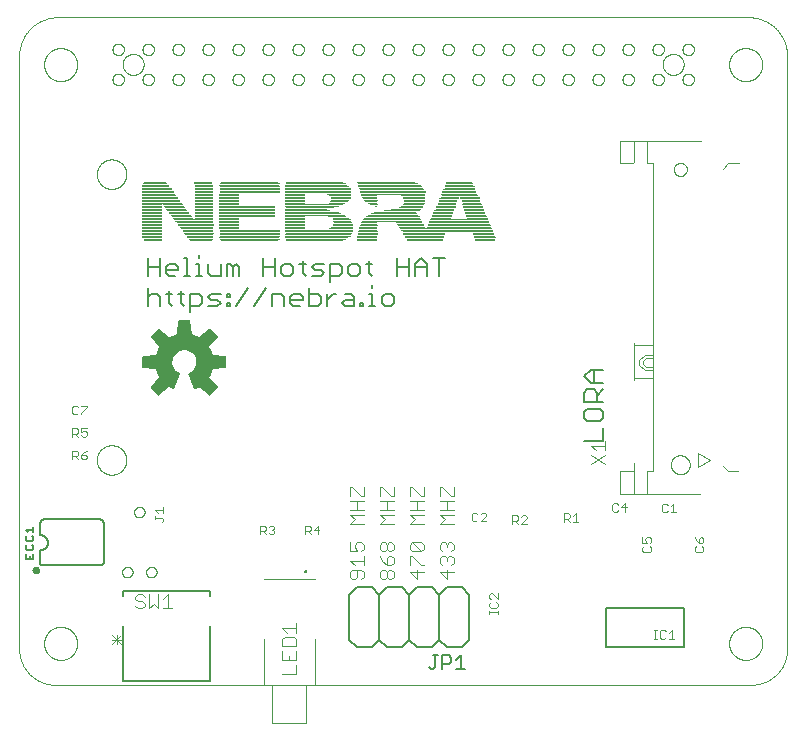
<source format=gto>
G04 EAGLE Gerber RS-274X export*
G75*
%MOMM*%
%FSLAX34Y34*%
%LPD*%
%INTop silk*%
%IPPOS*%
%AMOC8*
5,1,8,0,0,1.08239X$1,22.5*%
G01*
%ADD10C,0.000000*%
%ADD11C,0.152400*%
%ADD12C,0.127000*%
%ADD13R,1.524000X0.084838*%
%ADD14R,1.778000X0.084838*%
%ADD15R,4.826000X0.084838*%
%ADD16R,4.318000X0.084838*%
%ADD17R,1.694181X0.084838*%
%ADD18R,2.877819X0.084838*%
%ADD19R,1.437638X0.084838*%
%ADD20R,1.524000X0.084581*%
%ADD21R,1.864363X0.084581*%
%ADD22R,4.826000X0.084581*%
%ADD23R,1.694181X0.084581*%
%ADD24R,3.048000X0.084581*%
%ADD25R,1.610363X0.084581*%
%ADD26R,1.607819X0.084581*%
%ADD27R,1.948181X0.084581*%
%ADD28R,4.996181X0.084581*%
%ADD29R,1.607819X0.084838*%
%ADD30R,2.032000X0.084838*%
%ADD31R,4.996181X0.084838*%
%ADD32R,5.250181X0.084838*%
%ADD33R,3.218181X0.084838*%
%ADD34R,2.202181X0.084581*%
%ADD35R,5.080000X0.084581*%
%ADD36R,5.334000X0.084581*%
%ADD37R,3.302000X0.084581*%
%ADD38R,1.861819X0.084581*%
%ADD39R,5.163819X0.084581*%
%ADD40R,5.504181X0.084581*%
%ADD41R,1.778000X0.084581*%
%ADD42R,2.286000X0.084838*%
%ADD43R,5.163819X0.084838*%
%ADD44R,5.588000X0.084838*%
%ADD45R,3.469638X0.084838*%
%ADD46R,2.369819X0.084581*%
%ADD47R,5.588000X0.084581*%
%ADD48R,3.556000X0.084581*%
%ADD49R,2.456181X0.084581*%
%ADD50R,5.671819X0.084581*%
%ADD51R,2.456181X0.084838*%
%ADD52R,5.671819X0.084838*%
%ADD53R,1.610363X0.084838*%
%ADD54R,3.726181X0.084838*%
%ADD55R,2.540000X0.084581*%
%ADD56R,5.758181X0.084581*%
%ADD57R,7.703819X0.084581*%
%ADD58R,2.623819X0.084581*%
%ADD59R,7.787638X0.084581*%
%ADD60R,2.710181X0.084838*%
%ADD61R,5.758181X0.084838*%
%ADD62R,7.790181X0.084838*%
%ADD63R,2.710181X0.084581*%
%ADD64R,2.032000X0.084581*%
%ADD65R,7.790181X0.084581*%
%ADD66R,2.794000X0.084581*%
%ADD67R,5.420363X0.084581*%
%ADD68R,1.440181X0.084838*%
%ADD69R,5.420363X0.084838*%
%ADD70R,2.964181X0.084581*%
%ADD71R,1.440181X0.084581*%
%ADD72R,2.199638X0.084581*%
%ADD73R,1.356363X0.084581*%
%ADD74R,2.286000X0.084581*%
%ADD75R,5.247638X0.084581*%
%ADD76R,3.048000X0.084838*%
%ADD77R,1.356363X0.084838*%
%ADD78R,2.202181X0.084838*%
%ADD79R,3.131819X0.084581*%
%ADD80R,3.218181X0.084581*%
%ADD81R,4.909819X0.084838*%
%ADD82R,4.912363X0.084838*%
%ADD83R,4.909819X0.084581*%
%ADD84R,4.912363X0.084581*%
%ADD85R,1.691638X0.084581*%
%ADD86R,1.437638X0.084581*%
%ADD87R,4.742181X0.084581*%
%ADD88R,4.655819X0.084838*%
%ADD89R,4.572000X0.084838*%
%ADD90R,1.691638X0.084838*%
%ADD91R,4.488181X0.084581*%
%ADD92R,4.231638X0.084581*%
%ADD93R,4.742181X0.084838*%
%ADD94R,4.064000X0.084838*%
%ADD95R,3.893819X0.084581*%
%ADD96R,4.147819X0.084838*%
%ADD97R,3.302000X0.084838*%
%ADD98R,3.810000X0.084581*%
%ADD99R,2.118362X0.084838*%
%ADD100R,4.147819X0.084581*%
%ADD101R,0.170181X0.084581*%
%ADD102R,0.424181X0.084838*%
%ADD103R,1.861819X0.084838*%
%ADD104R,0.594363X0.084581*%
%ADD105R,3.388362X0.084581*%
%ADD106R,1.353819X0.084581*%
%ADD107R,0.762000X0.084581*%
%ADD108R,1.353819X0.084838*%
%ADD109R,0.932181X0.084838*%
%ADD110R,1.016000X0.084581*%
%ADD111R,1.102363X0.084581*%
%ADD112R,3.134362X0.084838*%
%ADD113R,1.186181X0.084838*%
%ADD114R,1.186181X0.084581*%
%ADD115R,1.270000X0.084581*%
%ADD116R,2.964181X0.084838*%
%ADD117R,1.948181X0.084838*%
%ADD118R,3.215638X0.084838*%
%ADD119R,2.880362X0.084581*%
%ADD120R,2.794000X0.084838*%
%ADD121R,5.504181X0.084838*%
%ADD122R,2.626362X0.084581*%
%ADD123R,2.540000X0.084838*%
%ADD124R,5.501638X0.084838*%
%ADD125R,5.501638X0.084581*%
%ADD126R,2.707638X0.084581*%
%ADD127R,5.417819X0.084581*%
%ADD128R,2.372362X0.084838*%
%ADD129R,5.417819X0.084838*%
%ADD130R,5.250181X0.084581*%
%ADD131R,2.372362X0.084581*%
%ADD132R,2.115819X0.084838*%
%ADD133R,5.166362X0.084838*%
%ADD134R,4.401819X0.084838*%
%ADD135C,0.101600*%
%ADD136C,0.203200*%
%ADD137C,0.076200*%
%ADD138C,0.100000*%
%ADD139C,0.100000*%
%ADD140C,0.200000*%
%ADD141C,0.200000*%

G36*
X161333Y244736D02*
X161333Y244736D01*
X161441Y244746D01*
X161454Y244752D01*
X161468Y244754D01*
X161565Y244802D01*
X161664Y244847D01*
X161677Y244858D01*
X161686Y244862D01*
X161701Y244878D01*
X161778Y244940D01*
X167810Y250972D01*
X167860Y251043D01*
X167865Y251048D01*
X167867Y251051D01*
X167873Y251060D01*
X167939Y251146D01*
X167944Y251159D01*
X167952Y251171D01*
X167983Y251274D01*
X168019Y251377D01*
X168019Y251391D01*
X168023Y251404D01*
X168019Y251512D01*
X168020Y251621D01*
X168015Y251634D01*
X168015Y251648D01*
X167977Y251750D01*
X167942Y251852D01*
X167933Y251867D01*
X167929Y251876D01*
X167915Y251893D01*
X167861Y251975D01*
X161007Y260381D01*
X162045Y262267D01*
X162053Y262289D01*
X162081Y262341D01*
X163098Y264797D01*
X163104Y264820D01*
X163126Y264875D01*
X163725Y266943D01*
X174515Y268040D01*
X174619Y268068D01*
X174725Y268093D01*
X174737Y268100D01*
X174750Y268103D01*
X174840Y268164D01*
X174933Y268221D01*
X174941Y268232D01*
X174953Y268240D01*
X175019Y268326D01*
X175088Y268410D01*
X175092Y268423D01*
X175101Y268434D01*
X175135Y268537D01*
X175174Y268638D01*
X175175Y268656D01*
X175179Y268665D01*
X175179Y268687D01*
X175188Y268785D01*
X175188Y277315D01*
X175171Y277422D01*
X175157Y277530D01*
X175151Y277542D01*
X175149Y277556D01*
X175097Y277652D01*
X175050Y277749D01*
X175040Y277759D01*
X175034Y277771D01*
X174954Y277845D01*
X174878Y277922D01*
X174866Y277928D01*
X174856Y277938D01*
X174757Y277983D01*
X174660Y278031D01*
X174642Y278035D01*
X174633Y278039D01*
X174612Y278041D01*
X174515Y278060D01*
X163725Y279157D01*
X163126Y281225D01*
X163115Y281246D01*
X163098Y281303D01*
X162305Y283219D01*
X162081Y283759D01*
X162068Y283779D01*
X162045Y283833D01*
X161007Y285719D01*
X167861Y294125D01*
X167915Y294219D01*
X167972Y294311D01*
X167975Y294324D01*
X167982Y294336D01*
X168003Y294443D01*
X168028Y294548D01*
X168026Y294562D01*
X168029Y294576D01*
X168014Y294683D01*
X168004Y294791D01*
X167998Y294804D01*
X167996Y294818D01*
X167948Y294915D01*
X167903Y295014D01*
X167892Y295027D01*
X167888Y295036D01*
X167872Y295051D01*
X167810Y295128D01*
X161778Y301160D01*
X161690Y301223D01*
X161604Y301289D01*
X161591Y301294D01*
X161579Y301302D01*
X161476Y301333D01*
X161373Y301369D01*
X161359Y301369D01*
X161346Y301373D01*
X161238Y301369D01*
X161129Y301370D01*
X161116Y301365D01*
X161102Y301365D01*
X161000Y301327D01*
X160898Y301292D01*
X160883Y301283D01*
X160874Y301279D01*
X160857Y301265D01*
X160775Y301211D01*
X152369Y294357D01*
X150483Y295395D01*
X150461Y295403D01*
X150409Y295431D01*
X147953Y296448D01*
X147930Y296454D01*
X147875Y296476D01*
X145807Y297075D01*
X144710Y307865D01*
X144682Y307969D01*
X144657Y308075D01*
X144650Y308087D01*
X144647Y308100D01*
X144586Y308190D01*
X144529Y308283D01*
X144518Y308291D01*
X144510Y308303D01*
X144424Y308369D01*
X144340Y308438D01*
X144327Y308442D01*
X144316Y308451D01*
X144213Y308485D01*
X144112Y308524D01*
X144094Y308525D01*
X144085Y308529D01*
X144063Y308529D01*
X143965Y308538D01*
X135435Y308538D01*
X135328Y308521D01*
X135220Y308507D01*
X135208Y308501D01*
X135194Y308499D01*
X135098Y308447D01*
X135001Y308400D01*
X134991Y308390D01*
X134979Y308384D01*
X134905Y308304D01*
X134828Y308228D01*
X134822Y308216D01*
X134812Y308206D01*
X134767Y308107D01*
X134719Y308010D01*
X134715Y307992D01*
X134711Y307983D01*
X134709Y307962D01*
X134690Y307865D01*
X133593Y297075D01*
X131525Y296476D01*
X131504Y296465D01*
X131447Y296448D01*
X128991Y295431D01*
X128971Y295418D01*
X128917Y295395D01*
X127031Y294357D01*
X118625Y301211D01*
X118531Y301265D01*
X118439Y301322D01*
X118426Y301325D01*
X118414Y301332D01*
X118307Y301353D01*
X118202Y301378D01*
X118188Y301376D01*
X118174Y301379D01*
X118067Y301364D01*
X117959Y301354D01*
X117946Y301348D01*
X117933Y301346D01*
X117835Y301298D01*
X117736Y301253D01*
X117723Y301242D01*
X117714Y301238D01*
X117699Y301222D01*
X117622Y301160D01*
X111590Y295128D01*
X111527Y295040D01*
X111461Y294954D01*
X111456Y294941D01*
X111448Y294929D01*
X111417Y294826D01*
X111381Y294723D01*
X111381Y294709D01*
X111377Y294696D01*
X111381Y294588D01*
X111380Y294479D01*
X111385Y294466D01*
X111385Y294452D01*
X111423Y294350D01*
X111458Y294248D01*
X111467Y294233D01*
X111471Y294224D01*
X111485Y294207D01*
X111539Y294125D01*
X118393Y285719D01*
X117355Y283833D01*
X117347Y283811D01*
X117319Y283759D01*
X116302Y281303D01*
X116296Y281280D01*
X116274Y281225D01*
X115675Y279157D01*
X104885Y278060D01*
X104781Y278032D01*
X104675Y278007D01*
X104663Y278000D01*
X104650Y277997D01*
X104560Y277936D01*
X104467Y277879D01*
X104459Y277868D01*
X104447Y277860D01*
X104381Y277774D01*
X104313Y277690D01*
X104308Y277677D01*
X104299Y277666D01*
X104265Y277563D01*
X104226Y277462D01*
X104225Y277444D01*
X104221Y277435D01*
X104222Y277413D01*
X104212Y277315D01*
X104212Y268785D01*
X104229Y268678D01*
X104243Y268570D01*
X104249Y268558D01*
X104251Y268544D01*
X104303Y268448D01*
X104350Y268351D01*
X104360Y268341D01*
X104366Y268329D01*
X104446Y268255D01*
X104522Y268178D01*
X104534Y268172D01*
X104545Y268162D01*
X104643Y268117D01*
X104740Y268069D01*
X104758Y268065D01*
X104767Y268061D01*
X104788Y268059D01*
X104885Y268040D01*
X115675Y266943D01*
X116274Y264875D01*
X116285Y264854D01*
X116302Y264797D01*
X116357Y264664D01*
X117288Y262417D01*
X117288Y262416D01*
X117319Y262341D01*
X117332Y262321D01*
X117355Y262267D01*
X118393Y260381D01*
X111539Y251975D01*
X111485Y251881D01*
X111428Y251789D01*
X111425Y251776D01*
X111418Y251764D01*
X111397Y251657D01*
X111372Y251552D01*
X111374Y251538D01*
X111371Y251524D01*
X111386Y251417D01*
X111396Y251309D01*
X111402Y251296D01*
X111404Y251283D01*
X111452Y251185D01*
X111497Y251086D01*
X111508Y251073D01*
X111512Y251064D01*
X111528Y251049D01*
X111590Y250972D01*
X117622Y244940D01*
X117710Y244877D01*
X117796Y244811D01*
X117809Y244806D01*
X117821Y244798D01*
X117924Y244767D01*
X118027Y244731D01*
X118041Y244731D01*
X118054Y244727D01*
X118162Y244731D01*
X118271Y244730D01*
X118284Y244735D01*
X118298Y244735D01*
X118400Y244773D01*
X118502Y244808D01*
X118517Y244817D01*
X118526Y244821D01*
X118543Y244835D01*
X118625Y244889D01*
X127025Y251738D01*
X128312Y251006D01*
X128331Y250999D01*
X128367Y250978D01*
X130176Y250139D01*
X130214Y250129D01*
X130250Y250110D01*
X130331Y250096D01*
X130411Y250074D01*
X130451Y250076D01*
X130490Y250070D01*
X130572Y250083D01*
X130655Y250088D01*
X130692Y250103D01*
X130731Y250109D01*
X130804Y250148D01*
X130881Y250179D01*
X130911Y250205D01*
X130947Y250224D01*
X131003Y250284D01*
X131066Y250338D01*
X131086Y250373D01*
X131114Y250402D01*
X131183Y250532D01*
X136206Y262658D01*
X136232Y262770D01*
X136261Y262882D01*
X136260Y262889D01*
X136262Y262896D01*
X136250Y263010D01*
X136241Y263125D01*
X136239Y263131D01*
X136238Y263139D01*
X136190Y263243D01*
X136145Y263349D01*
X136140Y263354D01*
X136137Y263361D01*
X136059Y263445D01*
X135982Y263530D01*
X135974Y263535D01*
X135970Y263539D01*
X135957Y263546D01*
X135858Y263611D01*
X134280Y264426D01*
X132912Y265455D01*
X131736Y266699D01*
X130785Y268123D01*
X130085Y269686D01*
X129658Y271344D01*
X129514Y273046D01*
X129694Y274952D01*
X130225Y276787D01*
X131089Y278490D01*
X132256Y280002D01*
X133685Y281269D01*
X135325Y282248D01*
X137120Y282903D01*
X139005Y283211D01*
X140914Y283163D01*
X142781Y282758D01*
X144539Y282012D01*
X146127Y280951D01*
X147490Y279612D01*
X148578Y278042D01*
X149354Y276297D01*
X149790Y274437D01*
X149872Y272529D01*
X149596Y270639D01*
X148971Y268834D01*
X148021Y267177D01*
X146778Y265726D01*
X145286Y264534D01*
X143536Y263607D01*
X143447Y263540D01*
X143357Y263475D01*
X143350Y263466D01*
X143341Y263460D01*
X143279Y263367D01*
X143214Y263277D01*
X143211Y263266D01*
X143205Y263257D01*
X143176Y263150D01*
X143143Y263044D01*
X143144Y263033D01*
X143141Y263022D01*
X143147Y262910D01*
X143151Y262800D01*
X143155Y262786D01*
X143156Y262778D01*
X143163Y262760D01*
X143194Y262658D01*
X143604Y261667D01*
X144535Y259420D01*
X144535Y259419D01*
X145466Y257172D01*
X145467Y257172D01*
X146398Y254924D01*
X147329Y252676D01*
X148217Y250532D01*
X148238Y250498D01*
X148251Y250461D01*
X148302Y250395D01*
X148346Y250325D01*
X148377Y250300D01*
X148401Y250268D01*
X148470Y250223D01*
X148534Y250170D01*
X148572Y250156D01*
X148605Y250134D01*
X148685Y250113D01*
X148763Y250084D01*
X148803Y250083D01*
X148841Y250073D01*
X148924Y250079D01*
X149006Y250076D01*
X149045Y250088D01*
X149085Y250091D01*
X149224Y250139D01*
X151033Y250978D01*
X151049Y250989D01*
X151088Y251006D01*
X152375Y251738D01*
X160775Y244889D01*
X160869Y244835D01*
X160961Y244778D01*
X160974Y244775D01*
X160986Y244768D01*
X161093Y244747D01*
X161198Y244722D01*
X161212Y244724D01*
X161226Y244721D01*
X161333Y244736D01*
G37*
G36*
X14995Y93730D02*
X14995Y93730D01*
X14997Y93732D01*
X14998Y93731D01*
X15669Y93966D01*
X15670Y93967D01*
X15671Y93967D01*
X16273Y94345D01*
X16274Y94347D01*
X16276Y94347D01*
X16778Y94849D01*
X16778Y94851D01*
X16780Y94852D01*
X17158Y95454D01*
X17158Y95455D01*
X17159Y95456D01*
X17394Y96127D01*
X17394Y96129D01*
X17395Y96130D01*
X17474Y96836D01*
X17474Y96837D01*
X17473Y96838D01*
X17474Y96839D01*
X17395Y97545D01*
X17393Y97547D01*
X17394Y97548D01*
X17159Y98219D01*
X17158Y98220D01*
X17158Y98221D01*
X16780Y98823D01*
X16778Y98824D01*
X16778Y98826D01*
X16276Y99328D01*
X16274Y99328D01*
X16273Y99330D01*
X15671Y99708D01*
X15670Y99708D01*
X15669Y99709D01*
X14998Y99944D01*
X14996Y99944D01*
X14995Y99945D01*
X14289Y100024D01*
X14287Y100023D01*
X14286Y100024D01*
X13580Y99945D01*
X13578Y99943D01*
X13577Y99944D01*
X12906Y99709D01*
X12905Y99708D01*
X12904Y99708D01*
X12302Y99330D01*
X12301Y99328D01*
X12299Y99328D01*
X11797Y98826D01*
X11797Y98824D01*
X11795Y98823D01*
X11417Y98221D01*
X11417Y98220D01*
X11416Y98219D01*
X11181Y97548D01*
X11182Y97546D01*
X11180Y97545D01*
X11101Y96839D01*
X11102Y96837D01*
X11101Y96836D01*
X11180Y96130D01*
X11182Y96128D01*
X11181Y96127D01*
X11416Y95456D01*
X11417Y95455D01*
X11417Y95454D01*
X11795Y94852D01*
X11797Y94851D01*
X11797Y94849D01*
X12299Y94347D01*
X12301Y94347D01*
X12302Y94345D01*
X12904Y93967D01*
X12905Y93967D01*
X12906Y93966D01*
X13577Y93731D01*
X13579Y93732D01*
X13580Y93730D01*
X14286Y93651D01*
X14288Y93652D01*
X14289Y93651D01*
X14995Y93730D01*
G37*
D10*
X21000Y525000D02*
X21004Y525344D01*
X21017Y525687D01*
X21038Y526030D01*
X21067Y526372D01*
X21105Y526714D01*
X21152Y527054D01*
X21206Y527393D01*
X21269Y527731D01*
X21340Y528067D01*
X21420Y528402D01*
X21507Y528734D01*
X21603Y529064D01*
X21707Y529392D01*
X21818Y529716D01*
X21938Y530039D01*
X22066Y530358D01*
X22201Y530673D01*
X22344Y530986D01*
X22495Y531295D01*
X22653Y531600D01*
X22819Y531901D01*
X22992Y532197D01*
X23172Y532490D01*
X23359Y532778D01*
X23554Y533061D01*
X23755Y533340D01*
X23963Y533613D01*
X24178Y533882D01*
X24399Y534144D01*
X24627Y534402D01*
X24861Y534654D01*
X25101Y534899D01*
X25346Y535139D01*
X25598Y535373D01*
X25856Y535601D01*
X26118Y535822D01*
X26387Y536037D01*
X26660Y536245D01*
X26939Y536446D01*
X27222Y536641D01*
X27510Y536828D01*
X27803Y537008D01*
X28099Y537181D01*
X28400Y537347D01*
X28705Y537505D01*
X29014Y537656D01*
X29327Y537799D01*
X29642Y537934D01*
X29961Y538062D01*
X30284Y538182D01*
X30608Y538293D01*
X30936Y538397D01*
X31266Y538493D01*
X31598Y538580D01*
X31933Y538660D01*
X32269Y538731D01*
X32607Y538794D01*
X32946Y538848D01*
X33286Y538895D01*
X33628Y538933D01*
X33970Y538962D01*
X34313Y538983D01*
X34656Y538996D01*
X35000Y539000D01*
X35344Y538996D01*
X35687Y538983D01*
X36030Y538962D01*
X36372Y538933D01*
X36714Y538895D01*
X37054Y538848D01*
X37393Y538794D01*
X37731Y538731D01*
X38067Y538660D01*
X38402Y538580D01*
X38734Y538493D01*
X39064Y538397D01*
X39392Y538293D01*
X39716Y538182D01*
X40039Y538062D01*
X40358Y537934D01*
X40673Y537799D01*
X40986Y537656D01*
X41295Y537505D01*
X41600Y537347D01*
X41901Y537181D01*
X42197Y537008D01*
X42490Y536828D01*
X42778Y536641D01*
X43061Y536446D01*
X43340Y536245D01*
X43613Y536037D01*
X43882Y535822D01*
X44144Y535601D01*
X44402Y535373D01*
X44654Y535139D01*
X44899Y534899D01*
X45139Y534654D01*
X45373Y534402D01*
X45601Y534144D01*
X45822Y533882D01*
X46037Y533613D01*
X46245Y533340D01*
X46446Y533061D01*
X46641Y532778D01*
X46828Y532490D01*
X47008Y532197D01*
X47181Y531901D01*
X47347Y531600D01*
X47505Y531295D01*
X47656Y530986D01*
X47799Y530673D01*
X47934Y530358D01*
X48062Y530039D01*
X48182Y529716D01*
X48293Y529392D01*
X48397Y529064D01*
X48493Y528734D01*
X48580Y528402D01*
X48660Y528067D01*
X48731Y527731D01*
X48794Y527393D01*
X48848Y527054D01*
X48895Y526714D01*
X48933Y526372D01*
X48962Y526030D01*
X48983Y525687D01*
X48996Y525344D01*
X49000Y525000D01*
X48996Y524656D01*
X48983Y524313D01*
X48962Y523970D01*
X48933Y523628D01*
X48895Y523286D01*
X48848Y522946D01*
X48794Y522607D01*
X48731Y522269D01*
X48660Y521933D01*
X48580Y521598D01*
X48493Y521266D01*
X48397Y520936D01*
X48293Y520608D01*
X48182Y520284D01*
X48062Y519961D01*
X47934Y519642D01*
X47799Y519327D01*
X47656Y519014D01*
X47505Y518705D01*
X47347Y518400D01*
X47181Y518099D01*
X47008Y517803D01*
X46828Y517510D01*
X46641Y517222D01*
X46446Y516939D01*
X46245Y516660D01*
X46037Y516387D01*
X45822Y516118D01*
X45601Y515856D01*
X45373Y515598D01*
X45139Y515346D01*
X44899Y515101D01*
X44654Y514861D01*
X44402Y514627D01*
X44144Y514399D01*
X43882Y514178D01*
X43613Y513963D01*
X43340Y513755D01*
X43061Y513554D01*
X42778Y513359D01*
X42490Y513172D01*
X42197Y512992D01*
X41901Y512819D01*
X41600Y512653D01*
X41295Y512495D01*
X40986Y512344D01*
X40673Y512201D01*
X40358Y512066D01*
X40039Y511938D01*
X39716Y511818D01*
X39392Y511707D01*
X39064Y511603D01*
X38734Y511507D01*
X38402Y511420D01*
X38067Y511340D01*
X37731Y511269D01*
X37393Y511206D01*
X37054Y511152D01*
X36714Y511105D01*
X36372Y511067D01*
X36030Y511038D01*
X35687Y511017D01*
X35344Y511004D01*
X35000Y511000D01*
X34656Y511004D01*
X34313Y511017D01*
X33970Y511038D01*
X33628Y511067D01*
X33286Y511105D01*
X32946Y511152D01*
X32607Y511206D01*
X32269Y511269D01*
X31933Y511340D01*
X31598Y511420D01*
X31266Y511507D01*
X30936Y511603D01*
X30608Y511707D01*
X30284Y511818D01*
X29961Y511938D01*
X29642Y512066D01*
X29327Y512201D01*
X29014Y512344D01*
X28705Y512495D01*
X28400Y512653D01*
X28099Y512819D01*
X27803Y512992D01*
X27510Y513172D01*
X27222Y513359D01*
X26939Y513554D01*
X26660Y513755D01*
X26387Y513963D01*
X26118Y514178D01*
X25856Y514399D01*
X25598Y514627D01*
X25346Y514861D01*
X25101Y515101D01*
X24861Y515346D01*
X24627Y515598D01*
X24399Y515856D01*
X24178Y516118D01*
X23963Y516387D01*
X23755Y516660D01*
X23554Y516939D01*
X23359Y517222D01*
X23172Y517510D01*
X22992Y517803D01*
X22819Y518099D01*
X22653Y518400D01*
X22495Y518705D01*
X22344Y519014D01*
X22201Y519327D01*
X22066Y519642D01*
X21938Y519961D01*
X21818Y520284D01*
X21707Y520608D01*
X21603Y520936D01*
X21507Y521266D01*
X21420Y521598D01*
X21340Y521933D01*
X21269Y522269D01*
X21206Y522607D01*
X21152Y522946D01*
X21105Y523286D01*
X21067Y523628D01*
X21038Y523970D01*
X21017Y524313D01*
X21004Y524656D01*
X21000Y525000D01*
X650000Y530000D02*
X650000Y30000D01*
X620000Y565000D02*
X30000Y565000D01*
X0Y530000D02*
X0Y30000D01*
X0Y530000D02*
X-51Y530786D01*
X-83Y531573D01*
X-96Y532361D01*
X-90Y533148D01*
X-64Y533936D01*
X-20Y534722D01*
X43Y535507D01*
X125Y536291D01*
X226Y537072D01*
X346Y537850D01*
X485Y538626D01*
X642Y539398D01*
X818Y540165D01*
X1013Y540929D01*
X1225Y541687D01*
X1457Y542440D01*
X1706Y543187D01*
X1973Y543928D01*
X2258Y544663D01*
X2561Y545390D01*
X2881Y546110D01*
X3219Y546821D01*
X3573Y547525D01*
X3945Y548219D01*
X4333Y548905D01*
X4737Y549580D01*
X5158Y550246D01*
X5595Y550902D01*
X6048Y551547D01*
X6516Y552180D01*
X6999Y552802D01*
X7497Y553413D01*
X8009Y554011D01*
X8536Y554596D01*
X9077Y555169D01*
X9632Y555728D01*
X10200Y556274D01*
X10781Y556806D01*
X11374Y557324D01*
X11980Y557827D01*
X12598Y558315D01*
X13228Y558789D01*
X13869Y559247D01*
X14521Y559689D01*
X15183Y560116D01*
X15855Y560526D01*
X16537Y560920D01*
X17229Y561297D01*
X17929Y561658D01*
X18638Y562002D01*
X19355Y562328D01*
X20079Y562637D01*
X20811Y562928D01*
X21550Y563202D01*
X22295Y563457D01*
X23046Y563695D01*
X23802Y563914D01*
X24564Y564115D01*
X25330Y564298D01*
X26101Y564462D01*
X26875Y564607D01*
X27652Y564734D01*
X28433Y564841D01*
X29215Y564930D01*
X30000Y565000D01*
X601000Y525000D02*
X601004Y525344D01*
X601017Y525687D01*
X601038Y526030D01*
X601067Y526372D01*
X601105Y526714D01*
X601152Y527054D01*
X601206Y527393D01*
X601269Y527731D01*
X601340Y528067D01*
X601420Y528402D01*
X601507Y528734D01*
X601603Y529064D01*
X601707Y529392D01*
X601818Y529716D01*
X601938Y530039D01*
X602066Y530358D01*
X602201Y530673D01*
X602344Y530986D01*
X602495Y531295D01*
X602653Y531600D01*
X602819Y531901D01*
X602992Y532197D01*
X603172Y532490D01*
X603359Y532778D01*
X603554Y533061D01*
X603755Y533340D01*
X603963Y533613D01*
X604178Y533882D01*
X604399Y534144D01*
X604627Y534402D01*
X604861Y534654D01*
X605101Y534899D01*
X605346Y535139D01*
X605598Y535373D01*
X605856Y535601D01*
X606118Y535822D01*
X606387Y536037D01*
X606660Y536245D01*
X606939Y536446D01*
X607222Y536641D01*
X607510Y536828D01*
X607803Y537008D01*
X608099Y537181D01*
X608400Y537347D01*
X608705Y537505D01*
X609014Y537656D01*
X609327Y537799D01*
X609642Y537934D01*
X609961Y538062D01*
X610284Y538182D01*
X610608Y538293D01*
X610936Y538397D01*
X611266Y538493D01*
X611598Y538580D01*
X611933Y538660D01*
X612269Y538731D01*
X612607Y538794D01*
X612946Y538848D01*
X613286Y538895D01*
X613628Y538933D01*
X613970Y538962D01*
X614313Y538983D01*
X614656Y538996D01*
X615000Y539000D01*
X615344Y538996D01*
X615687Y538983D01*
X616030Y538962D01*
X616372Y538933D01*
X616714Y538895D01*
X617054Y538848D01*
X617393Y538794D01*
X617731Y538731D01*
X618067Y538660D01*
X618402Y538580D01*
X618734Y538493D01*
X619064Y538397D01*
X619392Y538293D01*
X619716Y538182D01*
X620039Y538062D01*
X620358Y537934D01*
X620673Y537799D01*
X620986Y537656D01*
X621295Y537505D01*
X621600Y537347D01*
X621901Y537181D01*
X622197Y537008D01*
X622490Y536828D01*
X622778Y536641D01*
X623061Y536446D01*
X623340Y536245D01*
X623613Y536037D01*
X623882Y535822D01*
X624144Y535601D01*
X624402Y535373D01*
X624654Y535139D01*
X624899Y534899D01*
X625139Y534654D01*
X625373Y534402D01*
X625601Y534144D01*
X625822Y533882D01*
X626037Y533613D01*
X626245Y533340D01*
X626446Y533061D01*
X626641Y532778D01*
X626828Y532490D01*
X627008Y532197D01*
X627181Y531901D01*
X627347Y531600D01*
X627505Y531295D01*
X627656Y530986D01*
X627799Y530673D01*
X627934Y530358D01*
X628062Y530039D01*
X628182Y529716D01*
X628293Y529392D01*
X628397Y529064D01*
X628493Y528734D01*
X628580Y528402D01*
X628660Y528067D01*
X628731Y527731D01*
X628794Y527393D01*
X628848Y527054D01*
X628895Y526714D01*
X628933Y526372D01*
X628962Y526030D01*
X628983Y525687D01*
X628996Y525344D01*
X629000Y525000D01*
X628996Y524656D01*
X628983Y524313D01*
X628962Y523970D01*
X628933Y523628D01*
X628895Y523286D01*
X628848Y522946D01*
X628794Y522607D01*
X628731Y522269D01*
X628660Y521933D01*
X628580Y521598D01*
X628493Y521266D01*
X628397Y520936D01*
X628293Y520608D01*
X628182Y520284D01*
X628062Y519961D01*
X627934Y519642D01*
X627799Y519327D01*
X627656Y519014D01*
X627505Y518705D01*
X627347Y518400D01*
X627181Y518099D01*
X627008Y517803D01*
X626828Y517510D01*
X626641Y517222D01*
X626446Y516939D01*
X626245Y516660D01*
X626037Y516387D01*
X625822Y516118D01*
X625601Y515856D01*
X625373Y515598D01*
X625139Y515346D01*
X624899Y515101D01*
X624654Y514861D01*
X624402Y514627D01*
X624144Y514399D01*
X623882Y514178D01*
X623613Y513963D01*
X623340Y513755D01*
X623061Y513554D01*
X622778Y513359D01*
X622490Y513172D01*
X622197Y512992D01*
X621901Y512819D01*
X621600Y512653D01*
X621295Y512495D01*
X620986Y512344D01*
X620673Y512201D01*
X620358Y512066D01*
X620039Y511938D01*
X619716Y511818D01*
X619392Y511707D01*
X619064Y511603D01*
X618734Y511507D01*
X618402Y511420D01*
X618067Y511340D01*
X617731Y511269D01*
X617393Y511206D01*
X617054Y511152D01*
X616714Y511105D01*
X616372Y511067D01*
X616030Y511038D01*
X615687Y511017D01*
X615344Y511004D01*
X615000Y511000D01*
X614656Y511004D01*
X614313Y511017D01*
X613970Y511038D01*
X613628Y511067D01*
X613286Y511105D01*
X612946Y511152D01*
X612607Y511206D01*
X612269Y511269D01*
X611933Y511340D01*
X611598Y511420D01*
X611266Y511507D01*
X610936Y511603D01*
X610608Y511707D01*
X610284Y511818D01*
X609961Y511938D01*
X609642Y512066D01*
X609327Y512201D01*
X609014Y512344D01*
X608705Y512495D01*
X608400Y512653D01*
X608099Y512819D01*
X607803Y512992D01*
X607510Y513172D01*
X607222Y513359D01*
X606939Y513554D01*
X606660Y513755D01*
X606387Y513963D01*
X606118Y514178D01*
X605856Y514399D01*
X605598Y514627D01*
X605346Y514861D01*
X605101Y515101D01*
X604861Y515346D01*
X604627Y515598D01*
X604399Y515856D01*
X604178Y516118D01*
X603963Y516387D01*
X603755Y516660D01*
X603554Y516939D01*
X603359Y517222D01*
X603172Y517510D01*
X602992Y517803D01*
X602819Y518099D01*
X602653Y518400D01*
X602495Y518705D01*
X602344Y519014D01*
X602201Y519327D01*
X602066Y519642D01*
X601938Y519961D01*
X601818Y520284D01*
X601707Y520608D01*
X601603Y520936D01*
X601507Y521266D01*
X601420Y521598D01*
X601340Y521933D01*
X601269Y522269D01*
X601206Y522607D01*
X601152Y522946D01*
X601105Y523286D01*
X601067Y523628D01*
X601038Y523970D01*
X601017Y524313D01*
X601004Y524656D01*
X601000Y525000D01*
X21000Y35000D02*
X21004Y35344D01*
X21017Y35687D01*
X21038Y36030D01*
X21067Y36372D01*
X21105Y36714D01*
X21152Y37054D01*
X21206Y37393D01*
X21269Y37731D01*
X21340Y38067D01*
X21420Y38402D01*
X21507Y38734D01*
X21603Y39064D01*
X21707Y39392D01*
X21818Y39716D01*
X21938Y40039D01*
X22066Y40358D01*
X22201Y40673D01*
X22344Y40986D01*
X22495Y41295D01*
X22653Y41600D01*
X22819Y41901D01*
X22992Y42197D01*
X23172Y42490D01*
X23359Y42778D01*
X23554Y43061D01*
X23755Y43340D01*
X23963Y43613D01*
X24178Y43882D01*
X24399Y44144D01*
X24627Y44402D01*
X24861Y44654D01*
X25101Y44899D01*
X25346Y45139D01*
X25598Y45373D01*
X25856Y45601D01*
X26118Y45822D01*
X26387Y46037D01*
X26660Y46245D01*
X26939Y46446D01*
X27222Y46641D01*
X27510Y46828D01*
X27803Y47008D01*
X28099Y47181D01*
X28400Y47347D01*
X28705Y47505D01*
X29014Y47656D01*
X29327Y47799D01*
X29642Y47934D01*
X29961Y48062D01*
X30284Y48182D01*
X30608Y48293D01*
X30936Y48397D01*
X31266Y48493D01*
X31598Y48580D01*
X31933Y48660D01*
X32269Y48731D01*
X32607Y48794D01*
X32946Y48848D01*
X33286Y48895D01*
X33628Y48933D01*
X33970Y48962D01*
X34313Y48983D01*
X34656Y48996D01*
X35000Y49000D01*
X35344Y48996D01*
X35687Y48983D01*
X36030Y48962D01*
X36372Y48933D01*
X36714Y48895D01*
X37054Y48848D01*
X37393Y48794D01*
X37731Y48731D01*
X38067Y48660D01*
X38402Y48580D01*
X38734Y48493D01*
X39064Y48397D01*
X39392Y48293D01*
X39716Y48182D01*
X40039Y48062D01*
X40358Y47934D01*
X40673Y47799D01*
X40986Y47656D01*
X41295Y47505D01*
X41600Y47347D01*
X41901Y47181D01*
X42197Y47008D01*
X42490Y46828D01*
X42778Y46641D01*
X43061Y46446D01*
X43340Y46245D01*
X43613Y46037D01*
X43882Y45822D01*
X44144Y45601D01*
X44402Y45373D01*
X44654Y45139D01*
X44899Y44899D01*
X45139Y44654D01*
X45373Y44402D01*
X45601Y44144D01*
X45822Y43882D01*
X46037Y43613D01*
X46245Y43340D01*
X46446Y43061D01*
X46641Y42778D01*
X46828Y42490D01*
X47008Y42197D01*
X47181Y41901D01*
X47347Y41600D01*
X47505Y41295D01*
X47656Y40986D01*
X47799Y40673D01*
X47934Y40358D01*
X48062Y40039D01*
X48182Y39716D01*
X48293Y39392D01*
X48397Y39064D01*
X48493Y38734D01*
X48580Y38402D01*
X48660Y38067D01*
X48731Y37731D01*
X48794Y37393D01*
X48848Y37054D01*
X48895Y36714D01*
X48933Y36372D01*
X48962Y36030D01*
X48983Y35687D01*
X48996Y35344D01*
X49000Y35000D01*
X48996Y34656D01*
X48983Y34313D01*
X48962Y33970D01*
X48933Y33628D01*
X48895Y33286D01*
X48848Y32946D01*
X48794Y32607D01*
X48731Y32269D01*
X48660Y31933D01*
X48580Y31598D01*
X48493Y31266D01*
X48397Y30936D01*
X48293Y30608D01*
X48182Y30284D01*
X48062Y29961D01*
X47934Y29642D01*
X47799Y29327D01*
X47656Y29014D01*
X47505Y28705D01*
X47347Y28400D01*
X47181Y28099D01*
X47008Y27803D01*
X46828Y27510D01*
X46641Y27222D01*
X46446Y26939D01*
X46245Y26660D01*
X46037Y26387D01*
X45822Y26118D01*
X45601Y25856D01*
X45373Y25598D01*
X45139Y25346D01*
X44899Y25101D01*
X44654Y24861D01*
X44402Y24627D01*
X44144Y24399D01*
X43882Y24178D01*
X43613Y23963D01*
X43340Y23755D01*
X43061Y23554D01*
X42778Y23359D01*
X42490Y23172D01*
X42197Y22992D01*
X41901Y22819D01*
X41600Y22653D01*
X41295Y22495D01*
X40986Y22344D01*
X40673Y22201D01*
X40358Y22066D01*
X40039Y21938D01*
X39716Y21818D01*
X39392Y21707D01*
X39064Y21603D01*
X38734Y21507D01*
X38402Y21420D01*
X38067Y21340D01*
X37731Y21269D01*
X37393Y21206D01*
X37054Y21152D01*
X36714Y21105D01*
X36372Y21067D01*
X36030Y21038D01*
X35687Y21017D01*
X35344Y21004D01*
X35000Y21000D01*
X34656Y21004D01*
X34313Y21017D01*
X33970Y21038D01*
X33628Y21067D01*
X33286Y21105D01*
X32946Y21152D01*
X32607Y21206D01*
X32269Y21269D01*
X31933Y21340D01*
X31598Y21420D01*
X31266Y21507D01*
X30936Y21603D01*
X30608Y21707D01*
X30284Y21818D01*
X29961Y21938D01*
X29642Y22066D01*
X29327Y22201D01*
X29014Y22344D01*
X28705Y22495D01*
X28400Y22653D01*
X28099Y22819D01*
X27803Y22992D01*
X27510Y23172D01*
X27222Y23359D01*
X26939Y23554D01*
X26660Y23755D01*
X26387Y23963D01*
X26118Y24178D01*
X25856Y24399D01*
X25598Y24627D01*
X25346Y24861D01*
X25101Y25101D01*
X24861Y25346D01*
X24627Y25598D01*
X24399Y25856D01*
X24178Y26118D01*
X23963Y26387D01*
X23755Y26660D01*
X23554Y26939D01*
X23359Y27222D01*
X23172Y27510D01*
X22992Y27803D01*
X22819Y28099D01*
X22653Y28400D01*
X22495Y28705D01*
X22344Y29014D01*
X22201Y29327D01*
X22066Y29642D01*
X21938Y29961D01*
X21818Y30284D01*
X21707Y30608D01*
X21603Y30936D01*
X21507Y31266D01*
X21420Y31598D01*
X21340Y31933D01*
X21269Y32269D01*
X21206Y32607D01*
X21152Y32946D01*
X21105Y33286D01*
X21067Y33628D01*
X21038Y33970D01*
X21017Y34313D01*
X21004Y34656D01*
X21000Y35000D01*
X601000Y35000D02*
X601004Y35344D01*
X601017Y35687D01*
X601038Y36030D01*
X601067Y36372D01*
X601105Y36714D01*
X601152Y37054D01*
X601206Y37393D01*
X601269Y37731D01*
X601340Y38067D01*
X601420Y38402D01*
X601507Y38734D01*
X601603Y39064D01*
X601707Y39392D01*
X601818Y39716D01*
X601938Y40039D01*
X602066Y40358D01*
X602201Y40673D01*
X602344Y40986D01*
X602495Y41295D01*
X602653Y41600D01*
X602819Y41901D01*
X602992Y42197D01*
X603172Y42490D01*
X603359Y42778D01*
X603554Y43061D01*
X603755Y43340D01*
X603963Y43613D01*
X604178Y43882D01*
X604399Y44144D01*
X604627Y44402D01*
X604861Y44654D01*
X605101Y44899D01*
X605346Y45139D01*
X605598Y45373D01*
X605856Y45601D01*
X606118Y45822D01*
X606387Y46037D01*
X606660Y46245D01*
X606939Y46446D01*
X607222Y46641D01*
X607510Y46828D01*
X607803Y47008D01*
X608099Y47181D01*
X608400Y47347D01*
X608705Y47505D01*
X609014Y47656D01*
X609327Y47799D01*
X609642Y47934D01*
X609961Y48062D01*
X610284Y48182D01*
X610608Y48293D01*
X610936Y48397D01*
X611266Y48493D01*
X611598Y48580D01*
X611933Y48660D01*
X612269Y48731D01*
X612607Y48794D01*
X612946Y48848D01*
X613286Y48895D01*
X613628Y48933D01*
X613970Y48962D01*
X614313Y48983D01*
X614656Y48996D01*
X615000Y49000D01*
X615344Y48996D01*
X615687Y48983D01*
X616030Y48962D01*
X616372Y48933D01*
X616714Y48895D01*
X617054Y48848D01*
X617393Y48794D01*
X617731Y48731D01*
X618067Y48660D01*
X618402Y48580D01*
X618734Y48493D01*
X619064Y48397D01*
X619392Y48293D01*
X619716Y48182D01*
X620039Y48062D01*
X620358Y47934D01*
X620673Y47799D01*
X620986Y47656D01*
X621295Y47505D01*
X621600Y47347D01*
X621901Y47181D01*
X622197Y47008D01*
X622490Y46828D01*
X622778Y46641D01*
X623061Y46446D01*
X623340Y46245D01*
X623613Y46037D01*
X623882Y45822D01*
X624144Y45601D01*
X624402Y45373D01*
X624654Y45139D01*
X624899Y44899D01*
X625139Y44654D01*
X625373Y44402D01*
X625601Y44144D01*
X625822Y43882D01*
X626037Y43613D01*
X626245Y43340D01*
X626446Y43061D01*
X626641Y42778D01*
X626828Y42490D01*
X627008Y42197D01*
X627181Y41901D01*
X627347Y41600D01*
X627505Y41295D01*
X627656Y40986D01*
X627799Y40673D01*
X627934Y40358D01*
X628062Y40039D01*
X628182Y39716D01*
X628293Y39392D01*
X628397Y39064D01*
X628493Y38734D01*
X628580Y38402D01*
X628660Y38067D01*
X628731Y37731D01*
X628794Y37393D01*
X628848Y37054D01*
X628895Y36714D01*
X628933Y36372D01*
X628962Y36030D01*
X628983Y35687D01*
X628996Y35344D01*
X629000Y35000D01*
X628996Y34656D01*
X628983Y34313D01*
X628962Y33970D01*
X628933Y33628D01*
X628895Y33286D01*
X628848Y32946D01*
X628794Y32607D01*
X628731Y32269D01*
X628660Y31933D01*
X628580Y31598D01*
X628493Y31266D01*
X628397Y30936D01*
X628293Y30608D01*
X628182Y30284D01*
X628062Y29961D01*
X627934Y29642D01*
X627799Y29327D01*
X627656Y29014D01*
X627505Y28705D01*
X627347Y28400D01*
X627181Y28099D01*
X627008Y27803D01*
X626828Y27510D01*
X626641Y27222D01*
X626446Y26939D01*
X626245Y26660D01*
X626037Y26387D01*
X625822Y26118D01*
X625601Y25856D01*
X625373Y25598D01*
X625139Y25346D01*
X624899Y25101D01*
X624654Y24861D01*
X624402Y24627D01*
X624144Y24399D01*
X623882Y24178D01*
X623613Y23963D01*
X623340Y23755D01*
X623061Y23554D01*
X622778Y23359D01*
X622490Y23172D01*
X622197Y22992D01*
X621901Y22819D01*
X621600Y22653D01*
X621295Y22495D01*
X620986Y22344D01*
X620673Y22201D01*
X620358Y22066D01*
X620039Y21938D01*
X619716Y21818D01*
X619392Y21707D01*
X619064Y21603D01*
X618734Y21507D01*
X618402Y21420D01*
X618067Y21340D01*
X617731Y21269D01*
X617393Y21206D01*
X617054Y21152D01*
X616714Y21105D01*
X616372Y21067D01*
X616030Y21038D01*
X615687Y21017D01*
X615344Y21004D01*
X615000Y21000D01*
X614656Y21004D01*
X614313Y21017D01*
X613970Y21038D01*
X613628Y21067D01*
X613286Y21105D01*
X612946Y21152D01*
X612607Y21206D01*
X612269Y21269D01*
X611933Y21340D01*
X611598Y21420D01*
X611266Y21507D01*
X610936Y21603D01*
X610608Y21707D01*
X610284Y21818D01*
X609961Y21938D01*
X609642Y22066D01*
X609327Y22201D01*
X609014Y22344D01*
X608705Y22495D01*
X608400Y22653D01*
X608099Y22819D01*
X607803Y22992D01*
X607510Y23172D01*
X607222Y23359D01*
X606939Y23554D01*
X606660Y23755D01*
X606387Y23963D01*
X606118Y24178D01*
X605856Y24399D01*
X605598Y24627D01*
X605346Y24861D01*
X605101Y25101D01*
X604861Y25346D01*
X604627Y25598D01*
X604399Y25856D01*
X604178Y26118D01*
X603963Y26387D01*
X603755Y26660D01*
X603554Y26939D01*
X603359Y27222D01*
X603172Y27510D01*
X602992Y27803D01*
X602819Y28099D01*
X602653Y28400D01*
X602495Y28705D01*
X602344Y29014D01*
X602201Y29327D01*
X602066Y29642D01*
X601938Y29961D01*
X601818Y30284D01*
X601707Y30608D01*
X601603Y30936D01*
X601507Y31266D01*
X601420Y31598D01*
X601340Y31933D01*
X601269Y32269D01*
X601206Y32607D01*
X601152Y32946D01*
X601105Y33286D01*
X601067Y33628D01*
X601038Y33970D01*
X601017Y34313D01*
X601004Y34656D01*
X601000Y35000D01*
X650000Y530000D02*
X650051Y530786D01*
X650083Y531573D01*
X650096Y532361D01*
X650090Y533148D01*
X650064Y533936D01*
X650020Y534722D01*
X649957Y535507D01*
X649875Y536291D01*
X649774Y537072D01*
X649654Y537850D01*
X649515Y538626D01*
X649358Y539398D01*
X649182Y540165D01*
X648987Y540929D01*
X648775Y541687D01*
X648543Y542440D01*
X648294Y543187D01*
X648027Y543928D01*
X647742Y544663D01*
X647439Y545390D01*
X647119Y546110D01*
X646781Y546821D01*
X646427Y547525D01*
X646055Y548219D01*
X645667Y548905D01*
X645263Y549580D01*
X644842Y550246D01*
X644405Y550902D01*
X643952Y551547D01*
X643484Y552180D01*
X643001Y552802D01*
X642503Y553413D01*
X641991Y554011D01*
X641464Y554596D01*
X640923Y555169D01*
X640368Y555728D01*
X639800Y556274D01*
X639219Y556806D01*
X638626Y557324D01*
X638020Y557827D01*
X637402Y558315D01*
X636772Y558789D01*
X636131Y559247D01*
X635479Y559689D01*
X634817Y560116D01*
X634145Y560526D01*
X633463Y560920D01*
X632771Y561297D01*
X632071Y561658D01*
X631362Y562002D01*
X630645Y562328D01*
X629921Y562637D01*
X629189Y562928D01*
X628450Y563202D01*
X627705Y563457D01*
X626954Y563695D01*
X626198Y563914D01*
X625436Y564115D01*
X624670Y564298D01*
X623899Y564462D01*
X623125Y564607D01*
X622348Y564734D01*
X621567Y564841D01*
X620785Y564930D01*
X620000Y565000D01*
X30000Y0D02*
X29275Y9D01*
X28551Y35D01*
X27827Y79D01*
X27105Y140D01*
X26384Y219D01*
X25665Y315D01*
X24949Y428D01*
X24236Y559D01*
X23526Y707D01*
X22821Y872D01*
X22119Y1054D01*
X21422Y1253D01*
X20729Y1468D01*
X20043Y1701D01*
X19362Y1950D01*
X18687Y2215D01*
X18019Y2496D01*
X17358Y2794D01*
X16704Y3107D01*
X16058Y3436D01*
X15420Y3781D01*
X14791Y4141D01*
X14171Y4516D01*
X13560Y4906D01*
X12958Y5310D01*
X12366Y5729D01*
X11785Y6163D01*
X11214Y6610D01*
X10655Y7071D01*
X10106Y7545D01*
X9570Y8032D01*
X9045Y8532D01*
X8532Y9045D01*
X8032Y9570D01*
X7545Y10106D01*
X7071Y10655D01*
X6610Y11214D01*
X6163Y11785D01*
X5729Y12366D01*
X5310Y12958D01*
X4906Y13560D01*
X4516Y14171D01*
X4141Y14791D01*
X3781Y15420D01*
X3436Y16058D01*
X3107Y16704D01*
X2794Y17358D01*
X2496Y18019D01*
X2215Y18687D01*
X1950Y19362D01*
X1701Y20043D01*
X1468Y20729D01*
X1253Y21422D01*
X1054Y22119D01*
X872Y22821D01*
X707Y23526D01*
X559Y24236D01*
X428Y24949D01*
X315Y25665D01*
X219Y26384D01*
X140Y27105D01*
X79Y27827D01*
X35Y28551D01*
X9Y29275D01*
X0Y30000D01*
X620000Y0D02*
X620725Y9D01*
X621449Y35D01*
X622173Y79D01*
X622895Y140D01*
X623616Y219D01*
X624335Y315D01*
X625051Y428D01*
X625764Y559D01*
X626474Y707D01*
X627179Y872D01*
X627881Y1054D01*
X628578Y1253D01*
X629271Y1468D01*
X629957Y1701D01*
X630638Y1950D01*
X631313Y2215D01*
X631981Y2496D01*
X632642Y2794D01*
X633296Y3107D01*
X633942Y3436D01*
X634580Y3781D01*
X635209Y4141D01*
X635829Y4516D01*
X636440Y4906D01*
X637042Y5310D01*
X637634Y5729D01*
X638215Y6163D01*
X638786Y6610D01*
X639345Y7071D01*
X639894Y7545D01*
X640430Y8032D01*
X640955Y8532D01*
X641468Y9045D01*
X641968Y9570D01*
X642455Y10106D01*
X642929Y10655D01*
X643390Y11214D01*
X643837Y11785D01*
X644271Y12366D01*
X644690Y12958D01*
X645094Y13560D01*
X645484Y14171D01*
X645859Y14791D01*
X646219Y15420D01*
X646564Y16058D01*
X646893Y16704D01*
X647206Y17358D01*
X647504Y18019D01*
X647785Y18687D01*
X648050Y19362D01*
X648299Y20043D01*
X648532Y20729D01*
X648747Y21422D01*
X648946Y22119D01*
X649128Y22821D01*
X649293Y23526D01*
X649441Y24236D01*
X649572Y24949D01*
X649685Y25665D01*
X649781Y26384D01*
X649860Y27105D01*
X649921Y27827D01*
X649965Y28551D01*
X649991Y29275D01*
X650000Y30000D01*
X620000Y0D02*
X30000Y0D01*
D11*
X478268Y206502D02*
X494538Y206502D01*
X494538Y217349D01*
X478268Y225585D02*
X478268Y231009D01*
X478268Y225585D02*
X480980Y222874D01*
X491826Y222874D01*
X494538Y225585D01*
X494538Y231009D01*
X491826Y233720D01*
X480980Y233720D01*
X478268Y231009D01*
X478268Y239245D02*
X494538Y239245D01*
X478268Y239245D02*
X478268Y247380D01*
X480980Y250092D01*
X486403Y250092D01*
X489115Y247380D01*
X489115Y239245D01*
X489115Y244668D02*
X494538Y250092D01*
X494538Y255617D02*
X483691Y255617D01*
X478268Y261040D01*
X483691Y266463D01*
X494538Y266463D01*
X486403Y266463D02*
X486403Y255617D01*
D12*
X108585Y345821D02*
X108585Y361328D01*
X108585Y353575D02*
X118923Y353575D01*
X118923Y361328D02*
X118923Y345821D01*
X126606Y345821D02*
X131775Y345821D01*
X126606Y345821D02*
X124021Y348406D01*
X124021Y353575D01*
X126606Y356159D01*
X131775Y356159D01*
X134359Y353575D01*
X134359Y350990D01*
X124021Y350990D01*
X139457Y361328D02*
X142042Y361328D01*
X142042Y345821D01*
X144626Y345821D02*
X139457Y345821D01*
X149748Y356159D02*
X152332Y356159D01*
X152332Y345821D01*
X149748Y345821D02*
X154917Y345821D01*
X152332Y361328D02*
X152332Y363913D01*
X160039Y356159D02*
X160039Y348406D01*
X162623Y345821D01*
X170377Y345821D01*
X170377Y356159D01*
X175475Y356159D02*
X175475Y345821D01*
X175475Y356159D02*
X178059Y356159D01*
X180644Y353575D01*
X180644Y345821D01*
X180644Y353575D02*
X183228Y356159D01*
X185813Y353575D01*
X185813Y345821D01*
X206347Y345821D02*
X206347Y361328D01*
X206347Y353575D02*
X216685Y353575D01*
X216685Y361328D02*
X216685Y345821D01*
X224367Y345821D02*
X229536Y345821D01*
X232121Y348406D01*
X232121Y353575D01*
X229536Y356159D01*
X224367Y356159D01*
X221783Y353575D01*
X221783Y348406D01*
X224367Y345821D01*
X239803Y348406D02*
X239803Y358744D01*
X239803Y348406D02*
X242388Y345821D01*
X242388Y356159D02*
X237219Y356159D01*
X247510Y345821D02*
X255263Y345821D01*
X257848Y348406D01*
X255263Y350990D01*
X250094Y350990D01*
X247510Y353575D01*
X250094Y356159D01*
X257848Y356159D01*
X262946Y356159D02*
X262946Y340652D01*
X262946Y356159D02*
X270699Y356159D01*
X273284Y353575D01*
X273284Y348406D01*
X270699Y345821D01*
X262946Y345821D01*
X280966Y345821D02*
X286135Y345821D01*
X288720Y348406D01*
X288720Y353575D01*
X286135Y356159D01*
X280966Y356159D01*
X278382Y353575D01*
X278382Y348406D01*
X280966Y345821D01*
X296402Y348406D02*
X296402Y358744D01*
X296402Y348406D02*
X298987Y345821D01*
X298987Y356159D02*
X293818Y356159D01*
X319544Y361328D02*
X319544Y345821D01*
X319544Y353575D02*
X329883Y353575D01*
X329883Y361328D02*
X329883Y345821D01*
X334981Y345821D02*
X334981Y356159D01*
X340150Y361328D01*
X345319Y356159D01*
X345319Y345821D01*
X345319Y353575D02*
X334981Y353575D01*
X355586Y345821D02*
X355586Y361328D01*
X350417Y361328D02*
X360755Y361328D01*
X108585Y336182D02*
X108585Y320675D01*
X108585Y328429D02*
X111170Y331013D01*
X116339Y331013D01*
X118923Y328429D01*
X118923Y320675D01*
X126606Y323260D02*
X126606Y333598D01*
X126606Y323260D02*
X129190Y320675D01*
X129190Y331013D02*
X124021Y331013D01*
X136896Y333598D02*
X136896Y323260D01*
X139481Y320675D01*
X139481Y331013D02*
X134312Y331013D01*
X144602Y331013D02*
X144602Y315506D01*
X144602Y331013D02*
X152356Y331013D01*
X154941Y328429D01*
X154941Y323260D01*
X152356Y320675D01*
X144602Y320675D01*
X160039Y320675D02*
X167792Y320675D01*
X170377Y323260D01*
X167792Y325844D01*
X162623Y325844D01*
X160039Y328429D01*
X162623Y331013D01*
X170377Y331013D01*
X175475Y331013D02*
X178059Y331013D01*
X178059Y328429D01*
X175475Y328429D01*
X175475Y331013D01*
X175475Y323260D02*
X178059Y323260D01*
X178059Y320675D01*
X175475Y320675D01*
X175475Y323260D01*
X183193Y320675D02*
X193531Y336182D01*
X208967Y336182D02*
X198629Y320675D01*
X214065Y320675D02*
X214065Y331013D01*
X221818Y331013D01*
X224403Y328429D01*
X224403Y320675D01*
X232085Y320675D02*
X237254Y320675D01*
X232085Y320675D02*
X229501Y323260D01*
X229501Y328429D01*
X232085Y331013D01*
X237254Y331013D01*
X239839Y328429D01*
X239839Y325844D01*
X229501Y325844D01*
X244937Y320675D02*
X244937Y336182D01*
X244937Y320675D02*
X252690Y320675D01*
X255275Y323260D01*
X255275Y328429D01*
X252690Y331013D01*
X244937Y331013D01*
X260373Y331013D02*
X260373Y320675D01*
X260373Y325844D02*
X265542Y331013D01*
X268127Y331013D01*
X275821Y331013D02*
X280990Y331013D01*
X283574Y328429D01*
X283574Y320675D01*
X275821Y320675D01*
X273236Y323260D01*
X275821Y325844D01*
X283574Y325844D01*
X288672Y323260D02*
X288672Y320675D01*
X288672Y323260D02*
X291257Y323260D01*
X291257Y320675D01*
X288672Y320675D01*
X296390Y331013D02*
X298975Y331013D01*
X298975Y320675D01*
X301559Y320675D02*
X296390Y320675D01*
X298975Y336182D02*
X298975Y338767D01*
X309266Y320675D02*
X314435Y320675D01*
X317019Y323260D01*
X317019Y328429D01*
X314435Y331013D01*
X309266Y331013D01*
X306681Y328429D01*
X306681Y323260D01*
X309266Y320675D01*
D13*
X113249Y374584D03*
D14*
X153457Y374584D03*
D15*
X194961Y374584D03*
D16*
X248301Y374584D03*
D17*
X294440Y374584D03*
D18*
X343538Y374584D03*
D19*
X393919Y374584D03*
D20*
X113249Y375432D03*
D21*
X153889Y375432D03*
D22*
X194961Y375432D03*
X249977Y375432D03*
D23*
X294440Y375432D03*
D24*
X343551Y375432D03*
D25*
X393919Y375432D03*
D26*
X112830Y376277D03*
D27*
X153470Y376277D03*
D28*
X194948Y376277D03*
X250828Y376277D03*
D23*
X294440Y376277D03*
D24*
X343551Y376277D03*
D23*
X394338Y376277D03*
D29*
X112830Y377124D03*
D30*
X153051Y377124D03*
D31*
X194948Y377124D03*
D32*
X251260Y377124D03*
D17*
X294440Y377124D03*
D33*
X343538Y377124D03*
D17*
X394338Y377124D03*
D23*
X112398Y377972D03*
D34*
X153038Y377972D03*
D35*
X194529Y377972D03*
D36*
X251679Y377972D03*
D23*
X294440Y377972D03*
D37*
X343119Y377972D03*
D38*
X394338Y377972D03*
D23*
X112398Y378817D03*
D34*
X153038Y378817D03*
D39*
X194948Y378817D03*
D40*
X252530Y378817D03*
D23*
X294440Y378817D03*
D37*
X343119Y378817D03*
D41*
X393919Y378817D03*
D17*
X112398Y379664D03*
D42*
X152619Y379664D03*
D43*
X194948Y379664D03*
D44*
X252949Y379664D03*
D17*
X294440Y379664D03*
D45*
X343119Y379664D03*
D14*
X393919Y379664D03*
D23*
X112398Y380512D03*
D46*
X152200Y380512D03*
D39*
X194948Y380512D03*
D47*
X252949Y380512D03*
D25*
X294859Y380512D03*
D48*
X342687Y380512D03*
D41*
X393081Y380512D03*
D23*
X112398Y381357D03*
D49*
X151768Y381357D03*
D39*
X194948Y381357D03*
D50*
X253368Y381357D03*
D25*
X294859Y381357D03*
D48*
X342687Y381357D03*
D41*
X393081Y381357D03*
D17*
X112398Y382204D03*
D51*
X151768Y382204D03*
D43*
X194948Y382204D03*
D52*
X253368Y382204D03*
D53*
X294859Y382204D03*
D54*
X342700Y382204D03*
D14*
X392217Y382204D03*
D23*
X112398Y383052D03*
D55*
X151349Y383052D03*
D39*
X194948Y383052D03*
D56*
X253800Y383052D03*
D25*
X294859Y383052D03*
D57*
X362588Y383052D03*
D23*
X112398Y383897D03*
D58*
X150930Y383897D03*
D39*
X194948Y383897D03*
D56*
X253800Y383897D03*
D20*
X295291Y383897D03*
D59*
X362169Y383897D03*
D17*
X112398Y384744D03*
D60*
X150498Y384744D03*
D43*
X194948Y384744D03*
D61*
X253800Y384744D03*
D13*
X295291Y384744D03*
D62*
X361318Y384744D03*
D23*
X112398Y385592D03*
D63*
X150498Y385592D03*
D23*
X177600Y385592D03*
X233480Y385592D03*
D64*
X272431Y385592D03*
D20*
X295291Y385592D03*
D65*
X361318Y385592D03*
D23*
X112398Y386437D03*
D66*
X150079Y386437D03*
D23*
X177600Y386437D03*
X233480Y386437D03*
D21*
X273269Y386437D03*
D20*
X295291Y386437D03*
D34*
X332540Y386437D03*
D67*
X372329Y386437D03*
D17*
X112398Y387284D03*
D18*
X149660Y387284D03*
D17*
X177600Y387284D03*
X233480Y387284D03*
D14*
X273701Y387284D03*
D68*
X295710Y387284D03*
D42*
X332121Y387284D03*
D69*
X372329Y387284D03*
D23*
X112398Y388132D03*
D70*
X149228Y388132D03*
D23*
X177600Y388132D03*
X233480Y388132D03*
X274120Y388132D03*
D71*
X295710Y388132D03*
D72*
X331689Y388132D03*
D36*
X372761Y388132D03*
D23*
X112398Y388977D03*
D70*
X149228Y388977D03*
D23*
X177600Y388977D03*
X233480Y388977D03*
X274120Y388977D03*
D73*
X296129Y388977D03*
D74*
X331257Y388977D03*
D75*
X372329Y388977D03*
D17*
X112398Y389824D03*
D76*
X148809Y389824D03*
D17*
X177600Y389824D03*
X233480Y389824D03*
D29*
X273688Y389824D03*
D77*
X296129Y389824D03*
D78*
X330838Y389824D03*
D43*
X372748Y389824D03*
D23*
X112398Y390672D03*
D79*
X148390Y390672D03*
D23*
X177600Y390672D03*
X233480Y390672D03*
D26*
X273688Y390672D03*
D73*
X296129Y390672D03*
D34*
X330000Y390672D03*
D35*
X372329Y390672D03*
D23*
X112398Y391517D03*
D80*
X147958Y391517D03*
D23*
X177600Y391517D03*
X233480Y391517D03*
D20*
X273269Y391517D03*
D35*
X315611Y391517D03*
X372329Y391517D03*
D17*
X112398Y392364D03*
D33*
X147958Y392364D03*
D17*
X177600Y392364D03*
X233480Y392364D03*
D68*
X272850Y392364D03*
D81*
X315598Y392364D03*
D82*
X372329Y392364D03*
D23*
X112398Y393212D03*
D37*
X147539Y393212D03*
D23*
X177600Y393212D03*
X233480Y393212D03*
D71*
X272850Y393212D03*
D83*
X315598Y393212D03*
D84*
X372329Y393212D03*
D23*
X112398Y394057D03*
D85*
X138649Y394057D03*
D26*
X156010Y394057D03*
D23*
X177600Y394057D03*
X233480Y394057D03*
D86*
X271999Y394057D03*
D87*
X315598Y394057D03*
D85*
X357089Y394057D03*
D41*
X388001Y394057D03*
D17*
X112398Y394904D03*
X137798Y394904D03*
D29*
X156010Y394904D03*
D88*
X192408Y394904D03*
D17*
X233480Y394904D03*
D68*
X271148Y394904D03*
D89*
X315611Y394904D03*
D90*
X357089Y394904D03*
X387569Y394904D03*
D23*
X112398Y395752D03*
D25*
X137379Y395752D03*
D26*
X156010Y395752D03*
D87*
X192840Y395752D03*
D23*
X233480Y395752D03*
D20*
X269027Y395752D03*
D91*
X316030Y395752D03*
D23*
X357940Y395752D03*
D41*
X387137Y395752D03*
D23*
X112398Y396597D03*
X136960Y396597D03*
D26*
X156010Y396597D03*
D87*
X192840Y396597D03*
D35*
X250409Y396597D03*
D92*
X316449Y396597D03*
D23*
X357940Y396597D03*
X386718Y396597D03*
D17*
X112398Y397444D03*
D90*
X136109Y397444D03*
D29*
X156010Y397444D03*
D93*
X192840Y397444D03*
D81*
X249558Y397444D03*
D94*
X316449Y397444D03*
D17*
X357940Y397444D03*
X386718Y397444D03*
D23*
X112398Y398292D03*
X135258Y398292D03*
D26*
X156010Y398292D03*
D87*
X192840Y398292D03*
X248720Y398292D03*
D95*
X317300Y398292D03*
D23*
X358778Y398292D03*
X385880Y398292D03*
X112398Y399137D03*
D25*
X134839Y399137D03*
D26*
X156010Y399137D03*
D87*
X192840Y399137D03*
D91*
X247450Y399137D03*
D48*
X318151Y399137D03*
D23*
X358778Y399137D03*
X385880Y399137D03*
D17*
X112398Y399984D03*
X134420Y399984D03*
D29*
X156010Y399984D03*
D93*
X192840Y399984D03*
D96*
X245748Y399984D03*
D97*
X320259Y399984D03*
D29*
X359210Y399984D03*
D17*
X385880Y399984D03*
D23*
X112398Y400832D03*
D85*
X133569Y400832D03*
D26*
X156010Y400832D03*
D87*
X192840Y400832D03*
D98*
X244059Y400832D03*
D70*
X323650Y400832D03*
D85*
X359629Y400832D03*
X385029Y400832D03*
D23*
X112398Y401677D03*
X132718Y401677D03*
D26*
X156010Y401677D03*
D87*
X192840Y401677D03*
D48*
X242789Y401677D03*
D55*
X327447Y401677D03*
D26*
X360048Y401677D03*
D85*
X385029Y401677D03*
D17*
X112398Y402524D03*
X132718Y402524D03*
D29*
X156010Y402524D03*
D93*
X192840Y402524D03*
D54*
X243640Y402524D03*
D99*
X330419Y402524D03*
D17*
X360480Y402524D03*
D29*
X384610Y402524D03*
D23*
X112398Y403372D03*
X131880Y403372D03*
D26*
X156010Y403372D03*
D87*
X192840Y403372D03*
D100*
X245748Y403372D03*
D64*
X331689Y403372D03*
D25*
X360899Y403372D03*
D23*
X384178Y403372D03*
X112398Y404217D03*
D85*
X131029Y404217D03*
D26*
X156010Y404217D03*
D87*
X192840Y404217D03*
D91*
X247450Y404217D03*
D101*
X302060Y404217D03*
D38*
X332540Y404217D03*
D25*
X360899Y404217D03*
X383759Y404217D03*
D17*
X112398Y405064D03*
X130178Y405064D03*
D29*
X156010Y405064D03*
D88*
X192408Y405064D03*
D93*
X248720Y405064D03*
D102*
X300790Y405064D03*
D103*
X333378Y405064D03*
D17*
X361318Y405064D03*
X383340Y405064D03*
D23*
X112398Y405912D03*
X130178Y405912D03*
D26*
X156010Y405912D03*
D23*
X177600Y405912D03*
D83*
X249558Y405912D03*
D104*
X299939Y405912D03*
D41*
X333797Y405912D03*
D26*
X361750Y405912D03*
D23*
X383340Y405912D03*
D105*
X120869Y406757D03*
D26*
X156010Y406757D03*
D23*
X177600Y406757D03*
X233480Y406757D03*
D106*
X269040Y406757D03*
D107*
X299101Y406757D03*
D41*
X334661Y406757D03*
D26*
X361750Y406757D03*
X382908Y406757D03*
D97*
X120437Y407604D03*
D29*
X156010Y407604D03*
D17*
X177600Y407604D03*
X233480Y407604D03*
D108*
X269878Y407604D03*
D109*
X298250Y407604D03*
D14*
X334661Y407604D03*
D29*
X362588Y407604D03*
D90*
X382489Y407604D03*
D80*
X120018Y408452D03*
D26*
X156010Y408452D03*
D23*
X177600Y408452D03*
X233480Y408452D03*
D20*
X270729Y408452D03*
D110*
X297831Y408452D03*
D41*
X334661Y408452D03*
D26*
X362588Y408452D03*
X382070Y408452D03*
D80*
X120018Y409297D03*
D26*
X156010Y409297D03*
D23*
X177600Y409297D03*
X233480Y409297D03*
D20*
X271567Y409297D03*
D111*
X297399Y409297D03*
D41*
X334661Y409297D03*
D20*
X363007Y409297D03*
D26*
X382070Y409297D03*
D112*
X119599Y410144D03*
D29*
X156010Y410144D03*
D17*
X177600Y410144D03*
X233480Y410144D03*
D13*
X271567Y410144D03*
D113*
X296980Y410144D03*
D14*
X334661Y410144D03*
D53*
X363439Y410144D03*
X381219Y410144D03*
D24*
X119167Y410992D03*
D26*
X156010Y410992D03*
D23*
X177600Y410992D03*
X233480Y410992D03*
D25*
X271999Y410992D03*
D114*
X296980Y410992D03*
D21*
X334229Y410992D03*
D25*
X363439Y410992D03*
X381219Y410992D03*
D70*
X118748Y411837D03*
D26*
X156010Y411837D03*
D23*
X177600Y411837D03*
X233480Y411837D03*
X272418Y411837D03*
D115*
X296561Y411837D03*
D21*
X334229Y411837D03*
D26*
X364290Y411837D03*
D25*
X381219Y411837D03*
D116*
X118748Y412684D03*
D29*
X156010Y412684D03*
D17*
X177600Y412684D03*
X233480Y412684D03*
D14*
X271999Y412684D03*
D77*
X296129Y412684D03*
D117*
X333810Y412684D03*
D118*
X372329Y412684D03*
D119*
X118329Y413532D03*
D26*
X156010Y413532D03*
D23*
X177600Y413532D03*
X233480Y413532D03*
D38*
X271580Y413532D03*
D73*
X296129Y413532D03*
D64*
X333391Y413532D03*
D79*
X372748Y413532D03*
D66*
X117897Y414377D03*
D26*
X156010Y414377D03*
D23*
X177600Y414377D03*
X233480Y414377D03*
D64*
X270729Y414377D03*
D67*
X316449Y414377D03*
D24*
X372329Y414377D03*
D120*
X117897Y415224D03*
D29*
X156010Y415224D03*
D43*
X194948Y415224D03*
D44*
X252949Y415224D03*
D121*
X316030Y415224D03*
D116*
X372748Y415224D03*
D63*
X117478Y416072D03*
D26*
X156010Y416072D03*
D39*
X194948Y416072D03*
D47*
X252949Y416072D03*
D40*
X316030Y416072D03*
D119*
X372329Y416072D03*
D122*
X117059Y416917D03*
D26*
X156010Y416917D03*
D39*
X194948Y416917D03*
D47*
X252949Y416917D03*
D40*
X316030Y416917D03*
D119*
X372329Y416917D03*
D123*
X116627Y417764D03*
D29*
X156010Y417764D03*
D43*
X194948Y417764D03*
D44*
X252949Y417764D03*
D124*
X315179Y417764D03*
D120*
X372761Y417764D03*
D55*
X116627Y418612D03*
D26*
X156010Y418612D03*
D39*
X194948Y418612D03*
D47*
X252949Y418612D03*
D125*
X315179Y418612D03*
D126*
X372329Y418612D03*
D49*
X116208Y419457D03*
D26*
X156010Y419457D03*
D39*
X194948Y419457D03*
D40*
X252530Y419457D03*
D127*
X314760Y419457D03*
D58*
X372748Y419457D03*
D128*
X115789Y420304D03*
D29*
X156010Y420304D03*
D43*
X194948Y420304D03*
D129*
X252098Y420304D03*
D121*
X314328Y420304D03*
D123*
X372329Y420304D03*
D74*
X115357Y421152D03*
D26*
X156010Y421152D03*
D39*
X194948Y421152D03*
D127*
X252098Y421152D03*
D67*
X313909Y421152D03*
D49*
X372748Y421152D03*
D74*
X115357Y421997D03*
D26*
X156010Y421997D03*
D35*
X194529Y421997D03*
D130*
X251260Y421997D03*
D36*
X313477Y421997D03*
D131*
X372329Y421997D03*
D132*
X115370Y422844D03*
D13*
X155591Y422844D03*
D31*
X194948Y422844D03*
D43*
X250828Y422844D03*
D133*
X312639Y422844D03*
D128*
X372329Y422844D03*
D64*
X114951Y423692D03*
D20*
X155591Y423692D03*
D28*
X194948Y423692D03*
X250828Y423692D03*
D35*
X312207Y423692D03*
D74*
X372761Y423692D03*
D38*
X114938Y424537D03*
D20*
X155591Y424537D03*
D22*
X194961Y424537D03*
X249977Y424537D03*
D83*
X310518Y424537D03*
D72*
X372329Y424537D03*
D103*
X114938Y425384D03*
D19*
X155159Y425384D03*
D15*
X194961Y425384D03*
D134*
X248720Y425384D03*
D88*
X309248Y425384D03*
D132*
X372748Y425384D03*
D135*
X291592Y91357D02*
X289643Y89408D01*
X291592Y91357D02*
X291592Y95255D01*
X289643Y97204D01*
X281847Y97204D01*
X279898Y95255D01*
X279898Y91357D01*
X281847Y89408D01*
X283796Y89408D01*
X285745Y91357D01*
X285745Y97204D01*
X283796Y101102D02*
X279898Y105000D01*
X291592Y105000D01*
X291592Y101102D02*
X291592Y108898D01*
X279898Y112796D02*
X279898Y120592D01*
X279898Y112796D02*
X285745Y112796D01*
X283796Y116694D01*
X283796Y118643D01*
X285745Y120592D01*
X289643Y120592D01*
X291592Y118643D01*
X291592Y114745D01*
X289643Y112796D01*
X291592Y136184D02*
X279898Y136184D01*
X283796Y140082D01*
X279898Y143980D01*
X291592Y143980D01*
X291592Y147878D02*
X279898Y147878D01*
X285745Y147878D02*
X285745Y155674D01*
X279898Y155674D02*
X291592Y155674D01*
X279898Y159572D02*
X279898Y167368D01*
X281847Y167368D01*
X289643Y159572D01*
X291592Y159572D01*
X291592Y167368D01*
X305298Y91357D02*
X307247Y89408D01*
X305298Y91357D02*
X305298Y95255D01*
X307247Y97204D01*
X309196Y97204D01*
X311145Y95255D01*
X313094Y97204D01*
X315043Y97204D01*
X316992Y95255D01*
X316992Y91357D01*
X315043Y89408D01*
X313094Y89408D01*
X311145Y91357D01*
X309196Y89408D01*
X307247Y89408D01*
X311145Y91357D02*
X311145Y95255D01*
X307247Y105000D02*
X305298Y108898D01*
X307247Y105000D02*
X311145Y101102D01*
X315043Y101102D01*
X316992Y103051D01*
X316992Y106949D01*
X315043Y108898D01*
X313094Y108898D01*
X311145Y106949D01*
X311145Y101102D01*
X307247Y112796D02*
X305298Y114745D01*
X305298Y118643D01*
X307247Y120592D01*
X309196Y120592D01*
X311145Y118643D01*
X313094Y120592D01*
X315043Y120592D01*
X316992Y118643D01*
X316992Y114745D01*
X315043Y112796D01*
X313094Y112796D01*
X311145Y114745D01*
X309196Y112796D01*
X307247Y112796D01*
X311145Y114745D02*
X311145Y118643D01*
X316992Y136184D02*
X305298Y136184D01*
X309196Y140082D01*
X305298Y143980D01*
X316992Y143980D01*
X316992Y147878D02*
X305298Y147878D01*
X311145Y147878D02*
X311145Y155674D01*
X305298Y155674D02*
X316992Y155674D01*
X305298Y159572D02*
X305298Y167368D01*
X307247Y167368D01*
X315043Y159572D01*
X316992Y159572D01*
X316992Y167368D01*
X330698Y95255D02*
X342392Y95255D01*
X336545Y89408D02*
X330698Y95255D01*
X336545Y97204D02*
X336545Y89408D01*
X330698Y101102D02*
X330698Y108898D01*
X332647Y108898D01*
X340443Y101102D01*
X342392Y101102D01*
X340443Y112796D02*
X332647Y112796D01*
X330698Y114745D01*
X330698Y118643D01*
X332647Y120592D01*
X340443Y120592D01*
X342392Y118643D01*
X342392Y114745D01*
X340443Y112796D01*
X332647Y120592D01*
X330698Y136184D02*
X342392Y136184D01*
X334596Y140082D02*
X330698Y136184D01*
X334596Y140082D02*
X330698Y143980D01*
X342392Y143980D01*
X342392Y147878D02*
X330698Y147878D01*
X336545Y147878D02*
X336545Y155674D01*
X330698Y155674D02*
X342392Y155674D01*
X330698Y159572D02*
X330698Y167368D01*
X332647Y167368D01*
X340443Y159572D01*
X342392Y159572D01*
X342392Y167368D01*
X356098Y95255D02*
X367792Y95255D01*
X361945Y89408D02*
X356098Y95255D01*
X361945Y97204D02*
X361945Y89408D01*
X358047Y101102D02*
X356098Y103051D01*
X356098Y106949D01*
X358047Y108898D01*
X359996Y108898D01*
X361945Y106949D01*
X361945Y105000D01*
X361945Y106949D02*
X363894Y108898D01*
X365843Y108898D01*
X367792Y106949D01*
X367792Y103051D01*
X365843Y101102D01*
X358047Y112796D02*
X356098Y114745D01*
X356098Y118643D01*
X358047Y120592D01*
X359996Y120592D01*
X361945Y118643D01*
X361945Y116694D01*
X361945Y118643D02*
X363894Y120592D01*
X365843Y120592D01*
X367792Y118643D01*
X367792Y114745D01*
X365843Y112796D01*
X367792Y136184D02*
X356098Y136184D01*
X359996Y140082D01*
X356098Y143980D01*
X367792Y143980D01*
X367792Y147878D02*
X356098Y147878D01*
X361945Y147878D02*
X361945Y155674D01*
X356098Y155674D02*
X367792Y155674D01*
X356098Y159572D02*
X356098Y167368D01*
X358047Y167368D01*
X365843Y159572D01*
X367792Y159572D01*
X367792Y167368D01*
X508969Y161878D02*
X508969Y180848D01*
X519538Y180848D01*
X600025Y180848D02*
X608697Y180848D01*
X600025Y180848D02*
X595418Y185455D01*
X595418Y436672D02*
X600296Y441550D01*
X608968Y441550D01*
X508969Y441550D02*
X508969Y460520D01*
X508969Y441550D02*
X519809Y441550D01*
X531191Y441550D02*
X531191Y459978D01*
X531191Y441550D02*
X536611Y441550D01*
X536611Y181119D01*
X531191Y181119D01*
X531191Y162420D01*
X536069Y259980D02*
X520893Y259980D01*
X520893Y287351D02*
X536069Y287351D01*
X536069Y266213D02*
X529836Y266213D01*
X524958Y271091D01*
X524958Y274885D01*
X529565Y279492D01*
X536069Y279492D01*
X536069Y268652D02*
X530378Y268652D01*
X527668Y271362D01*
X527668Y274072D01*
X530378Y276782D01*
X536069Y276782D01*
X585120Y190333D02*
X574822Y184371D01*
X574822Y196566D01*
X585120Y190333D01*
X520351Y442420D02*
X520351Y459978D01*
X520351Y288978D02*
X520351Y258420D01*
X520351Y187978D02*
X520351Y162420D01*
X508969Y161878D02*
X576697Y161878D01*
X576968Y460520D02*
X508969Y460520D01*
D10*
X551646Y186268D02*
X551648Y186464D01*
X551656Y186661D01*
X551668Y186857D01*
X551685Y187052D01*
X551706Y187247D01*
X551733Y187442D01*
X551764Y187636D01*
X551800Y187829D01*
X551840Y188021D01*
X551886Y188212D01*
X551936Y188402D01*
X551990Y188590D01*
X552050Y188777D01*
X552114Y188963D01*
X552182Y189147D01*
X552255Y189329D01*
X552332Y189510D01*
X552414Y189688D01*
X552500Y189865D01*
X552591Y190039D01*
X552685Y190211D01*
X552784Y190381D01*
X552887Y190548D01*
X552994Y190713D01*
X553105Y190874D01*
X553220Y191034D01*
X553339Y191190D01*
X553462Y191343D01*
X553588Y191493D01*
X553718Y191640D01*
X553852Y191784D01*
X553989Y191925D01*
X554130Y192062D01*
X554274Y192196D01*
X554421Y192326D01*
X554571Y192452D01*
X554724Y192575D01*
X554880Y192694D01*
X555040Y192809D01*
X555201Y192920D01*
X555366Y193027D01*
X555533Y193130D01*
X555703Y193229D01*
X555875Y193323D01*
X556049Y193414D01*
X556226Y193500D01*
X556404Y193582D01*
X556585Y193659D01*
X556767Y193732D01*
X556951Y193800D01*
X557137Y193864D01*
X557324Y193924D01*
X557512Y193978D01*
X557702Y194028D01*
X557893Y194074D01*
X558085Y194114D01*
X558278Y194150D01*
X558472Y194181D01*
X558667Y194208D01*
X558862Y194229D01*
X559057Y194246D01*
X559253Y194258D01*
X559450Y194266D01*
X559646Y194268D01*
X559842Y194266D01*
X560039Y194258D01*
X560235Y194246D01*
X560430Y194229D01*
X560625Y194208D01*
X560820Y194181D01*
X561014Y194150D01*
X561207Y194114D01*
X561399Y194074D01*
X561590Y194028D01*
X561780Y193978D01*
X561968Y193924D01*
X562155Y193864D01*
X562341Y193800D01*
X562525Y193732D01*
X562707Y193659D01*
X562888Y193582D01*
X563066Y193500D01*
X563243Y193414D01*
X563417Y193323D01*
X563589Y193229D01*
X563759Y193130D01*
X563926Y193027D01*
X564091Y192920D01*
X564252Y192809D01*
X564412Y192694D01*
X564568Y192575D01*
X564721Y192452D01*
X564871Y192326D01*
X565018Y192196D01*
X565162Y192062D01*
X565303Y191925D01*
X565440Y191784D01*
X565574Y191640D01*
X565704Y191493D01*
X565830Y191343D01*
X565953Y191190D01*
X566072Y191034D01*
X566187Y190874D01*
X566298Y190713D01*
X566405Y190548D01*
X566508Y190381D01*
X566607Y190211D01*
X566701Y190039D01*
X566792Y189865D01*
X566878Y189688D01*
X566960Y189510D01*
X567037Y189329D01*
X567110Y189147D01*
X567178Y188963D01*
X567242Y188777D01*
X567302Y188590D01*
X567356Y188402D01*
X567406Y188212D01*
X567452Y188021D01*
X567492Y187829D01*
X567528Y187636D01*
X567559Y187442D01*
X567586Y187247D01*
X567607Y187052D01*
X567624Y186857D01*
X567636Y186661D01*
X567644Y186464D01*
X567646Y186268D01*
X567644Y186072D01*
X567636Y185875D01*
X567624Y185679D01*
X567607Y185484D01*
X567586Y185289D01*
X567559Y185094D01*
X567528Y184900D01*
X567492Y184707D01*
X567452Y184515D01*
X567406Y184324D01*
X567356Y184134D01*
X567302Y183946D01*
X567242Y183759D01*
X567178Y183573D01*
X567110Y183389D01*
X567037Y183207D01*
X566960Y183026D01*
X566878Y182848D01*
X566792Y182671D01*
X566701Y182497D01*
X566607Y182325D01*
X566508Y182155D01*
X566405Y181988D01*
X566298Y181823D01*
X566187Y181662D01*
X566072Y181502D01*
X565953Y181346D01*
X565830Y181193D01*
X565704Y181043D01*
X565574Y180896D01*
X565440Y180752D01*
X565303Y180611D01*
X565162Y180474D01*
X565018Y180340D01*
X564871Y180210D01*
X564721Y180084D01*
X564568Y179961D01*
X564412Y179842D01*
X564252Y179727D01*
X564091Y179616D01*
X563926Y179509D01*
X563759Y179406D01*
X563589Y179307D01*
X563417Y179213D01*
X563243Y179122D01*
X563066Y179036D01*
X562888Y178954D01*
X562707Y178877D01*
X562525Y178804D01*
X562341Y178736D01*
X562155Y178672D01*
X561968Y178612D01*
X561780Y178558D01*
X561590Y178508D01*
X561399Y178462D01*
X561207Y178422D01*
X561014Y178386D01*
X560820Y178355D01*
X560625Y178328D01*
X560430Y178307D01*
X560235Y178290D01*
X560039Y178278D01*
X559842Y178270D01*
X559646Y178268D01*
X559450Y178270D01*
X559253Y178278D01*
X559057Y178290D01*
X558862Y178307D01*
X558667Y178328D01*
X558472Y178355D01*
X558278Y178386D01*
X558085Y178422D01*
X557893Y178462D01*
X557702Y178508D01*
X557512Y178558D01*
X557324Y178612D01*
X557137Y178672D01*
X556951Y178736D01*
X556767Y178804D01*
X556585Y178877D01*
X556404Y178954D01*
X556226Y179036D01*
X556049Y179122D01*
X555875Y179213D01*
X555703Y179307D01*
X555533Y179406D01*
X555366Y179509D01*
X555201Y179616D01*
X555040Y179727D01*
X554880Y179842D01*
X554724Y179961D01*
X554571Y180084D01*
X554421Y180210D01*
X554274Y180340D01*
X554130Y180474D01*
X553989Y180611D01*
X553852Y180752D01*
X553718Y180896D01*
X553588Y181043D01*
X553462Y181193D01*
X553339Y181346D01*
X553220Y181502D01*
X553105Y181662D01*
X552994Y181823D01*
X552887Y181988D01*
X552784Y182155D01*
X552685Y182325D01*
X552591Y182497D01*
X552500Y182671D01*
X552414Y182848D01*
X552332Y183026D01*
X552255Y183207D01*
X552182Y183389D01*
X552114Y183573D01*
X552050Y183759D01*
X551990Y183946D01*
X551936Y184134D01*
X551886Y184324D01*
X551840Y184515D01*
X551800Y184707D01*
X551764Y184900D01*
X551733Y185094D01*
X551706Y185289D01*
X551685Y185484D01*
X551668Y185679D01*
X551656Y185875D01*
X551648Y186072D01*
X551646Y186268D01*
X554146Y436268D02*
X554148Y436416D01*
X554154Y436564D01*
X554164Y436712D01*
X554178Y436860D01*
X554196Y437007D01*
X554218Y437154D01*
X554244Y437300D01*
X554273Y437445D01*
X554307Y437590D01*
X554345Y437733D01*
X554386Y437876D01*
X554431Y438017D01*
X554481Y438157D01*
X554533Y438295D01*
X554590Y438433D01*
X554650Y438568D01*
X554714Y438702D01*
X554781Y438834D01*
X554852Y438964D01*
X554927Y439093D01*
X555005Y439219D01*
X555086Y439343D01*
X555170Y439465D01*
X555258Y439584D01*
X555349Y439701D01*
X555443Y439816D01*
X555541Y439928D01*
X555641Y440037D01*
X555744Y440144D01*
X555850Y440248D01*
X555958Y440349D01*
X556070Y440447D01*
X556184Y440542D01*
X556300Y440633D01*
X556419Y440722D01*
X556540Y440807D01*
X556664Y440889D01*
X556790Y440968D01*
X556917Y441043D01*
X557047Y441115D01*
X557179Y441184D01*
X557312Y441248D01*
X557447Y441309D01*
X557584Y441367D01*
X557722Y441421D01*
X557862Y441471D01*
X558003Y441517D01*
X558145Y441559D01*
X558288Y441598D01*
X558432Y441632D01*
X558578Y441663D01*
X558723Y441690D01*
X558870Y441713D01*
X559017Y441732D01*
X559165Y441747D01*
X559312Y441758D01*
X559461Y441765D01*
X559609Y441768D01*
X559757Y441767D01*
X559905Y441762D01*
X560053Y441753D01*
X560201Y441740D01*
X560349Y441723D01*
X560495Y441702D01*
X560642Y441677D01*
X560787Y441648D01*
X560932Y441616D01*
X561075Y441579D01*
X561218Y441539D01*
X561360Y441494D01*
X561500Y441446D01*
X561639Y441394D01*
X561776Y441339D01*
X561912Y441279D01*
X562047Y441216D01*
X562179Y441150D01*
X562310Y441080D01*
X562439Y441006D01*
X562565Y440929D01*
X562690Y440849D01*
X562812Y440765D01*
X562933Y440678D01*
X563050Y440588D01*
X563166Y440494D01*
X563278Y440398D01*
X563388Y440299D01*
X563496Y440196D01*
X563600Y440091D01*
X563702Y439983D01*
X563800Y439872D01*
X563896Y439759D01*
X563989Y439643D01*
X564078Y439525D01*
X564164Y439404D01*
X564247Y439281D01*
X564327Y439156D01*
X564403Y439029D01*
X564476Y438899D01*
X564545Y438768D01*
X564610Y438635D01*
X564673Y438501D01*
X564731Y438364D01*
X564786Y438226D01*
X564836Y438087D01*
X564884Y437946D01*
X564927Y437805D01*
X564967Y437662D01*
X565002Y437518D01*
X565034Y437373D01*
X565062Y437227D01*
X565086Y437081D01*
X565106Y436934D01*
X565122Y436786D01*
X565134Y436639D01*
X565142Y436490D01*
X565146Y436342D01*
X565146Y436194D01*
X565142Y436046D01*
X565134Y435897D01*
X565122Y435750D01*
X565106Y435602D01*
X565086Y435455D01*
X565062Y435309D01*
X565034Y435163D01*
X565002Y435018D01*
X564967Y434874D01*
X564927Y434731D01*
X564884Y434590D01*
X564836Y434449D01*
X564786Y434310D01*
X564731Y434172D01*
X564673Y434035D01*
X564610Y433901D01*
X564545Y433768D01*
X564476Y433637D01*
X564403Y433507D01*
X564327Y433380D01*
X564247Y433255D01*
X564164Y433132D01*
X564078Y433011D01*
X563989Y432893D01*
X563896Y432777D01*
X563800Y432664D01*
X563702Y432553D01*
X563600Y432445D01*
X563496Y432340D01*
X563388Y432237D01*
X563278Y432138D01*
X563166Y432042D01*
X563050Y431948D01*
X562933Y431858D01*
X562812Y431771D01*
X562690Y431687D01*
X562565Y431607D01*
X562439Y431530D01*
X562310Y431456D01*
X562179Y431386D01*
X562047Y431320D01*
X561912Y431257D01*
X561776Y431197D01*
X561639Y431142D01*
X561500Y431090D01*
X561360Y431042D01*
X561218Y430997D01*
X561075Y430957D01*
X560932Y430920D01*
X560787Y430888D01*
X560642Y430859D01*
X560495Y430834D01*
X560349Y430813D01*
X560201Y430796D01*
X560053Y430783D01*
X559905Y430774D01*
X559757Y430769D01*
X559609Y430768D01*
X559461Y430771D01*
X559312Y430778D01*
X559165Y430789D01*
X559017Y430804D01*
X558870Y430823D01*
X558723Y430846D01*
X558578Y430873D01*
X558432Y430904D01*
X558288Y430938D01*
X558145Y430977D01*
X558003Y431019D01*
X557862Y431065D01*
X557722Y431115D01*
X557584Y431169D01*
X557447Y431227D01*
X557312Y431288D01*
X557179Y431352D01*
X557047Y431421D01*
X556917Y431493D01*
X556790Y431568D01*
X556664Y431647D01*
X556540Y431729D01*
X556419Y431814D01*
X556300Y431903D01*
X556184Y431994D01*
X556070Y432089D01*
X555958Y432187D01*
X555850Y432288D01*
X555744Y432392D01*
X555641Y432499D01*
X555541Y432608D01*
X555443Y432720D01*
X555349Y432835D01*
X555258Y432952D01*
X555170Y433071D01*
X555086Y433193D01*
X555005Y433317D01*
X554927Y433443D01*
X554852Y433572D01*
X554781Y433702D01*
X554714Y433834D01*
X554650Y433968D01*
X554590Y434103D01*
X554533Y434241D01*
X554481Y434379D01*
X554431Y434519D01*
X554386Y434660D01*
X554345Y434803D01*
X554307Y434946D01*
X554273Y435091D01*
X554244Y435236D01*
X554218Y435382D01*
X554196Y435529D01*
X554178Y435676D01*
X554164Y435824D01*
X554154Y435972D01*
X554148Y436120D01*
X554146Y436268D01*
X65646Y190268D02*
X65650Y190575D01*
X65661Y190881D01*
X65680Y191188D01*
X65706Y191493D01*
X65740Y191798D01*
X65781Y192102D01*
X65830Y192405D01*
X65886Y192707D01*
X65950Y193007D01*
X66021Y193305D01*
X66099Y193602D01*
X66184Y193897D01*
X66277Y194189D01*
X66377Y194479D01*
X66484Y194767D01*
X66598Y195052D01*
X66718Y195334D01*
X66846Y195612D01*
X66981Y195888D01*
X67122Y196160D01*
X67270Y196429D01*
X67424Y196694D01*
X67585Y196955D01*
X67753Y197213D01*
X67926Y197466D01*
X68106Y197714D01*
X68292Y197958D01*
X68483Y198198D01*
X68681Y198433D01*
X68884Y198662D01*
X69093Y198887D01*
X69307Y199107D01*
X69527Y199321D01*
X69752Y199530D01*
X69981Y199733D01*
X70216Y199931D01*
X70456Y200122D01*
X70700Y200308D01*
X70948Y200488D01*
X71201Y200661D01*
X71459Y200829D01*
X71720Y200990D01*
X71985Y201144D01*
X72254Y201292D01*
X72526Y201433D01*
X72802Y201568D01*
X73080Y201696D01*
X73362Y201816D01*
X73647Y201930D01*
X73935Y202037D01*
X74225Y202137D01*
X74517Y202230D01*
X74812Y202315D01*
X75109Y202393D01*
X75407Y202464D01*
X75707Y202528D01*
X76009Y202584D01*
X76312Y202633D01*
X76616Y202674D01*
X76921Y202708D01*
X77226Y202734D01*
X77533Y202753D01*
X77839Y202764D01*
X78146Y202768D01*
X78453Y202764D01*
X78759Y202753D01*
X79066Y202734D01*
X79371Y202708D01*
X79676Y202674D01*
X79980Y202633D01*
X80283Y202584D01*
X80585Y202528D01*
X80885Y202464D01*
X81183Y202393D01*
X81480Y202315D01*
X81775Y202230D01*
X82067Y202137D01*
X82357Y202037D01*
X82645Y201930D01*
X82930Y201816D01*
X83212Y201696D01*
X83490Y201568D01*
X83766Y201433D01*
X84038Y201292D01*
X84307Y201144D01*
X84572Y200990D01*
X84833Y200829D01*
X85091Y200661D01*
X85344Y200488D01*
X85592Y200308D01*
X85836Y200122D01*
X86076Y199931D01*
X86311Y199733D01*
X86540Y199530D01*
X86765Y199321D01*
X86985Y199107D01*
X87199Y198887D01*
X87408Y198662D01*
X87611Y198433D01*
X87809Y198198D01*
X88000Y197958D01*
X88186Y197714D01*
X88366Y197466D01*
X88539Y197213D01*
X88707Y196955D01*
X88868Y196694D01*
X89022Y196429D01*
X89170Y196160D01*
X89311Y195888D01*
X89446Y195612D01*
X89574Y195334D01*
X89694Y195052D01*
X89808Y194767D01*
X89915Y194479D01*
X90015Y194189D01*
X90108Y193897D01*
X90193Y193602D01*
X90271Y193305D01*
X90342Y193007D01*
X90406Y192707D01*
X90462Y192405D01*
X90511Y192102D01*
X90552Y191798D01*
X90586Y191493D01*
X90612Y191188D01*
X90631Y190881D01*
X90642Y190575D01*
X90646Y190268D01*
X90642Y189961D01*
X90631Y189655D01*
X90612Y189348D01*
X90586Y189043D01*
X90552Y188738D01*
X90511Y188434D01*
X90462Y188131D01*
X90406Y187829D01*
X90342Y187529D01*
X90271Y187231D01*
X90193Y186934D01*
X90108Y186639D01*
X90015Y186347D01*
X89915Y186057D01*
X89808Y185769D01*
X89694Y185484D01*
X89574Y185202D01*
X89446Y184924D01*
X89311Y184648D01*
X89170Y184376D01*
X89022Y184107D01*
X88868Y183842D01*
X88707Y183581D01*
X88539Y183323D01*
X88366Y183070D01*
X88186Y182822D01*
X88000Y182578D01*
X87809Y182338D01*
X87611Y182103D01*
X87408Y181874D01*
X87199Y181649D01*
X86985Y181429D01*
X86765Y181215D01*
X86540Y181006D01*
X86311Y180803D01*
X86076Y180605D01*
X85836Y180414D01*
X85592Y180228D01*
X85344Y180048D01*
X85091Y179875D01*
X84833Y179707D01*
X84572Y179546D01*
X84307Y179392D01*
X84038Y179244D01*
X83766Y179103D01*
X83490Y178968D01*
X83212Y178840D01*
X82930Y178720D01*
X82645Y178606D01*
X82357Y178499D01*
X82067Y178399D01*
X81775Y178306D01*
X81480Y178221D01*
X81183Y178143D01*
X80885Y178072D01*
X80585Y178008D01*
X80283Y177952D01*
X79980Y177903D01*
X79676Y177862D01*
X79371Y177828D01*
X79066Y177802D01*
X78759Y177783D01*
X78453Y177772D01*
X78146Y177768D01*
X77839Y177772D01*
X77533Y177783D01*
X77226Y177802D01*
X76921Y177828D01*
X76616Y177862D01*
X76312Y177903D01*
X76009Y177952D01*
X75707Y178008D01*
X75407Y178072D01*
X75109Y178143D01*
X74812Y178221D01*
X74517Y178306D01*
X74225Y178399D01*
X73935Y178499D01*
X73647Y178606D01*
X73362Y178720D01*
X73080Y178840D01*
X72802Y178968D01*
X72526Y179103D01*
X72254Y179244D01*
X71985Y179392D01*
X71720Y179546D01*
X71459Y179707D01*
X71201Y179875D01*
X70948Y180048D01*
X70700Y180228D01*
X70456Y180414D01*
X70216Y180605D01*
X69981Y180803D01*
X69752Y181006D01*
X69527Y181215D01*
X69307Y181429D01*
X69093Y181649D01*
X68884Y181874D01*
X68681Y182103D01*
X68483Y182338D01*
X68292Y182578D01*
X68106Y182822D01*
X67926Y183070D01*
X67753Y183323D01*
X67585Y183581D01*
X67424Y183842D01*
X67270Y184107D01*
X67122Y184376D01*
X66981Y184648D01*
X66846Y184924D01*
X66718Y185202D01*
X66598Y185484D01*
X66484Y185769D01*
X66377Y186057D01*
X66277Y186347D01*
X66184Y186639D01*
X66099Y186934D01*
X66021Y187231D01*
X65950Y187529D01*
X65886Y187829D01*
X65830Y188131D01*
X65781Y188434D01*
X65740Y188738D01*
X65706Y189043D01*
X65680Y189348D01*
X65661Y189655D01*
X65650Y189961D01*
X65646Y190268D01*
X65646Y432268D02*
X65650Y432575D01*
X65661Y432881D01*
X65680Y433188D01*
X65706Y433493D01*
X65740Y433798D01*
X65781Y434102D01*
X65830Y434405D01*
X65886Y434707D01*
X65950Y435007D01*
X66021Y435305D01*
X66099Y435602D01*
X66184Y435897D01*
X66277Y436189D01*
X66377Y436479D01*
X66484Y436767D01*
X66598Y437052D01*
X66718Y437334D01*
X66846Y437612D01*
X66981Y437888D01*
X67122Y438160D01*
X67270Y438429D01*
X67424Y438694D01*
X67585Y438955D01*
X67753Y439213D01*
X67926Y439466D01*
X68106Y439714D01*
X68292Y439958D01*
X68483Y440198D01*
X68681Y440433D01*
X68884Y440662D01*
X69093Y440887D01*
X69307Y441107D01*
X69527Y441321D01*
X69752Y441530D01*
X69981Y441733D01*
X70216Y441931D01*
X70456Y442122D01*
X70700Y442308D01*
X70948Y442488D01*
X71201Y442661D01*
X71459Y442829D01*
X71720Y442990D01*
X71985Y443144D01*
X72254Y443292D01*
X72526Y443433D01*
X72802Y443568D01*
X73080Y443696D01*
X73362Y443816D01*
X73647Y443930D01*
X73935Y444037D01*
X74225Y444137D01*
X74517Y444230D01*
X74812Y444315D01*
X75109Y444393D01*
X75407Y444464D01*
X75707Y444528D01*
X76009Y444584D01*
X76312Y444633D01*
X76616Y444674D01*
X76921Y444708D01*
X77226Y444734D01*
X77533Y444753D01*
X77839Y444764D01*
X78146Y444768D01*
X78453Y444764D01*
X78759Y444753D01*
X79066Y444734D01*
X79371Y444708D01*
X79676Y444674D01*
X79980Y444633D01*
X80283Y444584D01*
X80585Y444528D01*
X80885Y444464D01*
X81183Y444393D01*
X81480Y444315D01*
X81775Y444230D01*
X82067Y444137D01*
X82357Y444037D01*
X82645Y443930D01*
X82930Y443816D01*
X83212Y443696D01*
X83490Y443568D01*
X83766Y443433D01*
X84038Y443292D01*
X84307Y443144D01*
X84572Y442990D01*
X84833Y442829D01*
X85091Y442661D01*
X85344Y442488D01*
X85592Y442308D01*
X85836Y442122D01*
X86076Y441931D01*
X86311Y441733D01*
X86540Y441530D01*
X86765Y441321D01*
X86985Y441107D01*
X87199Y440887D01*
X87408Y440662D01*
X87611Y440433D01*
X87809Y440198D01*
X88000Y439958D01*
X88186Y439714D01*
X88366Y439466D01*
X88539Y439213D01*
X88707Y438955D01*
X88868Y438694D01*
X89022Y438429D01*
X89170Y438160D01*
X89311Y437888D01*
X89446Y437612D01*
X89574Y437334D01*
X89694Y437052D01*
X89808Y436767D01*
X89915Y436479D01*
X90015Y436189D01*
X90108Y435897D01*
X90193Y435602D01*
X90271Y435305D01*
X90342Y435007D01*
X90406Y434707D01*
X90462Y434405D01*
X90511Y434102D01*
X90552Y433798D01*
X90586Y433493D01*
X90612Y433188D01*
X90631Y432881D01*
X90642Y432575D01*
X90646Y432268D01*
X90642Y431961D01*
X90631Y431655D01*
X90612Y431348D01*
X90586Y431043D01*
X90552Y430738D01*
X90511Y430434D01*
X90462Y430131D01*
X90406Y429829D01*
X90342Y429529D01*
X90271Y429231D01*
X90193Y428934D01*
X90108Y428639D01*
X90015Y428347D01*
X89915Y428057D01*
X89808Y427769D01*
X89694Y427484D01*
X89574Y427202D01*
X89446Y426924D01*
X89311Y426648D01*
X89170Y426376D01*
X89022Y426107D01*
X88868Y425842D01*
X88707Y425581D01*
X88539Y425323D01*
X88366Y425070D01*
X88186Y424822D01*
X88000Y424578D01*
X87809Y424338D01*
X87611Y424103D01*
X87408Y423874D01*
X87199Y423649D01*
X86985Y423429D01*
X86765Y423215D01*
X86540Y423006D01*
X86311Y422803D01*
X86076Y422605D01*
X85836Y422414D01*
X85592Y422228D01*
X85344Y422048D01*
X85091Y421875D01*
X84833Y421707D01*
X84572Y421546D01*
X84307Y421392D01*
X84038Y421244D01*
X83766Y421103D01*
X83490Y420968D01*
X83212Y420840D01*
X82930Y420720D01*
X82645Y420606D01*
X82357Y420499D01*
X82067Y420399D01*
X81775Y420306D01*
X81480Y420221D01*
X81183Y420143D01*
X80885Y420072D01*
X80585Y420008D01*
X80283Y419952D01*
X79980Y419903D01*
X79676Y419862D01*
X79371Y419828D01*
X79066Y419802D01*
X78759Y419783D01*
X78453Y419772D01*
X78146Y419768D01*
X77839Y419772D01*
X77533Y419783D01*
X77226Y419802D01*
X76921Y419828D01*
X76616Y419862D01*
X76312Y419903D01*
X76009Y419952D01*
X75707Y420008D01*
X75407Y420072D01*
X75109Y420143D01*
X74812Y420221D01*
X74517Y420306D01*
X74225Y420399D01*
X73935Y420499D01*
X73647Y420606D01*
X73362Y420720D01*
X73080Y420840D01*
X72802Y420968D01*
X72526Y421103D01*
X72254Y421244D01*
X71985Y421392D01*
X71720Y421546D01*
X71459Y421707D01*
X71201Y421875D01*
X70948Y422048D01*
X70700Y422228D01*
X70456Y422414D01*
X70216Y422605D01*
X69981Y422803D01*
X69752Y423006D01*
X69527Y423215D01*
X69307Y423429D01*
X69093Y423649D01*
X68884Y423874D01*
X68681Y424103D01*
X68483Y424338D01*
X68292Y424578D01*
X68106Y424822D01*
X67926Y425070D01*
X67753Y425323D01*
X67585Y425581D01*
X67424Y425842D01*
X67270Y426107D01*
X67122Y426376D01*
X66981Y426648D01*
X66846Y426924D01*
X66718Y427202D01*
X66598Y427484D01*
X66484Y427769D01*
X66377Y428057D01*
X66277Y428347D01*
X66184Y428639D01*
X66099Y428934D01*
X66021Y429231D01*
X65950Y429529D01*
X65886Y429829D01*
X65830Y430131D01*
X65781Y430434D01*
X65740Y430738D01*
X65706Y431043D01*
X65680Y431348D01*
X65661Y431655D01*
X65650Y431961D01*
X65646Y432268D01*
D135*
X483944Y186776D02*
X495638Y194572D01*
X495638Y186776D02*
X483944Y194572D01*
X487842Y198470D02*
X483944Y202368D01*
X495638Y202368D01*
X495638Y198470D02*
X495638Y206266D01*
D136*
X496824Y65188D02*
X496824Y32168D01*
X496824Y65188D02*
X562356Y65188D01*
X562356Y32168D01*
X496824Y32168D01*
D137*
X537318Y39026D02*
X539775Y39026D01*
X538547Y39026D02*
X538547Y46399D01*
X539775Y46399D02*
X537318Y46399D01*
X545994Y46399D02*
X547222Y45170D01*
X545994Y46399D02*
X543536Y46399D01*
X542307Y45170D01*
X542307Y40255D01*
X543536Y39026D01*
X545994Y39026D01*
X547222Y40255D01*
X549792Y43941D02*
X552249Y46399D01*
X552249Y39026D01*
X549792Y39026D02*
X554706Y39026D01*
X405173Y60077D02*
X405173Y62534D01*
X405173Y61306D02*
X397801Y61306D01*
X397801Y62534D02*
X397801Y60077D01*
X397801Y68752D02*
X399030Y69981D01*
X397801Y68752D02*
X397801Y66295D01*
X399030Y65066D01*
X403945Y65066D01*
X405173Y66295D01*
X405173Y68752D01*
X403945Y69981D01*
X405173Y72550D02*
X405173Y77465D01*
X400259Y77465D02*
X405173Y72550D01*
X400259Y77465D02*
X399030Y77465D01*
X397801Y76237D01*
X397801Y73779D01*
X399030Y72550D01*
X460972Y137964D02*
X460972Y145336D01*
X464659Y145336D01*
X465887Y144108D01*
X465887Y141650D01*
X464659Y140421D01*
X460972Y140421D01*
X463430Y140421D02*
X465887Y137964D01*
X468457Y142879D02*
X470914Y145336D01*
X470914Y137964D01*
X468457Y137964D02*
X473371Y137964D01*
X417369Y136270D02*
X417369Y143643D01*
X421055Y143643D01*
X422284Y142414D01*
X422284Y139957D01*
X421055Y138728D01*
X417369Y138728D01*
X419826Y138728D02*
X422284Y136270D01*
X424853Y136270D02*
X429768Y136270D01*
X424853Y136270D02*
X429768Y141185D01*
X429768Y142414D01*
X428539Y143643D01*
X426082Y143643D01*
X424853Y142414D01*
X547596Y153426D02*
X548825Y152198D01*
X547596Y153426D02*
X545139Y153426D01*
X543910Y152198D01*
X543910Y147283D01*
X545139Y146054D01*
X547596Y146054D01*
X548825Y147283D01*
X551394Y150969D02*
X553852Y153426D01*
X553852Y146054D01*
X556309Y146054D02*
X551394Y146054D01*
X387901Y144447D02*
X386672Y145676D01*
X384215Y145676D01*
X382986Y144447D01*
X382986Y139532D01*
X384215Y138304D01*
X386672Y138304D01*
X387901Y139532D01*
X390470Y138304D02*
X395385Y138304D01*
X395385Y143218D02*
X390470Y138304D01*
X395385Y143218D02*
X395385Y144447D01*
X394156Y145676D01*
X391699Y145676D01*
X390470Y144447D01*
D10*
X87494Y525195D02*
X87497Y525413D01*
X87505Y525632D01*
X87518Y525850D01*
X87537Y526067D01*
X87561Y526284D01*
X87590Y526501D01*
X87625Y526717D01*
X87665Y526931D01*
X87710Y527145D01*
X87761Y527358D01*
X87816Y527569D01*
X87877Y527779D01*
X87943Y527987D01*
X88014Y528193D01*
X88090Y528398D01*
X88171Y528601D01*
X88258Y528802D01*
X88348Y529000D01*
X88444Y529197D01*
X88545Y529390D01*
X88650Y529582D01*
X88760Y529771D01*
X88875Y529956D01*
X88994Y530140D01*
X89117Y530320D01*
X89245Y530497D01*
X89378Y530671D01*
X89514Y530841D01*
X89655Y531008D01*
X89800Y531172D01*
X89948Y531332D01*
X90101Y531488D01*
X90257Y531641D01*
X90417Y531789D01*
X90581Y531934D01*
X90748Y532075D01*
X90918Y532211D01*
X91092Y532344D01*
X91269Y532472D01*
X91449Y532595D01*
X91633Y532714D01*
X91818Y532829D01*
X92007Y532939D01*
X92199Y533044D01*
X92392Y533145D01*
X92589Y533241D01*
X92787Y533331D01*
X92988Y533418D01*
X93191Y533499D01*
X93396Y533575D01*
X93602Y533646D01*
X93810Y533712D01*
X94020Y533773D01*
X94231Y533828D01*
X94444Y533879D01*
X94658Y533924D01*
X94872Y533964D01*
X95088Y533999D01*
X95305Y534028D01*
X95522Y534052D01*
X95739Y534071D01*
X95957Y534084D01*
X96176Y534092D01*
X96394Y534095D01*
X96612Y534092D01*
X96831Y534084D01*
X97049Y534071D01*
X97266Y534052D01*
X97483Y534028D01*
X97700Y533999D01*
X97916Y533964D01*
X98130Y533924D01*
X98344Y533879D01*
X98557Y533828D01*
X98768Y533773D01*
X98978Y533712D01*
X99186Y533646D01*
X99392Y533575D01*
X99597Y533499D01*
X99800Y533418D01*
X100001Y533331D01*
X100199Y533241D01*
X100396Y533145D01*
X100589Y533044D01*
X100781Y532939D01*
X100970Y532829D01*
X101155Y532714D01*
X101339Y532595D01*
X101519Y532472D01*
X101696Y532344D01*
X101870Y532211D01*
X102040Y532075D01*
X102207Y531934D01*
X102371Y531789D01*
X102531Y531641D01*
X102687Y531488D01*
X102840Y531332D01*
X102988Y531172D01*
X103133Y531008D01*
X103274Y530841D01*
X103410Y530671D01*
X103543Y530497D01*
X103671Y530320D01*
X103794Y530140D01*
X103913Y529956D01*
X104028Y529771D01*
X104138Y529582D01*
X104243Y529390D01*
X104344Y529197D01*
X104440Y529000D01*
X104530Y528802D01*
X104617Y528601D01*
X104698Y528398D01*
X104774Y528193D01*
X104845Y527987D01*
X104911Y527779D01*
X104972Y527569D01*
X105027Y527358D01*
X105078Y527145D01*
X105123Y526931D01*
X105163Y526717D01*
X105198Y526501D01*
X105227Y526284D01*
X105251Y526067D01*
X105270Y525850D01*
X105283Y525632D01*
X105291Y525413D01*
X105294Y525195D01*
X105291Y524977D01*
X105283Y524758D01*
X105270Y524540D01*
X105251Y524323D01*
X105227Y524106D01*
X105198Y523889D01*
X105163Y523673D01*
X105123Y523459D01*
X105078Y523245D01*
X105027Y523032D01*
X104972Y522821D01*
X104911Y522611D01*
X104845Y522403D01*
X104774Y522197D01*
X104698Y521992D01*
X104617Y521789D01*
X104530Y521588D01*
X104440Y521390D01*
X104344Y521193D01*
X104243Y521000D01*
X104138Y520808D01*
X104028Y520619D01*
X103913Y520434D01*
X103794Y520250D01*
X103671Y520070D01*
X103543Y519893D01*
X103410Y519719D01*
X103274Y519549D01*
X103133Y519382D01*
X102988Y519218D01*
X102840Y519058D01*
X102687Y518902D01*
X102531Y518749D01*
X102371Y518601D01*
X102207Y518456D01*
X102040Y518315D01*
X101870Y518179D01*
X101696Y518046D01*
X101519Y517918D01*
X101339Y517795D01*
X101155Y517676D01*
X100970Y517561D01*
X100781Y517451D01*
X100589Y517346D01*
X100396Y517245D01*
X100199Y517149D01*
X100001Y517059D01*
X99800Y516972D01*
X99597Y516891D01*
X99392Y516815D01*
X99186Y516744D01*
X98978Y516678D01*
X98768Y516617D01*
X98557Y516562D01*
X98344Y516511D01*
X98130Y516466D01*
X97916Y516426D01*
X97700Y516391D01*
X97483Y516362D01*
X97266Y516338D01*
X97049Y516319D01*
X96831Y516306D01*
X96612Y516298D01*
X96394Y516295D01*
X96176Y516298D01*
X95957Y516306D01*
X95739Y516319D01*
X95522Y516338D01*
X95305Y516362D01*
X95088Y516391D01*
X94872Y516426D01*
X94658Y516466D01*
X94444Y516511D01*
X94231Y516562D01*
X94020Y516617D01*
X93810Y516678D01*
X93602Y516744D01*
X93396Y516815D01*
X93191Y516891D01*
X92988Y516972D01*
X92787Y517059D01*
X92589Y517149D01*
X92392Y517245D01*
X92199Y517346D01*
X92007Y517451D01*
X91818Y517561D01*
X91633Y517676D01*
X91449Y517795D01*
X91269Y517918D01*
X91092Y518046D01*
X90918Y518179D01*
X90748Y518315D01*
X90581Y518456D01*
X90417Y518601D01*
X90257Y518749D01*
X90101Y518902D01*
X89948Y519058D01*
X89800Y519218D01*
X89655Y519382D01*
X89514Y519549D01*
X89378Y519719D01*
X89245Y519893D01*
X89117Y520070D01*
X88994Y520250D01*
X88875Y520434D01*
X88760Y520619D01*
X88650Y520808D01*
X88545Y521000D01*
X88444Y521193D01*
X88348Y521390D01*
X88258Y521588D01*
X88171Y521789D01*
X88090Y521992D01*
X88014Y522197D01*
X87943Y522403D01*
X87877Y522611D01*
X87816Y522821D01*
X87761Y523032D01*
X87710Y523245D01*
X87665Y523459D01*
X87625Y523673D01*
X87590Y523889D01*
X87561Y524106D01*
X87537Y524323D01*
X87518Y524540D01*
X87505Y524758D01*
X87497Y524977D01*
X87494Y525195D01*
X544694Y525195D02*
X544697Y525413D01*
X544705Y525632D01*
X544718Y525850D01*
X544737Y526067D01*
X544761Y526284D01*
X544790Y526501D01*
X544825Y526717D01*
X544865Y526931D01*
X544910Y527145D01*
X544961Y527358D01*
X545016Y527569D01*
X545077Y527779D01*
X545143Y527987D01*
X545214Y528193D01*
X545290Y528398D01*
X545371Y528601D01*
X545458Y528802D01*
X545548Y529000D01*
X545644Y529197D01*
X545745Y529390D01*
X545850Y529582D01*
X545960Y529771D01*
X546075Y529956D01*
X546194Y530140D01*
X546317Y530320D01*
X546445Y530497D01*
X546578Y530671D01*
X546714Y530841D01*
X546855Y531008D01*
X547000Y531172D01*
X547148Y531332D01*
X547301Y531488D01*
X547457Y531641D01*
X547617Y531789D01*
X547781Y531934D01*
X547948Y532075D01*
X548118Y532211D01*
X548292Y532344D01*
X548469Y532472D01*
X548649Y532595D01*
X548833Y532714D01*
X549018Y532829D01*
X549207Y532939D01*
X549399Y533044D01*
X549592Y533145D01*
X549789Y533241D01*
X549987Y533331D01*
X550188Y533418D01*
X550391Y533499D01*
X550596Y533575D01*
X550802Y533646D01*
X551010Y533712D01*
X551220Y533773D01*
X551431Y533828D01*
X551644Y533879D01*
X551858Y533924D01*
X552072Y533964D01*
X552288Y533999D01*
X552505Y534028D01*
X552722Y534052D01*
X552939Y534071D01*
X553157Y534084D01*
X553376Y534092D01*
X553594Y534095D01*
X553812Y534092D01*
X554031Y534084D01*
X554249Y534071D01*
X554466Y534052D01*
X554683Y534028D01*
X554900Y533999D01*
X555116Y533964D01*
X555330Y533924D01*
X555544Y533879D01*
X555757Y533828D01*
X555968Y533773D01*
X556178Y533712D01*
X556386Y533646D01*
X556592Y533575D01*
X556797Y533499D01*
X557000Y533418D01*
X557201Y533331D01*
X557399Y533241D01*
X557596Y533145D01*
X557789Y533044D01*
X557981Y532939D01*
X558170Y532829D01*
X558355Y532714D01*
X558539Y532595D01*
X558719Y532472D01*
X558896Y532344D01*
X559070Y532211D01*
X559240Y532075D01*
X559407Y531934D01*
X559571Y531789D01*
X559731Y531641D01*
X559887Y531488D01*
X560040Y531332D01*
X560188Y531172D01*
X560333Y531008D01*
X560474Y530841D01*
X560610Y530671D01*
X560743Y530497D01*
X560871Y530320D01*
X560994Y530140D01*
X561113Y529956D01*
X561228Y529771D01*
X561338Y529582D01*
X561443Y529390D01*
X561544Y529197D01*
X561640Y529000D01*
X561730Y528802D01*
X561817Y528601D01*
X561898Y528398D01*
X561974Y528193D01*
X562045Y527987D01*
X562111Y527779D01*
X562172Y527569D01*
X562227Y527358D01*
X562278Y527145D01*
X562323Y526931D01*
X562363Y526717D01*
X562398Y526501D01*
X562427Y526284D01*
X562451Y526067D01*
X562470Y525850D01*
X562483Y525632D01*
X562491Y525413D01*
X562494Y525195D01*
X562491Y524977D01*
X562483Y524758D01*
X562470Y524540D01*
X562451Y524323D01*
X562427Y524106D01*
X562398Y523889D01*
X562363Y523673D01*
X562323Y523459D01*
X562278Y523245D01*
X562227Y523032D01*
X562172Y522821D01*
X562111Y522611D01*
X562045Y522403D01*
X561974Y522197D01*
X561898Y521992D01*
X561817Y521789D01*
X561730Y521588D01*
X561640Y521390D01*
X561544Y521193D01*
X561443Y521000D01*
X561338Y520808D01*
X561228Y520619D01*
X561113Y520434D01*
X560994Y520250D01*
X560871Y520070D01*
X560743Y519893D01*
X560610Y519719D01*
X560474Y519549D01*
X560333Y519382D01*
X560188Y519218D01*
X560040Y519058D01*
X559887Y518902D01*
X559731Y518749D01*
X559571Y518601D01*
X559407Y518456D01*
X559240Y518315D01*
X559070Y518179D01*
X558896Y518046D01*
X558719Y517918D01*
X558539Y517795D01*
X558355Y517676D01*
X558170Y517561D01*
X557981Y517451D01*
X557789Y517346D01*
X557596Y517245D01*
X557399Y517149D01*
X557201Y517059D01*
X557000Y516972D01*
X556797Y516891D01*
X556592Y516815D01*
X556386Y516744D01*
X556178Y516678D01*
X555968Y516617D01*
X555757Y516562D01*
X555544Y516511D01*
X555330Y516466D01*
X555116Y516426D01*
X554900Y516391D01*
X554683Y516362D01*
X554466Y516338D01*
X554249Y516319D01*
X554031Y516306D01*
X553812Y516298D01*
X553594Y516295D01*
X553376Y516298D01*
X553157Y516306D01*
X552939Y516319D01*
X552722Y516338D01*
X552505Y516362D01*
X552288Y516391D01*
X552072Y516426D01*
X551858Y516466D01*
X551644Y516511D01*
X551431Y516562D01*
X551220Y516617D01*
X551010Y516678D01*
X550802Y516744D01*
X550596Y516815D01*
X550391Y516891D01*
X550188Y516972D01*
X549987Y517059D01*
X549789Y517149D01*
X549592Y517245D01*
X549399Y517346D01*
X549207Y517451D01*
X549018Y517561D01*
X548833Y517676D01*
X548649Y517795D01*
X548469Y517918D01*
X548292Y518046D01*
X548118Y518179D01*
X547948Y518315D01*
X547781Y518456D01*
X547617Y518601D01*
X547457Y518749D01*
X547301Y518902D01*
X547148Y519058D01*
X547000Y519218D01*
X546855Y519382D01*
X546714Y519549D01*
X546578Y519719D01*
X546445Y519893D01*
X546317Y520070D01*
X546194Y520250D01*
X546075Y520434D01*
X545960Y520619D01*
X545850Y520808D01*
X545745Y521000D01*
X545644Y521193D01*
X545548Y521390D01*
X545458Y521588D01*
X545371Y521789D01*
X545290Y521992D01*
X545214Y522197D01*
X545143Y522403D01*
X545077Y522611D01*
X545016Y522821D01*
X544961Y523032D01*
X544910Y523245D01*
X544865Y523459D01*
X544825Y523673D01*
X544790Y523889D01*
X544761Y524106D01*
X544737Y524323D01*
X544718Y524540D01*
X544705Y524758D01*
X544697Y524977D01*
X544694Y525195D01*
X78844Y537895D02*
X78846Y538034D01*
X78852Y538173D01*
X78862Y538312D01*
X78876Y538450D01*
X78894Y538588D01*
X78916Y538726D01*
X78941Y538863D01*
X78971Y538998D01*
X79005Y539133D01*
X79042Y539267D01*
X79084Y539400D01*
X79129Y539532D01*
X79177Y539662D01*
X79230Y539791D01*
X79286Y539918D01*
X79346Y540044D01*
X79410Y540168D01*
X79476Y540290D01*
X79547Y540410D01*
X79621Y540528D01*
X79698Y540644D01*
X79778Y540757D01*
X79862Y540868D01*
X79949Y540977D01*
X80039Y541083D01*
X80132Y541187D01*
X80228Y541287D01*
X80327Y541385D01*
X80428Y541481D01*
X80532Y541573D01*
X80639Y541662D01*
X80748Y541748D01*
X80860Y541831D01*
X80974Y541911D01*
X81091Y541987D01*
X81209Y542060D01*
X81330Y542130D01*
X81452Y542196D01*
X81576Y542258D01*
X81702Y542317D01*
X81830Y542372D01*
X81959Y542424D01*
X82090Y542472D01*
X82222Y542516D01*
X82355Y542556D01*
X82489Y542593D01*
X82624Y542626D01*
X82761Y542654D01*
X82898Y542679D01*
X83035Y542700D01*
X83173Y542717D01*
X83312Y542730D01*
X83451Y542739D01*
X83590Y542744D01*
X83729Y542745D01*
X83868Y542742D01*
X84007Y542735D01*
X84146Y542724D01*
X84284Y542709D01*
X84422Y542690D01*
X84559Y542667D01*
X84696Y542640D01*
X84831Y542610D01*
X84966Y542575D01*
X85100Y542537D01*
X85232Y542495D01*
X85364Y542449D01*
X85494Y542399D01*
X85622Y542345D01*
X85749Y542288D01*
X85874Y542227D01*
X85998Y542163D01*
X86119Y542095D01*
X86238Y542024D01*
X86356Y541949D01*
X86471Y541871D01*
X86584Y541790D01*
X86695Y541705D01*
X86803Y541618D01*
X86908Y541527D01*
X87011Y541433D01*
X87111Y541337D01*
X87208Y541237D01*
X87303Y541135D01*
X87394Y541030D01*
X87483Y540923D01*
X87568Y540813D01*
X87650Y540701D01*
X87729Y540586D01*
X87805Y540469D01*
X87877Y540350D01*
X87945Y540229D01*
X88011Y540106D01*
X88072Y539981D01*
X88130Y539855D01*
X88185Y539727D01*
X88235Y539597D01*
X88282Y539466D01*
X88326Y539334D01*
X88365Y539201D01*
X88400Y539066D01*
X88432Y538931D01*
X88460Y538794D01*
X88484Y538657D01*
X88504Y538519D01*
X88520Y538381D01*
X88532Y538243D01*
X88540Y538104D01*
X88544Y537965D01*
X88544Y537825D01*
X88540Y537686D01*
X88532Y537547D01*
X88520Y537409D01*
X88504Y537271D01*
X88484Y537133D01*
X88460Y536996D01*
X88432Y536859D01*
X88400Y536724D01*
X88365Y536589D01*
X88326Y536456D01*
X88282Y536324D01*
X88235Y536193D01*
X88185Y536063D01*
X88130Y535935D01*
X88072Y535809D01*
X88011Y535684D01*
X87945Y535561D01*
X87877Y535440D01*
X87805Y535321D01*
X87729Y535204D01*
X87650Y535089D01*
X87568Y534977D01*
X87483Y534867D01*
X87394Y534760D01*
X87303Y534655D01*
X87208Y534553D01*
X87111Y534453D01*
X87011Y534357D01*
X86908Y534263D01*
X86803Y534172D01*
X86695Y534085D01*
X86584Y534000D01*
X86471Y533919D01*
X86356Y533841D01*
X86238Y533766D01*
X86119Y533695D01*
X85998Y533627D01*
X85874Y533563D01*
X85749Y533502D01*
X85622Y533445D01*
X85494Y533391D01*
X85364Y533341D01*
X85232Y533295D01*
X85100Y533253D01*
X84966Y533215D01*
X84831Y533180D01*
X84696Y533150D01*
X84559Y533123D01*
X84422Y533100D01*
X84284Y533081D01*
X84146Y533066D01*
X84007Y533055D01*
X83868Y533048D01*
X83729Y533045D01*
X83590Y533046D01*
X83451Y533051D01*
X83312Y533060D01*
X83173Y533073D01*
X83035Y533090D01*
X82898Y533111D01*
X82761Y533136D01*
X82624Y533164D01*
X82489Y533197D01*
X82355Y533234D01*
X82222Y533274D01*
X82090Y533318D01*
X81959Y533366D01*
X81830Y533418D01*
X81702Y533473D01*
X81576Y533532D01*
X81452Y533594D01*
X81330Y533660D01*
X81209Y533730D01*
X81091Y533803D01*
X80974Y533879D01*
X80860Y533959D01*
X80748Y534042D01*
X80639Y534128D01*
X80532Y534217D01*
X80428Y534309D01*
X80327Y534405D01*
X80228Y534503D01*
X80132Y534603D01*
X80039Y534707D01*
X79949Y534813D01*
X79862Y534922D01*
X79778Y535033D01*
X79698Y535146D01*
X79621Y535262D01*
X79547Y535380D01*
X79476Y535500D01*
X79410Y535622D01*
X79346Y535746D01*
X79286Y535872D01*
X79230Y535999D01*
X79177Y536128D01*
X79129Y536258D01*
X79084Y536390D01*
X79042Y536523D01*
X79005Y536657D01*
X78971Y536792D01*
X78941Y536927D01*
X78916Y537064D01*
X78894Y537202D01*
X78876Y537340D01*
X78862Y537478D01*
X78852Y537617D01*
X78846Y537756D01*
X78844Y537895D01*
X104244Y537895D02*
X104246Y538034D01*
X104252Y538173D01*
X104262Y538312D01*
X104276Y538450D01*
X104294Y538588D01*
X104316Y538726D01*
X104341Y538863D01*
X104371Y538998D01*
X104405Y539133D01*
X104442Y539267D01*
X104484Y539400D01*
X104529Y539532D01*
X104577Y539662D01*
X104630Y539791D01*
X104686Y539918D01*
X104746Y540044D01*
X104810Y540168D01*
X104876Y540290D01*
X104947Y540410D01*
X105021Y540528D01*
X105098Y540644D01*
X105178Y540757D01*
X105262Y540868D01*
X105349Y540977D01*
X105439Y541083D01*
X105532Y541187D01*
X105628Y541287D01*
X105727Y541385D01*
X105828Y541481D01*
X105932Y541573D01*
X106039Y541662D01*
X106148Y541748D01*
X106260Y541831D01*
X106374Y541911D01*
X106491Y541987D01*
X106609Y542060D01*
X106730Y542130D01*
X106852Y542196D01*
X106976Y542258D01*
X107102Y542317D01*
X107230Y542372D01*
X107359Y542424D01*
X107490Y542472D01*
X107622Y542516D01*
X107755Y542556D01*
X107889Y542593D01*
X108024Y542626D01*
X108161Y542654D01*
X108298Y542679D01*
X108435Y542700D01*
X108573Y542717D01*
X108712Y542730D01*
X108851Y542739D01*
X108990Y542744D01*
X109129Y542745D01*
X109268Y542742D01*
X109407Y542735D01*
X109546Y542724D01*
X109684Y542709D01*
X109822Y542690D01*
X109959Y542667D01*
X110096Y542640D01*
X110231Y542610D01*
X110366Y542575D01*
X110500Y542537D01*
X110632Y542495D01*
X110764Y542449D01*
X110894Y542399D01*
X111022Y542345D01*
X111149Y542288D01*
X111274Y542227D01*
X111398Y542163D01*
X111519Y542095D01*
X111638Y542024D01*
X111756Y541949D01*
X111871Y541871D01*
X111984Y541790D01*
X112095Y541705D01*
X112203Y541618D01*
X112308Y541527D01*
X112411Y541433D01*
X112511Y541337D01*
X112608Y541237D01*
X112703Y541135D01*
X112794Y541030D01*
X112883Y540923D01*
X112968Y540813D01*
X113050Y540701D01*
X113129Y540586D01*
X113205Y540469D01*
X113277Y540350D01*
X113345Y540229D01*
X113411Y540106D01*
X113472Y539981D01*
X113530Y539855D01*
X113585Y539727D01*
X113635Y539597D01*
X113682Y539466D01*
X113726Y539334D01*
X113765Y539201D01*
X113800Y539066D01*
X113832Y538931D01*
X113860Y538794D01*
X113884Y538657D01*
X113904Y538519D01*
X113920Y538381D01*
X113932Y538243D01*
X113940Y538104D01*
X113944Y537965D01*
X113944Y537825D01*
X113940Y537686D01*
X113932Y537547D01*
X113920Y537409D01*
X113904Y537271D01*
X113884Y537133D01*
X113860Y536996D01*
X113832Y536859D01*
X113800Y536724D01*
X113765Y536589D01*
X113726Y536456D01*
X113682Y536324D01*
X113635Y536193D01*
X113585Y536063D01*
X113530Y535935D01*
X113472Y535809D01*
X113411Y535684D01*
X113345Y535561D01*
X113277Y535440D01*
X113205Y535321D01*
X113129Y535204D01*
X113050Y535089D01*
X112968Y534977D01*
X112883Y534867D01*
X112794Y534760D01*
X112703Y534655D01*
X112608Y534553D01*
X112511Y534453D01*
X112411Y534357D01*
X112308Y534263D01*
X112203Y534172D01*
X112095Y534085D01*
X111984Y534000D01*
X111871Y533919D01*
X111756Y533841D01*
X111638Y533766D01*
X111519Y533695D01*
X111398Y533627D01*
X111274Y533563D01*
X111149Y533502D01*
X111022Y533445D01*
X110894Y533391D01*
X110764Y533341D01*
X110632Y533295D01*
X110500Y533253D01*
X110366Y533215D01*
X110231Y533180D01*
X110096Y533150D01*
X109959Y533123D01*
X109822Y533100D01*
X109684Y533081D01*
X109546Y533066D01*
X109407Y533055D01*
X109268Y533048D01*
X109129Y533045D01*
X108990Y533046D01*
X108851Y533051D01*
X108712Y533060D01*
X108573Y533073D01*
X108435Y533090D01*
X108298Y533111D01*
X108161Y533136D01*
X108024Y533164D01*
X107889Y533197D01*
X107755Y533234D01*
X107622Y533274D01*
X107490Y533318D01*
X107359Y533366D01*
X107230Y533418D01*
X107102Y533473D01*
X106976Y533532D01*
X106852Y533594D01*
X106730Y533660D01*
X106609Y533730D01*
X106491Y533803D01*
X106374Y533879D01*
X106260Y533959D01*
X106148Y534042D01*
X106039Y534128D01*
X105932Y534217D01*
X105828Y534309D01*
X105727Y534405D01*
X105628Y534503D01*
X105532Y534603D01*
X105439Y534707D01*
X105349Y534813D01*
X105262Y534922D01*
X105178Y535033D01*
X105098Y535146D01*
X105021Y535262D01*
X104947Y535380D01*
X104876Y535500D01*
X104810Y535622D01*
X104746Y535746D01*
X104686Y535872D01*
X104630Y535999D01*
X104577Y536128D01*
X104529Y536258D01*
X104484Y536390D01*
X104442Y536523D01*
X104405Y536657D01*
X104371Y536792D01*
X104341Y536927D01*
X104316Y537064D01*
X104294Y537202D01*
X104276Y537340D01*
X104262Y537478D01*
X104252Y537617D01*
X104246Y537756D01*
X104244Y537895D01*
X129644Y537895D02*
X129646Y538034D01*
X129652Y538173D01*
X129662Y538312D01*
X129676Y538450D01*
X129694Y538588D01*
X129716Y538726D01*
X129741Y538863D01*
X129771Y538998D01*
X129805Y539133D01*
X129842Y539267D01*
X129884Y539400D01*
X129929Y539532D01*
X129977Y539662D01*
X130030Y539791D01*
X130086Y539918D01*
X130146Y540044D01*
X130210Y540168D01*
X130276Y540290D01*
X130347Y540410D01*
X130421Y540528D01*
X130498Y540644D01*
X130578Y540757D01*
X130662Y540868D01*
X130749Y540977D01*
X130839Y541083D01*
X130932Y541187D01*
X131028Y541287D01*
X131127Y541385D01*
X131228Y541481D01*
X131332Y541573D01*
X131439Y541662D01*
X131548Y541748D01*
X131660Y541831D01*
X131774Y541911D01*
X131891Y541987D01*
X132009Y542060D01*
X132130Y542130D01*
X132252Y542196D01*
X132376Y542258D01*
X132502Y542317D01*
X132630Y542372D01*
X132759Y542424D01*
X132890Y542472D01*
X133022Y542516D01*
X133155Y542556D01*
X133289Y542593D01*
X133424Y542626D01*
X133561Y542654D01*
X133698Y542679D01*
X133835Y542700D01*
X133973Y542717D01*
X134112Y542730D01*
X134251Y542739D01*
X134390Y542744D01*
X134529Y542745D01*
X134668Y542742D01*
X134807Y542735D01*
X134946Y542724D01*
X135084Y542709D01*
X135222Y542690D01*
X135359Y542667D01*
X135496Y542640D01*
X135631Y542610D01*
X135766Y542575D01*
X135900Y542537D01*
X136032Y542495D01*
X136164Y542449D01*
X136294Y542399D01*
X136422Y542345D01*
X136549Y542288D01*
X136674Y542227D01*
X136798Y542163D01*
X136919Y542095D01*
X137038Y542024D01*
X137156Y541949D01*
X137271Y541871D01*
X137384Y541790D01*
X137495Y541705D01*
X137603Y541618D01*
X137708Y541527D01*
X137811Y541433D01*
X137911Y541337D01*
X138008Y541237D01*
X138103Y541135D01*
X138194Y541030D01*
X138283Y540923D01*
X138368Y540813D01*
X138450Y540701D01*
X138529Y540586D01*
X138605Y540469D01*
X138677Y540350D01*
X138745Y540229D01*
X138811Y540106D01*
X138872Y539981D01*
X138930Y539855D01*
X138985Y539727D01*
X139035Y539597D01*
X139082Y539466D01*
X139126Y539334D01*
X139165Y539201D01*
X139200Y539066D01*
X139232Y538931D01*
X139260Y538794D01*
X139284Y538657D01*
X139304Y538519D01*
X139320Y538381D01*
X139332Y538243D01*
X139340Y538104D01*
X139344Y537965D01*
X139344Y537825D01*
X139340Y537686D01*
X139332Y537547D01*
X139320Y537409D01*
X139304Y537271D01*
X139284Y537133D01*
X139260Y536996D01*
X139232Y536859D01*
X139200Y536724D01*
X139165Y536589D01*
X139126Y536456D01*
X139082Y536324D01*
X139035Y536193D01*
X138985Y536063D01*
X138930Y535935D01*
X138872Y535809D01*
X138811Y535684D01*
X138745Y535561D01*
X138677Y535440D01*
X138605Y535321D01*
X138529Y535204D01*
X138450Y535089D01*
X138368Y534977D01*
X138283Y534867D01*
X138194Y534760D01*
X138103Y534655D01*
X138008Y534553D01*
X137911Y534453D01*
X137811Y534357D01*
X137708Y534263D01*
X137603Y534172D01*
X137495Y534085D01*
X137384Y534000D01*
X137271Y533919D01*
X137156Y533841D01*
X137038Y533766D01*
X136919Y533695D01*
X136798Y533627D01*
X136674Y533563D01*
X136549Y533502D01*
X136422Y533445D01*
X136294Y533391D01*
X136164Y533341D01*
X136032Y533295D01*
X135900Y533253D01*
X135766Y533215D01*
X135631Y533180D01*
X135496Y533150D01*
X135359Y533123D01*
X135222Y533100D01*
X135084Y533081D01*
X134946Y533066D01*
X134807Y533055D01*
X134668Y533048D01*
X134529Y533045D01*
X134390Y533046D01*
X134251Y533051D01*
X134112Y533060D01*
X133973Y533073D01*
X133835Y533090D01*
X133698Y533111D01*
X133561Y533136D01*
X133424Y533164D01*
X133289Y533197D01*
X133155Y533234D01*
X133022Y533274D01*
X132890Y533318D01*
X132759Y533366D01*
X132630Y533418D01*
X132502Y533473D01*
X132376Y533532D01*
X132252Y533594D01*
X132130Y533660D01*
X132009Y533730D01*
X131891Y533803D01*
X131774Y533879D01*
X131660Y533959D01*
X131548Y534042D01*
X131439Y534128D01*
X131332Y534217D01*
X131228Y534309D01*
X131127Y534405D01*
X131028Y534503D01*
X130932Y534603D01*
X130839Y534707D01*
X130749Y534813D01*
X130662Y534922D01*
X130578Y535033D01*
X130498Y535146D01*
X130421Y535262D01*
X130347Y535380D01*
X130276Y535500D01*
X130210Y535622D01*
X130146Y535746D01*
X130086Y535872D01*
X130030Y535999D01*
X129977Y536128D01*
X129929Y536258D01*
X129884Y536390D01*
X129842Y536523D01*
X129805Y536657D01*
X129771Y536792D01*
X129741Y536927D01*
X129716Y537064D01*
X129694Y537202D01*
X129676Y537340D01*
X129662Y537478D01*
X129652Y537617D01*
X129646Y537756D01*
X129644Y537895D01*
X155044Y537895D02*
X155046Y538034D01*
X155052Y538173D01*
X155062Y538312D01*
X155076Y538450D01*
X155094Y538588D01*
X155116Y538726D01*
X155141Y538863D01*
X155171Y538998D01*
X155205Y539133D01*
X155242Y539267D01*
X155284Y539400D01*
X155329Y539532D01*
X155377Y539662D01*
X155430Y539791D01*
X155486Y539918D01*
X155546Y540044D01*
X155610Y540168D01*
X155676Y540290D01*
X155747Y540410D01*
X155821Y540528D01*
X155898Y540644D01*
X155978Y540757D01*
X156062Y540868D01*
X156149Y540977D01*
X156239Y541083D01*
X156332Y541187D01*
X156428Y541287D01*
X156527Y541385D01*
X156628Y541481D01*
X156732Y541573D01*
X156839Y541662D01*
X156948Y541748D01*
X157060Y541831D01*
X157174Y541911D01*
X157291Y541987D01*
X157409Y542060D01*
X157530Y542130D01*
X157652Y542196D01*
X157776Y542258D01*
X157902Y542317D01*
X158030Y542372D01*
X158159Y542424D01*
X158290Y542472D01*
X158422Y542516D01*
X158555Y542556D01*
X158689Y542593D01*
X158824Y542626D01*
X158961Y542654D01*
X159098Y542679D01*
X159235Y542700D01*
X159373Y542717D01*
X159512Y542730D01*
X159651Y542739D01*
X159790Y542744D01*
X159929Y542745D01*
X160068Y542742D01*
X160207Y542735D01*
X160346Y542724D01*
X160484Y542709D01*
X160622Y542690D01*
X160759Y542667D01*
X160896Y542640D01*
X161031Y542610D01*
X161166Y542575D01*
X161300Y542537D01*
X161432Y542495D01*
X161564Y542449D01*
X161694Y542399D01*
X161822Y542345D01*
X161949Y542288D01*
X162074Y542227D01*
X162198Y542163D01*
X162319Y542095D01*
X162438Y542024D01*
X162556Y541949D01*
X162671Y541871D01*
X162784Y541790D01*
X162895Y541705D01*
X163003Y541618D01*
X163108Y541527D01*
X163211Y541433D01*
X163311Y541337D01*
X163408Y541237D01*
X163503Y541135D01*
X163594Y541030D01*
X163683Y540923D01*
X163768Y540813D01*
X163850Y540701D01*
X163929Y540586D01*
X164005Y540469D01*
X164077Y540350D01*
X164145Y540229D01*
X164211Y540106D01*
X164272Y539981D01*
X164330Y539855D01*
X164385Y539727D01*
X164435Y539597D01*
X164482Y539466D01*
X164526Y539334D01*
X164565Y539201D01*
X164600Y539066D01*
X164632Y538931D01*
X164660Y538794D01*
X164684Y538657D01*
X164704Y538519D01*
X164720Y538381D01*
X164732Y538243D01*
X164740Y538104D01*
X164744Y537965D01*
X164744Y537825D01*
X164740Y537686D01*
X164732Y537547D01*
X164720Y537409D01*
X164704Y537271D01*
X164684Y537133D01*
X164660Y536996D01*
X164632Y536859D01*
X164600Y536724D01*
X164565Y536589D01*
X164526Y536456D01*
X164482Y536324D01*
X164435Y536193D01*
X164385Y536063D01*
X164330Y535935D01*
X164272Y535809D01*
X164211Y535684D01*
X164145Y535561D01*
X164077Y535440D01*
X164005Y535321D01*
X163929Y535204D01*
X163850Y535089D01*
X163768Y534977D01*
X163683Y534867D01*
X163594Y534760D01*
X163503Y534655D01*
X163408Y534553D01*
X163311Y534453D01*
X163211Y534357D01*
X163108Y534263D01*
X163003Y534172D01*
X162895Y534085D01*
X162784Y534000D01*
X162671Y533919D01*
X162556Y533841D01*
X162438Y533766D01*
X162319Y533695D01*
X162198Y533627D01*
X162074Y533563D01*
X161949Y533502D01*
X161822Y533445D01*
X161694Y533391D01*
X161564Y533341D01*
X161432Y533295D01*
X161300Y533253D01*
X161166Y533215D01*
X161031Y533180D01*
X160896Y533150D01*
X160759Y533123D01*
X160622Y533100D01*
X160484Y533081D01*
X160346Y533066D01*
X160207Y533055D01*
X160068Y533048D01*
X159929Y533045D01*
X159790Y533046D01*
X159651Y533051D01*
X159512Y533060D01*
X159373Y533073D01*
X159235Y533090D01*
X159098Y533111D01*
X158961Y533136D01*
X158824Y533164D01*
X158689Y533197D01*
X158555Y533234D01*
X158422Y533274D01*
X158290Y533318D01*
X158159Y533366D01*
X158030Y533418D01*
X157902Y533473D01*
X157776Y533532D01*
X157652Y533594D01*
X157530Y533660D01*
X157409Y533730D01*
X157291Y533803D01*
X157174Y533879D01*
X157060Y533959D01*
X156948Y534042D01*
X156839Y534128D01*
X156732Y534217D01*
X156628Y534309D01*
X156527Y534405D01*
X156428Y534503D01*
X156332Y534603D01*
X156239Y534707D01*
X156149Y534813D01*
X156062Y534922D01*
X155978Y535033D01*
X155898Y535146D01*
X155821Y535262D01*
X155747Y535380D01*
X155676Y535500D01*
X155610Y535622D01*
X155546Y535746D01*
X155486Y535872D01*
X155430Y535999D01*
X155377Y536128D01*
X155329Y536258D01*
X155284Y536390D01*
X155242Y536523D01*
X155205Y536657D01*
X155171Y536792D01*
X155141Y536927D01*
X155116Y537064D01*
X155094Y537202D01*
X155076Y537340D01*
X155062Y537478D01*
X155052Y537617D01*
X155046Y537756D01*
X155044Y537895D01*
X180444Y537895D02*
X180446Y538034D01*
X180452Y538173D01*
X180462Y538312D01*
X180476Y538450D01*
X180494Y538588D01*
X180516Y538726D01*
X180541Y538863D01*
X180571Y538998D01*
X180605Y539133D01*
X180642Y539267D01*
X180684Y539400D01*
X180729Y539532D01*
X180777Y539662D01*
X180830Y539791D01*
X180886Y539918D01*
X180946Y540044D01*
X181010Y540168D01*
X181076Y540290D01*
X181147Y540410D01*
X181221Y540528D01*
X181298Y540644D01*
X181378Y540757D01*
X181462Y540868D01*
X181549Y540977D01*
X181639Y541083D01*
X181732Y541187D01*
X181828Y541287D01*
X181927Y541385D01*
X182028Y541481D01*
X182132Y541573D01*
X182239Y541662D01*
X182348Y541748D01*
X182460Y541831D01*
X182574Y541911D01*
X182691Y541987D01*
X182809Y542060D01*
X182930Y542130D01*
X183052Y542196D01*
X183176Y542258D01*
X183302Y542317D01*
X183430Y542372D01*
X183559Y542424D01*
X183690Y542472D01*
X183822Y542516D01*
X183955Y542556D01*
X184089Y542593D01*
X184224Y542626D01*
X184361Y542654D01*
X184498Y542679D01*
X184635Y542700D01*
X184773Y542717D01*
X184912Y542730D01*
X185051Y542739D01*
X185190Y542744D01*
X185329Y542745D01*
X185468Y542742D01*
X185607Y542735D01*
X185746Y542724D01*
X185884Y542709D01*
X186022Y542690D01*
X186159Y542667D01*
X186296Y542640D01*
X186431Y542610D01*
X186566Y542575D01*
X186700Y542537D01*
X186832Y542495D01*
X186964Y542449D01*
X187094Y542399D01*
X187222Y542345D01*
X187349Y542288D01*
X187474Y542227D01*
X187598Y542163D01*
X187719Y542095D01*
X187838Y542024D01*
X187956Y541949D01*
X188071Y541871D01*
X188184Y541790D01*
X188295Y541705D01*
X188403Y541618D01*
X188508Y541527D01*
X188611Y541433D01*
X188711Y541337D01*
X188808Y541237D01*
X188903Y541135D01*
X188994Y541030D01*
X189083Y540923D01*
X189168Y540813D01*
X189250Y540701D01*
X189329Y540586D01*
X189405Y540469D01*
X189477Y540350D01*
X189545Y540229D01*
X189611Y540106D01*
X189672Y539981D01*
X189730Y539855D01*
X189785Y539727D01*
X189835Y539597D01*
X189882Y539466D01*
X189926Y539334D01*
X189965Y539201D01*
X190000Y539066D01*
X190032Y538931D01*
X190060Y538794D01*
X190084Y538657D01*
X190104Y538519D01*
X190120Y538381D01*
X190132Y538243D01*
X190140Y538104D01*
X190144Y537965D01*
X190144Y537825D01*
X190140Y537686D01*
X190132Y537547D01*
X190120Y537409D01*
X190104Y537271D01*
X190084Y537133D01*
X190060Y536996D01*
X190032Y536859D01*
X190000Y536724D01*
X189965Y536589D01*
X189926Y536456D01*
X189882Y536324D01*
X189835Y536193D01*
X189785Y536063D01*
X189730Y535935D01*
X189672Y535809D01*
X189611Y535684D01*
X189545Y535561D01*
X189477Y535440D01*
X189405Y535321D01*
X189329Y535204D01*
X189250Y535089D01*
X189168Y534977D01*
X189083Y534867D01*
X188994Y534760D01*
X188903Y534655D01*
X188808Y534553D01*
X188711Y534453D01*
X188611Y534357D01*
X188508Y534263D01*
X188403Y534172D01*
X188295Y534085D01*
X188184Y534000D01*
X188071Y533919D01*
X187956Y533841D01*
X187838Y533766D01*
X187719Y533695D01*
X187598Y533627D01*
X187474Y533563D01*
X187349Y533502D01*
X187222Y533445D01*
X187094Y533391D01*
X186964Y533341D01*
X186832Y533295D01*
X186700Y533253D01*
X186566Y533215D01*
X186431Y533180D01*
X186296Y533150D01*
X186159Y533123D01*
X186022Y533100D01*
X185884Y533081D01*
X185746Y533066D01*
X185607Y533055D01*
X185468Y533048D01*
X185329Y533045D01*
X185190Y533046D01*
X185051Y533051D01*
X184912Y533060D01*
X184773Y533073D01*
X184635Y533090D01*
X184498Y533111D01*
X184361Y533136D01*
X184224Y533164D01*
X184089Y533197D01*
X183955Y533234D01*
X183822Y533274D01*
X183690Y533318D01*
X183559Y533366D01*
X183430Y533418D01*
X183302Y533473D01*
X183176Y533532D01*
X183052Y533594D01*
X182930Y533660D01*
X182809Y533730D01*
X182691Y533803D01*
X182574Y533879D01*
X182460Y533959D01*
X182348Y534042D01*
X182239Y534128D01*
X182132Y534217D01*
X182028Y534309D01*
X181927Y534405D01*
X181828Y534503D01*
X181732Y534603D01*
X181639Y534707D01*
X181549Y534813D01*
X181462Y534922D01*
X181378Y535033D01*
X181298Y535146D01*
X181221Y535262D01*
X181147Y535380D01*
X181076Y535500D01*
X181010Y535622D01*
X180946Y535746D01*
X180886Y535872D01*
X180830Y535999D01*
X180777Y536128D01*
X180729Y536258D01*
X180684Y536390D01*
X180642Y536523D01*
X180605Y536657D01*
X180571Y536792D01*
X180541Y536927D01*
X180516Y537064D01*
X180494Y537202D01*
X180476Y537340D01*
X180462Y537478D01*
X180452Y537617D01*
X180446Y537756D01*
X180444Y537895D01*
X205844Y537895D02*
X205846Y538034D01*
X205852Y538173D01*
X205862Y538312D01*
X205876Y538450D01*
X205894Y538588D01*
X205916Y538726D01*
X205941Y538863D01*
X205971Y538998D01*
X206005Y539133D01*
X206042Y539267D01*
X206084Y539400D01*
X206129Y539532D01*
X206177Y539662D01*
X206230Y539791D01*
X206286Y539918D01*
X206346Y540044D01*
X206410Y540168D01*
X206476Y540290D01*
X206547Y540410D01*
X206621Y540528D01*
X206698Y540644D01*
X206778Y540757D01*
X206862Y540868D01*
X206949Y540977D01*
X207039Y541083D01*
X207132Y541187D01*
X207228Y541287D01*
X207327Y541385D01*
X207428Y541481D01*
X207532Y541573D01*
X207639Y541662D01*
X207748Y541748D01*
X207860Y541831D01*
X207974Y541911D01*
X208091Y541987D01*
X208209Y542060D01*
X208330Y542130D01*
X208452Y542196D01*
X208576Y542258D01*
X208702Y542317D01*
X208830Y542372D01*
X208959Y542424D01*
X209090Y542472D01*
X209222Y542516D01*
X209355Y542556D01*
X209489Y542593D01*
X209624Y542626D01*
X209761Y542654D01*
X209898Y542679D01*
X210035Y542700D01*
X210173Y542717D01*
X210312Y542730D01*
X210451Y542739D01*
X210590Y542744D01*
X210729Y542745D01*
X210868Y542742D01*
X211007Y542735D01*
X211146Y542724D01*
X211284Y542709D01*
X211422Y542690D01*
X211559Y542667D01*
X211696Y542640D01*
X211831Y542610D01*
X211966Y542575D01*
X212100Y542537D01*
X212232Y542495D01*
X212364Y542449D01*
X212494Y542399D01*
X212622Y542345D01*
X212749Y542288D01*
X212874Y542227D01*
X212998Y542163D01*
X213119Y542095D01*
X213238Y542024D01*
X213356Y541949D01*
X213471Y541871D01*
X213584Y541790D01*
X213695Y541705D01*
X213803Y541618D01*
X213908Y541527D01*
X214011Y541433D01*
X214111Y541337D01*
X214208Y541237D01*
X214303Y541135D01*
X214394Y541030D01*
X214483Y540923D01*
X214568Y540813D01*
X214650Y540701D01*
X214729Y540586D01*
X214805Y540469D01*
X214877Y540350D01*
X214945Y540229D01*
X215011Y540106D01*
X215072Y539981D01*
X215130Y539855D01*
X215185Y539727D01*
X215235Y539597D01*
X215282Y539466D01*
X215326Y539334D01*
X215365Y539201D01*
X215400Y539066D01*
X215432Y538931D01*
X215460Y538794D01*
X215484Y538657D01*
X215504Y538519D01*
X215520Y538381D01*
X215532Y538243D01*
X215540Y538104D01*
X215544Y537965D01*
X215544Y537825D01*
X215540Y537686D01*
X215532Y537547D01*
X215520Y537409D01*
X215504Y537271D01*
X215484Y537133D01*
X215460Y536996D01*
X215432Y536859D01*
X215400Y536724D01*
X215365Y536589D01*
X215326Y536456D01*
X215282Y536324D01*
X215235Y536193D01*
X215185Y536063D01*
X215130Y535935D01*
X215072Y535809D01*
X215011Y535684D01*
X214945Y535561D01*
X214877Y535440D01*
X214805Y535321D01*
X214729Y535204D01*
X214650Y535089D01*
X214568Y534977D01*
X214483Y534867D01*
X214394Y534760D01*
X214303Y534655D01*
X214208Y534553D01*
X214111Y534453D01*
X214011Y534357D01*
X213908Y534263D01*
X213803Y534172D01*
X213695Y534085D01*
X213584Y534000D01*
X213471Y533919D01*
X213356Y533841D01*
X213238Y533766D01*
X213119Y533695D01*
X212998Y533627D01*
X212874Y533563D01*
X212749Y533502D01*
X212622Y533445D01*
X212494Y533391D01*
X212364Y533341D01*
X212232Y533295D01*
X212100Y533253D01*
X211966Y533215D01*
X211831Y533180D01*
X211696Y533150D01*
X211559Y533123D01*
X211422Y533100D01*
X211284Y533081D01*
X211146Y533066D01*
X211007Y533055D01*
X210868Y533048D01*
X210729Y533045D01*
X210590Y533046D01*
X210451Y533051D01*
X210312Y533060D01*
X210173Y533073D01*
X210035Y533090D01*
X209898Y533111D01*
X209761Y533136D01*
X209624Y533164D01*
X209489Y533197D01*
X209355Y533234D01*
X209222Y533274D01*
X209090Y533318D01*
X208959Y533366D01*
X208830Y533418D01*
X208702Y533473D01*
X208576Y533532D01*
X208452Y533594D01*
X208330Y533660D01*
X208209Y533730D01*
X208091Y533803D01*
X207974Y533879D01*
X207860Y533959D01*
X207748Y534042D01*
X207639Y534128D01*
X207532Y534217D01*
X207428Y534309D01*
X207327Y534405D01*
X207228Y534503D01*
X207132Y534603D01*
X207039Y534707D01*
X206949Y534813D01*
X206862Y534922D01*
X206778Y535033D01*
X206698Y535146D01*
X206621Y535262D01*
X206547Y535380D01*
X206476Y535500D01*
X206410Y535622D01*
X206346Y535746D01*
X206286Y535872D01*
X206230Y535999D01*
X206177Y536128D01*
X206129Y536258D01*
X206084Y536390D01*
X206042Y536523D01*
X206005Y536657D01*
X205971Y536792D01*
X205941Y536927D01*
X205916Y537064D01*
X205894Y537202D01*
X205876Y537340D01*
X205862Y537478D01*
X205852Y537617D01*
X205846Y537756D01*
X205844Y537895D01*
X231244Y537895D02*
X231246Y538034D01*
X231252Y538173D01*
X231262Y538312D01*
X231276Y538450D01*
X231294Y538588D01*
X231316Y538726D01*
X231341Y538863D01*
X231371Y538998D01*
X231405Y539133D01*
X231442Y539267D01*
X231484Y539400D01*
X231529Y539532D01*
X231577Y539662D01*
X231630Y539791D01*
X231686Y539918D01*
X231746Y540044D01*
X231810Y540168D01*
X231876Y540290D01*
X231947Y540410D01*
X232021Y540528D01*
X232098Y540644D01*
X232178Y540757D01*
X232262Y540868D01*
X232349Y540977D01*
X232439Y541083D01*
X232532Y541187D01*
X232628Y541287D01*
X232727Y541385D01*
X232828Y541481D01*
X232932Y541573D01*
X233039Y541662D01*
X233148Y541748D01*
X233260Y541831D01*
X233374Y541911D01*
X233491Y541987D01*
X233609Y542060D01*
X233730Y542130D01*
X233852Y542196D01*
X233976Y542258D01*
X234102Y542317D01*
X234230Y542372D01*
X234359Y542424D01*
X234490Y542472D01*
X234622Y542516D01*
X234755Y542556D01*
X234889Y542593D01*
X235024Y542626D01*
X235161Y542654D01*
X235298Y542679D01*
X235435Y542700D01*
X235573Y542717D01*
X235712Y542730D01*
X235851Y542739D01*
X235990Y542744D01*
X236129Y542745D01*
X236268Y542742D01*
X236407Y542735D01*
X236546Y542724D01*
X236684Y542709D01*
X236822Y542690D01*
X236959Y542667D01*
X237096Y542640D01*
X237231Y542610D01*
X237366Y542575D01*
X237500Y542537D01*
X237632Y542495D01*
X237764Y542449D01*
X237894Y542399D01*
X238022Y542345D01*
X238149Y542288D01*
X238274Y542227D01*
X238398Y542163D01*
X238519Y542095D01*
X238638Y542024D01*
X238756Y541949D01*
X238871Y541871D01*
X238984Y541790D01*
X239095Y541705D01*
X239203Y541618D01*
X239308Y541527D01*
X239411Y541433D01*
X239511Y541337D01*
X239608Y541237D01*
X239703Y541135D01*
X239794Y541030D01*
X239883Y540923D01*
X239968Y540813D01*
X240050Y540701D01*
X240129Y540586D01*
X240205Y540469D01*
X240277Y540350D01*
X240345Y540229D01*
X240411Y540106D01*
X240472Y539981D01*
X240530Y539855D01*
X240585Y539727D01*
X240635Y539597D01*
X240682Y539466D01*
X240726Y539334D01*
X240765Y539201D01*
X240800Y539066D01*
X240832Y538931D01*
X240860Y538794D01*
X240884Y538657D01*
X240904Y538519D01*
X240920Y538381D01*
X240932Y538243D01*
X240940Y538104D01*
X240944Y537965D01*
X240944Y537825D01*
X240940Y537686D01*
X240932Y537547D01*
X240920Y537409D01*
X240904Y537271D01*
X240884Y537133D01*
X240860Y536996D01*
X240832Y536859D01*
X240800Y536724D01*
X240765Y536589D01*
X240726Y536456D01*
X240682Y536324D01*
X240635Y536193D01*
X240585Y536063D01*
X240530Y535935D01*
X240472Y535809D01*
X240411Y535684D01*
X240345Y535561D01*
X240277Y535440D01*
X240205Y535321D01*
X240129Y535204D01*
X240050Y535089D01*
X239968Y534977D01*
X239883Y534867D01*
X239794Y534760D01*
X239703Y534655D01*
X239608Y534553D01*
X239511Y534453D01*
X239411Y534357D01*
X239308Y534263D01*
X239203Y534172D01*
X239095Y534085D01*
X238984Y534000D01*
X238871Y533919D01*
X238756Y533841D01*
X238638Y533766D01*
X238519Y533695D01*
X238398Y533627D01*
X238274Y533563D01*
X238149Y533502D01*
X238022Y533445D01*
X237894Y533391D01*
X237764Y533341D01*
X237632Y533295D01*
X237500Y533253D01*
X237366Y533215D01*
X237231Y533180D01*
X237096Y533150D01*
X236959Y533123D01*
X236822Y533100D01*
X236684Y533081D01*
X236546Y533066D01*
X236407Y533055D01*
X236268Y533048D01*
X236129Y533045D01*
X235990Y533046D01*
X235851Y533051D01*
X235712Y533060D01*
X235573Y533073D01*
X235435Y533090D01*
X235298Y533111D01*
X235161Y533136D01*
X235024Y533164D01*
X234889Y533197D01*
X234755Y533234D01*
X234622Y533274D01*
X234490Y533318D01*
X234359Y533366D01*
X234230Y533418D01*
X234102Y533473D01*
X233976Y533532D01*
X233852Y533594D01*
X233730Y533660D01*
X233609Y533730D01*
X233491Y533803D01*
X233374Y533879D01*
X233260Y533959D01*
X233148Y534042D01*
X233039Y534128D01*
X232932Y534217D01*
X232828Y534309D01*
X232727Y534405D01*
X232628Y534503D01*
X232532Y534603D01*
X232439Y534707D01*
X232349Y534813D01*
X232262Y534922D01*
X232178Y535033D01*
X232098Y535146D01*
X232021Y535262D01*
X231947Y535380D01*
X231876Y535500D01*
X231810Y535622D01*
X231746Y535746D01*
X231686Y535872D01*
X231630Y535999D01*
X231577Y536128D01*
X231529Y536258D01*
X231484Y536390D01*
X231442Y536523D01*
X231405Y536657D01*
X231371Y536792D01*
X231341Y536927D01*
X231316Y537064D01*
X231294Y537202D01*
X231276Y537340D01*
X231262Y537478D01*
X231252Y537617D01*
X231246Y537756D01*
X231244Y537895D01*
X256644Y537895D02*
X256646Y538034D01*
X256652Y538173D01*
X256662Y538312D01*
X256676Y538450D01*
X256694Y538588D01*
X256716Y538726D01*
X256741Y538863D01*
X256771Y538998D01*
X256805Y539133D01*
X256842Y539267D01*
X256884Y539400D01*
X256929Y539532D01*
X256977Y539662D01*
X257030Y539791D01*
X257086Y539918D01*
X257146Y540044D01*
X257210Y540168D01*
X257276Y540290D01*
X257347Y540410D01*
X257421Y540528D01*
X257498Y540644D01*
X257578Y540757D01*
X257662Y540868D01*
X257749Y540977D01*
X257839Y541083D01*
X257932Y541187D01*
X258028Y541287D01*
X258127Y541385D01*
X258228Y541481D01*
X258332Y541573D01*
X258439Y541662D01*
X258548Y541748D01*
X258660Y541831D01*
X258774Y541911D01*
X258891Y541987D01*
X259009Y542060D01*
X259130Y542130D01*
X259252Y542196D01*
X259376Y542258D01*
X259502Y542317D01*
X259630Y542372D01*
X259759Y542424D01*
X259890Y542472D01*
X260022Y542516D01*
X260155Y542556D01*
X260289Y542593D01*
X260424Y542626D01*
X260561Y542654D01*
X260698Y542679D01*
X260835Y542700D01*
X260973Y542717D01*
X261112Y542730D01*
X261251Y542739D01*
X261390Y542744D01*
X261529Y542745D01*
X261668Y542742D01*
X261807Y542735D01*
X261946Y542724D01*
X262084Y542709D01*
X262222Y542690D01*
X262359Y542667D01*
X262496Y542640D01*
X262631Y542610D01*
X262766Y542575D01*
X262900Y542537D01*
X263032Y542495D01*
X263164Y542449D01*
X263294Y542399D01*
X263422Y542345D01*
X263549Y542288D01*
X263674Y542227D01*
X263798Y542163D01*
X263919Y542095D01*
X264038Y542024D01*
X264156Y541949D01*
X264271Y541871D01*
X264384Y541790D01*
X264495Y541705D01*
X264603Y541618D01*
X264708Y541527D01*
X264811Y541433D01*
X264911Y541337D01*
X265008Y541237D01*
X265103Y541135D01*
X265194Y541030D01*
X265283Y540923D01*
X265368Y540813D01*
X265450Y540701D01*
X265529Y540586D01*
X265605Y540469D01*
X265677Y540350D01*
X265745Y540229D01*
X265811Y540106D01*
X265872Y539981D01*
X265930Y539855D01*
X265985Y539727D01*
X266035Y539597D01*
X266082Y539466D01*
X266126Y539334D01*
X266165Y539201D01*
X266200Y539066D01*
X266232Y538931D01*
X266260Y538794D01*
X266284Y538657D01*
X266304Y538519D01*
X266320Y538381D01*
X266332Y538243D01*
X266340Y538104D01*
X266344Y537965D01*
X266344Y537825D01*
X266340Y537686D01*
X266332Y537547D01*
X266320Y537409D01*
X266304Y537271D01*
X266284Y537133D01*
X266260Y536996D01*
X266232Y536859D01*
X266200Y536724D01*
X266165Y536589D01*
X266126Y536456D01*
X266082Y536324D01*
X266035Y536193D01*
X265985Y536063D01*
X265930Y535935D01*
X265872Y535809D01*
X265811Y535684D01*
X265745Y535561D01*
X265677Y535440D01*
X265605Y535321D01*
X265529Y535204D01*
X265450Y535089D01*
X265368Y534977D01*
X265283Y534867D01*
X265194Y534760D01*
X265103Y534655D01*
X265008Y534553D01*
X264911Y534453D01*
X264811Y534357D01*
X264708Y534263D01*
X264603Y534172D01*
X264495Y534085D01*
X264384Y534000D01*
X264271Y533919D01*
X264156Y533841D01*
X264038Y533766D01*
X263919Y533695D01*
X263798Y533627D01*
X263674Y533563D01*
X263549Y533502D01*
X263422Y533445D01*
X263294Y533391D01*
X263164Y533341D01*
X263032Y533295D01*
X262900Y533253D01*
X262766Y533215D01*
X262631Y533180D01*
X262496Y533150D01*
X262359Y533123D01*
X262222Y533100D01*
X262084Y533081D01*
X261946Y533066D01*
X261807Y533055D01*
X261668Y533048D01*
X261529Y533045D01*
X261390Y533046D01*
X261251Y533051D01*
X261112Y533060D01*
X260973Y533073D01*
X260835Y533090D01*
X260698Y533111D01*
X260561Y533136D01*
X260424Y533164D01*
X260289Y533197D01*
X260155Y533234D01*
X260022Y533274D01*
X259890Y533318D01*
X259759Y533366D01*
X259630Y533418D01*
X259502Y533473D01*
X259376Y533532D01*
X259252Y533594D01*
X259130Y533660D01*
X259009Y533730D01*
X258891Y533803D01*
X258774Y533879D01*
X258660Y533959D01*
X258548Y534042D01*
X258439Y534128D01*
X258332Y534217D01*
X258228Y534309D01*
X258127Y534405D01*
X258028Y534503D01*
X257932Y534603D01*
X257839Y534707D01*
X257749Y534813D01*
X257662Y534922D01*
X257578Y535033D01*
X257498Y535146D01*
X257421Y535262D01*
X257347Y535380D01*
X257276Y535500D01*
X257210Y535622D01*
X257146Y535746D01*
X257086Y535872D01*
X257030Y535999D01*
X256977Y536128D01*
X256929Y536258D01*
X256884Y536390D01*
X256842Y536523D01*
X256805Y536657D01*
X256771Y536792D01*
X256741Y536927D01*
X256716Y537064D01*
X256694Y537202D01*
X256676Y537340D01*
X256662Y537478D01*
X256652Y537617D01*
X256646Y537756D01*
X256644Y537895D01*
X282044Y537895D02*
X282046Y538034D01*
X282052Y538173D01*
X282062Y538312D01*
X282076Y538450D01*
X282094Y538588D01*
X282116Y538726D01*
X282141Y538863D01*
X282171Y538998D01*
X282205Y539133D01*
X282242Y539267D01*
X282284Y539400D01*
X282329Y539532D01*
X282377Y539662D01*
X282430Y539791D01*
X282486Y539918D01*
X282546Y540044D01*
X282610Y540168D01*
X282676Y540290D01*
X282747Y540410D01*
X282821Y540528D01*
X282898Y540644D01*
X282978Y540757D01*
X283062Y540868D01*
X283149Y540977D01*
X283239Y541083D01*
X283332Y541187D01*
X283428Y541287D01*
X283527Y541385D01*
X283628Y541481D01*
X283732Y541573D01*
X283839Y541662D01*
X283948Y541748D01*
X284060Y541831D01*
X284174Y541911D01*
X284291Y541987D01*
X284409Y542060D01*
X284530Y542130D01*
X284652Y542196D01*
X284776Y542258D01*
X284902Y542317D01*
X285030Y542372D01*
X285159Y542424D01*
X285290Y542472D01*
X285422Y542516D01*
X285555Y542556D01*
X285689Y542593D01*
X285824Y542626D01*
X285961Y542654D01*
X286098Y542679D01*
X286235Y542700D01*
X286373Y542717D01*
X286512Y542730D01*
X286651Y542739D01*
X286790Y542744D01*
X286929Y542745D01*
X287068Y542742D01*
X287207Y542735D01*
X287346Y542724D01*
X287484Y542709D01*
X287622Y542690D01*
X287759Y542667D01*
X287896Y542640D01*
X288031Y542610D01*
X288166Y542575D01*
X288300Y542537D01*
X288432Y542495D01*
X288564Y542449D01*
X288694Y542399D01*
X288822Y542345D01*
X288949Y542288D01*
X289074Y542227D01*
X289198Y542163D01*
X289319Y542095D01*
X289438Y542024D01*
X289556Y541949D01*
X289671Y541871D01*
X289784Y541790D01*
X289895Y541705D01*
X290003Y541618D01*
X290108Y541527D01*
X290211Y541433D01*
X290311Y541337D01*
X290408Y541237D01*
X290503Y541135D01*
X290594Y541030D01*
X290683Y540923D01*
X290768Y540813D01*
X290850Y540701D01*
X290929Y540586D01*
X291005Y540469D01*
X291077Y540350D01*
X291145Y540229D01*
X291211Y540106D01*
X291272Y539981D01*
X291330Y539855D01*
X291385Y539727D01*
X291435Y539597D01*
X291482Y539466D01*
X291526Y539334D01*
X291565Y539201D01*
X291600Y539066D01*
X291632Y538931D01*
X291660Y538794D01*
X291684Y538657D01*
X291704Y538519D01*
X291720Y538381D01*
X291732Y538243D01*
X291740Y538104D01*
X291744Y537965D01*
X291744Y537825D01*
X291740Y537686D01*
X291732Y537547D01*
X291720Y537409D01*
X291704Y537271D01*
X291684Y537133D01*
X291660Y536996D01*
X291632Y536859D01*
X291600Y536724D01*
X291565Y536589D01*
X291526Y536456D01*
X291482Y536324D01*
X291435Y536193D01*
X291385Y536063D01*
X291330Y535935D01*
X291272Y535809D01*
X291211Y535684D01*
X291145Y535561D01*
X291077Y535440D01*
X291005Y535321D01*
X290929Y535204D01*
X290850Y535089D01*
X290768Y534977D01*
X290683Y534867D01*
X290594Y534760D01*
X290503Y534655D01*
X290408Y534553D01*
X290311Y534453D01*
X290211Y534357D01*
X290108Y534263D01*
X290003Y534172D01*
X289895Y534085D01*
X289784Y534000D01*
X289671Y533919D01*
X289556Y533841D01*
X289438Y533766D01*
X289319Y533695D01*
X289198Y533627D01*
X289074Y533563D01*
X288949Y533502D01*
X288822Y533445D01*
X288694Y533391D01*
X288564Y533341D01*
X288432Y533295D01*
X288300Y533253D01*
X288166Y533215D01*
X288031Y533180D01*
X287896Y533150D01*
X287759Y533123D01*
X287622Y533100D01*
X287484Y533081D01*
X287346Y533066D01*
X287207Y533055D01*
X287068Y533048D01*
X286929Y533045D01*
X286790Y533046D01*
X286651Y533051D01*
X286512Y533060D01*
X286373Y533073D01*
X286235Y533090D01*
X286098Y533111D01*
X285961Y533136D01*
X285824Y533164D01*
X285689Y533197D01*
X285555Y533234D01*
X285422Y533274D01*
X285290Y533318D01*
X285159Y533366D01*
X285030Y533418D01*
X284902Y533473D01*
X284776Y533532D01*
X284652Y533594D01*
X284530Y533660D01*
X284409Y533730D01*
X284291Y533803D01*
X284174Y533879D01*
X284060Y533959D01*
X283948Y534042D01*
X283839Y534128D01*
X283732Y534217D01*
X283628Y534309D01*
X283527Y534405D01*
X283428Y534503D01*
X283332Y534603D01*
X283239Y534707D01*
X283149Y534813D01*
X283062Y534922D01*
X282978Y535033D01*
X282898Y535146D01*
X282821Y535262D01*
X282747Y535380D01*
X282676Y535500D01*
X282610Y535622D01*
X282546Y535746D01*
X282486Y535872D01*
X282430Y535999D01*
X282377Y536128D01*
X282329Y536258D01*
X282284Y536390D01*
X282242Y536523D01*
X282205Y536657D01*
X282171Y536792D01*
X282141Y536927D01*
X282116Y537064D01*
X282094Y537202D01*
X282076Y537340D01*
X282062Y537478D01*
X282052Y537617D01*
X282046Y537756D01*
X282044Y537895D01*
X307444Y537895D02*
X307446Y538034D01*
X307452Y538173D01*
X307462Y538312D01*
X307476Y538450D01*
X307494Y538588D01*
X307516Y538726D01*
X307541Y538863D01*
X307571Y538998D01*
X307605Y539133D01*
X307642Y539267D01*
X307684Y539400D01*
X307729Y539532D01*
X307777Y539662D01*
X307830Y539791D01*
X307886Y539918D01*
X307946Y540044D01*
X308010Y540168D01*
X308076Y540290D01*
X308147Y540410D01*
X308221Y540528D01*
X308298Y540644D01*
X308378Y540757D01*
X308462Y540868D01*
X308549Y540977D01*
X308639Y541083D01*
X308732Y541187D01*
X308828Y541287D01*
X308927Y541385D01*
X309028Y541481D01*
X309132Y541573D01*
X309239Y541662D01*
X309348Y541748D01*
X309460Y541831D01*
X309574Y541911D01*
X309691Y541987D01*
X309809Y542060D01*
X309930Y542130D01*
X310052Y542196D01*
X310176Y542258D01*
X310302Y542317D01*
X310430Y542372D01*
X310559Y542424D01*
X310690Y542472D01*
X310822Y542516D01*
X310955Y542556D01*
X311089Y542593D01*
X311224Y542626D01*
X311361Y542654D01*
X311498Y542679D01*
X311635Y542700D01*
X311773Y542717D01*
X311912Y542730D01*
X312051Y542739D01*
X312190Y542744D01*
X312329Y542745D01*
X312468Y542742D01*
X312607Y542735D01*
X312746Y542724D01*
X312884Y542709D01*
X313022Y542690D01*
X313159Y542667D01*
X313296Y542640D01*
X313431Y542610D01*
X313566Y542575D01*
X313700Y542537D01*
X313832Y542495D01*
X313964Y542449D01*
X314094Y542399D01*
X314222Y542345D01*
X314349Y542288D01*
X314474Y542227D01*
X314598Y542163D01*
X314719Y542095D01*
X314838Y542024D01*
X314956Y541949D01*
X315071Y541871D01*
X315184Y541790D01*
X315295Y541705D01*
X315403Y541618D01*
X315508Y541527D01*
X315611Y541433D01*
X315711Y541337D01*
X315808Y541237D01*
X315903Y541135D01*
X315994Y541030D01*
X316083Y540923D01*
X316168Y540813D01*
X316250Y540701D01*
X316329Y540586D01*
X316405Y540469D01*
X316477Y540350D01*
X316545Y540229D01*
X316611Y540106D01*
X316672Y539981D01*
X316730Y539855D01*
X316785Y539727D01*
X316835Y539597D01*
X316882Y539466D01*
X316926Y539334D01*
X316965Y539201D01*
X317000Y539066D01*
X317032Y538931D01*
X317060Y538794D01*
X317084Y538657D01*
X317104Y538519D01*
X317120Y538381D01*
X317132Y538243D01*
X317140Y538104D01*
X317144Y537965D01*
X317144Y537825D01*
X317140Y537686D01*
X317132Y537547D01*
X317120Y537409D01*
X317104Y537271D01*
X317084Y537133D01*
X317060Y536996D01*
X317032Y536859D01*
X317000Y536724D01*
X316965Y536589D01*
X316926Y536456D01*
X316882Y536324D01*
X316835Y536193D01*
X316785Y536063D01*
X316730Y535935D01*
X316672Y535809D01*
X316611Y535684D01*
X316545Y535561D01*
X316477Y535440D01*
X316405Y535321D01*
X316329Y535204D01*
X316250Y535089D01*
X316168Y534977D01*
X316083Y534867D01*
X315994Y534760D01*
X315903Y534655D01*
X315808Y534553D01*
X315711Y534453D01*
X315611Y534357D01*
X315508Y534263D01*
X315403Y534172D01*
X315295Y534085D01*
X315184Y534000D01*
X315071Y533919D01*
X314956Y533841D01*
X314838Y533766D01*
X314719Y533695D01*
X314598Y533627D01*
X314474Y533563D01*
X314349Y533502D01*
X314222Y533445D01*
X314094Y533391D01*
X313964Y533341D01*
X313832Y533295D01*
X313700Y533253D01*
X313566Y533215D01*
X313431Y533180D01*
X313296Y533150D01*
X313159Y533123D01*
X313022Y533100D01*
X312884Y533081D01*
X312746Y533066D01*
X312607Y533055D01*
X312468Y533048D01*
X312329Y533045D01*
X312190Y533046D01*
X312051Y533051D01*
X311912Y533060D01*
X311773Y533073D01*
X311635Y533090D01*
X311498Y533111D01*
X311361Y533136D01*
X311224Y533164D01*
X311089Y533197D01*
X310955Y533234D01*
X310822Y533274D01*
X310690Y533318D01*
X310559Y533366D01*
X310430Y533418D01*
X310302Y533473D01*
X310176Y533532D01*
X310052Y533594D01*
X309930Y533660D01*
X309809Y533730D01*
X309691Y533803D01*
X309574Y533879D01*
X309460Y533959D01*
X309348Y534042D01*
X309239Y534128D01*
X309132Y534217D01*
X309028Y534309D01*
X308927Y534405D01*
X308828Y534503D01*
X308732Y534603D01*
X308639Y534707D01*
X308549Y534813D01*
X308462Y534922D01*
X308378Y535033D01*
X308298Y535146D01*
X308221Y535262D01*
X308147Y535380D01*
X308076Y535500D01*
X308010Y535622D01*
X307946Y535746D01*
X307886Y535872D01*
X307830Y535999D01*
X307777Y536128D01*
X307729Y536258D01*
X307684Y536390D01*
X307642Y536523D01*
X307605Y536657D01*
X307571Y536792D01*
X307541Y536927D01*
X307516Y537064D01*
X307494Y537202D01*
X307476Y537340D01*
X307462Y537478D01*
X307452Y537617D01*
X307446Y537756D01*
X307444Y537895D01*
X332844Y537895D02*
X332846Y538034D01*
X332852Y538173D01*
X332862Y538312D01*
X332876Y538450D01*
X332894Y538588D01*
X332916Y538726D01*
X332941Y538863D01*
X332971Y538998D01*
X333005Y539133D01*
X333042Y539267D01*
X333084Y539400D01*
X333129Y539532D01*
X333177Y539662D01*
X333230Y539791D01*
X333286Y539918D01*
X333346Y540044D01*
X333410Y540168D01*
X333476Y540290D01*
X333547Y540410D01*
X333621Y540528D01*
X333698Y540644D01*
X333778Y540757D01*
X333862Y540868D01*
X333949Y540977D01*
X334039Y541083D01*
X334132Y541187D01*
X334228Y541287D01*
X334327Y541385D01*
X334428Y541481D01*
X334532Y541573D01*
X334639Y541662D01*
X334748Y541748D01*
X334860Y541831D01*
X334974Y541911D01*
X335091Y541987D01*
X335209Y542060D01*
X335330Y542130D01*
X335452Y542196D01*
X335576Y542258D01*
X335702Y542317D01*
X335830Y542372D01*
X335959Y542424D01*
X336090Y542472D01*
X336222Y542516D01*
X336355Y542556D01*
X336489Y542593D01*
X336624Y542626D01*
X336761Y542654D01*
X336898Y542679D01*
X337035Y542700D01*
X337173Y542717D01*
X337312Y542730D01*
X337451Y542739D01*
X337590Y542744D01*
X337729Y542745D01*
X337868Y542742D01*
X338007Y542735D01*
X338146Y542724D01*
X338284Y542709D01*
X338422Y542690D01*
X338559Y542667D01*
X338696Y542640D01*
X338831Y542610D01*
X338966Y542575D01*
X339100Y542537D01*
X339232Y542495D01*
X339364Y542449D01*
X339494Y542399D01*
X339622Y542345D01*
X339749Y542288D01*
X339874Y542227D01*
X339998Y542163D01*
X340119Y542095D01*
X340238Y542024D01*
X340356Y541949D01*
X340471Y541871D01*
X340584Y541790D01*
X340695Y541705D01*
X340803Y541618D01*
X340908Y541527D01*
X341011Y541433D01*
X341111Y541337D01*
X341208Y541237D01*
X341303Y541135D01*
X341394Y541030D01*
X341483Y540923D01*
X341568Y540813D01*
X341650Y540701D01*
X341729Y540586D01*
X341805Y540469D01*
X341877Y540350D01*
X341945Y540229D01*
X342011Y540106D01*
X342072Y539981D01*
X342130Y539855D01*
X342185Y539727D01*
X342235Y539597D01*
X342282Y539466D01*
X342326Y539334D01*
X342365Y539201D01*
X342400Y539066D01*
X342432Y538931D01*
X342460Y538794D01*
X342484Y538657D01*
X342504Y538519D01*
X342520Y538381D01*
X342532Y538243D01*
X342540Y538104D01*
X342544Y537965D01*
X342544Y537825D01*
X342540Y537686D01*
X342532Y537547D01*
X342520Y537409D01*
X342504Y537271D01*
X342484Y537133D01*
X342460Y536996D01*
X342432Y536859D01*
X342400Y536724D01*
X342365Y536589D01*
X342326Y536456D01*
X342282Y536324D01*
X342235Y536193D01*
X342185Y536063D01*
X342130Y535935D01*
X342072Y535809D01*
X342011Y535684D01*
X341945Y535561D01*
X341877Y535440D01*
X341805Y535321D01*
X341729Y535204D01*
X341650Y535089D01*
X341568Y534977D01*
X341483Y534867D01*
X341394Y534760D01*
X341303Y534655D01*
X341208Y534553D01*
X341111Y534453D01*
X341011Y534357D01*
X340908Y534263D01*
X340803Y534172D01*
X340695Y534085D01*
X340584Y534000D01*
X340471Y533919D01*
X340356Y533841D01*
X340238Y533766D01*
X340119Y533695D01*
X339998Y533627D01*
X339874Y533563D01*
X339749Y533502D01*
X339622Y533445D01*
X339494Y533391D01*
X339364Y533341D01*
X339232Y533295D01*
X339100Y533253D01*
X338966Y533215D01*
X338831Y533180D01*
X338696Y533150D01*
X338559Y533123D01*
X338422Y533100D01*
X338284Y533081D01*
X338146Y533066D01*
X338007Y533055D01*
X337868Y533048D01*
X337729Y533045D01*
X337590Y533046D01*
X337451Y533051D01*
X337312Y533060D01*
X337173Y533073D01*
X337035Y533090D01*
X336898Y533111D01*
X336761Y533136D01*
X336624Y533164D01*
X336489Y533197D01*
X336355Y533234D01*
X336222Y533274D01*
X336090Y533318D01*
X335959Y533366D01*
X335830Y533418D01*
X335702Y533473D01*
X335576Y533532D01*
X335452Y533594D01*
X335330Y533660D01*
X335209Y533730D01*
X335091Y533803D01*
X334974Y533879D01*
X334860Y533959D01*
X334748Y534042D01*
X334639Y534128D01*
X334532Y534217D01*
X334428Y534309D01*
X334327Y534405D01*
X334228Y534503D01*
X334132Y534603D01*
X334039Y534707D01*
X333949Y534813D01*
X333862Y534922D01*
X333778Y535033D01*
X333698Y535146D01*
X333621Y535262D01*
X333547Y535380D01*
X333476Y535500D01*
X333410Y535622D01*
X333346Y535746D01*
X333286Y535872D01*
X333230Y535999D01*
X333177Y536128D01*
X333129Y536258D01*
X333084Y536390D01*
X333042Y536523D01*
X333005Y536657D01*
X332971Y536792D01*
X332941Y536927D01*
X332916Y537064D01*
X332894Y537202D01*
X332876Y537340D01*
X332862Y537478D01*
X332852Y537617D01*
X332846Y537756D01*
X332844Y537895D01*
X358244Y537895D02*
X358246Y538034D01*
X358252Y538173D01*
X358262Y538312D01*
X358276Y538450D01*
X358294Y538588D01*
X358316Y538726D01*
X358341Y538863D01*
X358371Y538998D01*
X358405Y539133D01*
X358442Y539267D01*
X358484Y539400D01*
X358529Y539532D01*
X358577Y539662D01*
X358630Y539791D01*
X358686Y539918D01*
X358746Y540044D01*
X358810Y540168D01*
X358876Y540290D01*
X358947Y540410D01*
X359021Y540528D01*
X359098Y540644D01*
X359178Y540757D01*
X359262Y540868D01*
X359349Y540977D01*
X359439Y541083D01*
X359532Y541187D01*
X359628Y541287D01*
X359727Y541385D01*
X359828Y541481D01*
X359932Y541573D01*
X360039Y541662D01*
X360148Y541748D01*
X360260Y541831D01*
X360374Y541911D01*
X360491Y541987D01*
X360609Y542060D01*
X360730Y542130D01*
X360852Y542196D01*
X360976Y542258D01*
X361102Y542317D01*
X361230Y542372D01*
X361359Y542424D01*
X361490Y542472D01*
X361622Y542516D01*
X361755Y542556D01*
X361889Y542593D01*
X362024Y542626D01*
X362161Y542654D01*
X362298Y542679D01*
X362435Y542700D01*
X362573Y542717D01*
X362712Y542730D01*
X362851Y542739D01*
X362990Y542744D01*
X363129Y542745D01*
X363268Y542742D01*
X363407Y542735D01*
X363546Y542724D01*
X363684Y542709D01*
X363822Y542690D01*
X363959Y542667D01*
X364096Y542640D01*
X364231Y542610D01*
X364366Y542575D01*
X364500Y542537D01*
X364632Y542495D01*
X364764Y542449D01*
X364894Y542399D01*
X365022Y542345D01*
X365149Y542288D01*
X365274Y542227D01*
X365398Y542163D01*
X365519Y542095D01*
X365638Y542024D01*
X365756Y541949D01*
X365871Y541871D01*
X365984Y541790D01*
X366095Y541705D01*
X366203Y541618D01*
X366308Y541527D01*
X366411Y541433D01*
X366511Y541337D01*
X366608Y541237D01*
X366703Y541135D01*
X366794Y541030D01*
X366883Y540923D01*
X366968Y540813D01*
X367050Y540701D01*
X367129Y540586D01*
X367205Y540469D01*
X367277Y540350D01*
X367345Y540229D01*
X367411Y540106D01*
X367472Y539981D01*
X367530Y539855D01*
X367585Y539727D01*
X367635Y539597D01*
X367682Y539466D01*
X367726Y539334D01*
X367765Y539201D01*
X367800Y539066D01*
X367832Y538931D01*
X367860Y538794D01*
X367884Y538657D01*
X367904Y538519D01*
X367920Y538381D01*
X367932Y538243D01*
X367940Y538104D01*
X367944Y537965D01*
X367944Y537825D01*
X367940Y537686D01*
X367932Y537547D01*
X367920Y537409D01*
X367904Y537271D01*
X367884Y537133D01*
X367860Y536996D01*
X367832Y536859D01*
X367800Y536724D01*
X367765Y536589D01*
X367726Y536456D01*
X367682Y536324D01*
X367635Y536193D01*
X367585Y536063D01*
X367530Y535935D01*
X367472Y535809D01*
X367411Y535684D01*
X367345Y535561D01*
X367277Y535440D01*
X367205Y535321D01*
X367129Y535204D01*
X367050Y535089D01*
X366968Y534977D01*
X366883Y534867D01*
X366794Y534760D01*
X366703Y534655D01*
X366608Y534553D01*
X366511Y534453D01*
X366411Y534357D01*
X366308Y534263D01*
X366203Y534172D01*
X366095Y534085D01*
X365984Y534000D01*
X365871Y533919D01*
X365756Y533841D01*
X365638Y533766D01*
X365519Y533695D01*
X365398Y533627D01*
X365274Y533563D01*
X365149Y533502D01*
X365022Y533445D01*
X364894Y533391D01*
X364764Y533341D01*
X364632Y533295D01*
X364500Y533253D01*
X364366Y533215D01*
X364231Y533180D01*
X364096Y533150D01*
X363959Y533123D01*
X363822Y533100D01*
X363684Y533081D01*
X363546Y533066D01*
X363407Y533055D01*
X363268Y533048D01*
X363129Y533045D01*
X362990Y533046D01*
X362851Y533051D01*
X362712Y533060D01*
X362573Y533073D01*
X362435Y533090D01*
X362298Y533111D01*
X362161Y533136D01*
X362024Y533164D01*
X361889Y533197D01*
X361755Y533234D01*
X361622Y533274D01*
X361490Y533318D01*
X361359Y533366D01*
X361230Y533418D01*
X361102Y533473D01*
X360976Y533532D01*
X360852Y533594D01*
X360730Y533660D01*
X360609Y533730D01*
X360491Y533803D01*
X360374Y533879D01*
X360260Y533959D01*
X360148Y534042D01*
X360039Y534128D01*
X359932Y534217D01*
X359828Y534309D01*
X359727Y534405D01*
X359628Y534503D01*
X359532Y534603D01*
X359439Y534707D01*
X359349Y534813D01*
X359262Y534922D01*
X359178Y535033D01*
X359098Y535146D01*
X359021Y535262D01*
X358947Y535380D01*
X358876Y535500D01*
X358810Y535622D01*
X358746Y535746D01*
X358686Y535872D01*
X358630Y535999D01*
X358577Y536128D01*
X358529Y536258D01*
X358484Y536390D01*
X358442Y536523D01*
X358405Y536657D01*
X358371Y536792D01*
X358341Y536927D01*
X358316Y537064D01*
X358294Y537202D01*
X358276Y537340D01*
X358262Y537478D01*
X358252Y537617D01*
X358246Y537756D01*
X358244Y537895D01*
X383644Y537895D02*
X383646Y538034D01*
X383652Y538173D01*
X383662Y538312D01*
X383676Y538450D01*
X383694Y538588D01*
X383716Y538726D01*
X383741Y538863D01*
X383771Y538998D01*
X383805Y539133D01*
X383842Y539267D01*
X383884Y539400D01*
X383929Y539532D01*
X383977Y539662D01*
X384030Y539791D01*
X384086Y539918D01*
X384146Y540044D01*
X384210Y540168D01*
X384276Y540290D01*
X384347Y540410D01*
X384421Y540528D01*
X384498Y540644D01*
X384578Y540757D01*
X384662Y540868D01*
X384749Y540977D01*
X384839Y541083D01*
X384932Y541187D01*
X385028Y541287D01*
X385127Y541385D01*
X385228Y541481D01*
X385332Y541573D01*
X385439Y541662D01*
X385548Y541748D01*
X385660Y541831D01*
X385774Y541911D01*
X385891Y541987D01*
X386009Y542060D01*
X386130Y542130D01*
X386252Y542196D01*
X386376Y542258D01*
X386502Y542317D01*
X386630Y542372D01*
X386759Y542424D01*
X386890Y542472D01*
X387022Y542516D01*
X387155Y542556D01*
X387289Y542593D01*
X387424Y542626D01*
X387561Y542654D01*
X387698Y542679D01*
X387835Y542700D01*
X387973Y542717D01*
X388112Y542730D01*
X388251Y542739D01*
X388390Y542744D01*
X388529Y542745D01*
X388668Y542742D01*
X388807Y542735D01*
X388946Y542724D01*
X389084Y542709D01*
X389222Y542690D01*
X389359Y542667D01*
X389496Y542640D01*
X389631Y542610D01*
X389766Y542575D01*
X389900Y542537D01*
X390032Y542495D01*
X390164Y542449D01*
X390294Y542399D01*
X390422Y542345D01*
X390549Y542288D01*
X390674Y542227D01*
X390798Y542163D01*
X390919Y542095D01*
X391038Y542024D01*
X391156Y541949D01*
X391271Y541871D01*
X391384Y541790D01*
X391495Y541705D01*
X391603Y541618D01*
X391708Y541527D01*
X391811Y541433D01*
X391911Y541337D01*
X392008Y541237D01*
X392103Y541135D01*
X392194Y541030D01*
X392283Y540923D01*
X392368Y540813D01*
X392450Y540701D01*
X392529Y540586D01*
X392605Y540469D01*
X392677Y540350D01*
X392745Y540229D01*
X392811Y540106D01*
X392872Y539981D01*
X392930Y539855D01*
X392985Y539727D01*
X393035Y539597D01*
X393082Y539466D01*
X393126Y539334D01*
X393165Y539201D01*
X393200Y539066D01*
X393232Y538931D01*
X393260Y538794D01*
X393284Y538657D01*
X393304Y538519D01*
X393320Y538381D01*
X393332Y538243D01*
X393340Y538104D01*
X393344Y537965D01*
X393344Y537825D01*
X393340Y537686D01*
X393332Y537547D01*
X393320Y537409D01*
X393304Y537271D01*
X393284Y537133D01*
X393260Y536996D01*
X393232Y536859D01*
X393200Y536724D01*
X393165Y536589D01*
X393126Y536456D01*
X393082Y536324D01*
X393035Y536193D01*
X392985Y536063D01*
X392930Y535935D01*
X392872Y535809D01*
X392811Y535684D01*
X392745Y535561D01*
X392677Y535440D01*
X392605Y535321D01*
X392529Y535204D01*
X392450Y535089D01*
X392368Y534977D01*
X392283Y534867D01*
X392194Y534760D01*
X392103Y534655D01*
X392008Y534553D01*
X391911Y534453D01*
X391811Y534357D01*
X391708Y534263D01*
X391603Y534172D01*
X391495Y534085D01*
X391384Y534000D01*
X391271Y533919D01*
X391156Y533841D01*
X391038Y533766D01*
X390919Y533695D01*
X390798Y533627D01*
X390674Y533563D01*
X390549Y533502D01*
X390422Y533445D01*
X390294Y533391D01*
X390164Y533341D01*
X390032Y533295D01*
X389900Y533253D01*
X389766Y533215D01*
X389631Y533180D01*
X389496Y533150D01*
X389359Y533123D01*
X389222Y533100D01*
X389084Y533081D01*
X388946Y533066D01*
X388807Y533055D01*
X388668Y533048D01*
X388529Y533045D01*
X388390Y533046D01*
X388251Y533051D01*
X388112Y533060D01*
X387973Y533073D01*
X387835Y533090D01*
X387698Y533111D01*
X387561Y533136D01*
X387424Y533164D01*
X387289Y533197D01*
X387155Y533234D01*
X387022Y533274D01*
X386890Y533318D01*
X386759Y533366D01*
X386630Y533418D01*
X386502Y533473D01*
X386376Y533532D01*
X386252Y533594D01*
X386130Y533660D01*
X386009Y533730D01*
X385891Y533803D01*
X385774Y533879D01*
X385660Y533959D01*
X385548Y534042D01*
X385439Y534128D01*
X385332Y534217D01*
X385228Y534309D01*
X385127Y534405D01*
X385028Y534503D01*
X384932Y534603D01*
X384839Y534707D01*
X384749Y534813D01*
X384662Y534922D01*
X384578Y535033D01*
X384498Y535146D01*
X384421Y535262D01*
X384347Y535380D01*
X384276Y535500D01*
X384210Y535622D01*
X384146Y535746D01*
X384086Y535872D01*
X384030Y535999D01*
X383977Y536128D01*
X383929Y536258D01*
X383884Y536390D01*
X383842Y536523D01*
X383805Y536657D01*
X383771Y536792D01*
X383741Y536927D01*
X383716Y537064D01*
X383694Y537202D01*
X383676Y537340D01*
X383662Y537478D01*
X383652Y537617D01*
X383646Y537756D01*
X383644Y537895D01*
X409044Y537895D02*
X409046Y538034D01*
X409052Y538173D01*
X409062Y538312D01*
X409076Y538450D01*
X409094Y538588D01*
X409116Y538726D01*
X409141Y538863D01*
X409171Y538998D01*
X409205Y539133D01*
X409242Y539267D01*
X409284Y539400D01*
X409329Y539532D01*
X409377Y539662D01*
X409430Y539791D01*
X409486Y539918D01*
X409546Y540044D01*
X409610Y540168D01*
X409676Y540290D01*
X409747Y540410D01*
X409821Y540528D01*
X409898Y540644D01*
X409978Y540757D01*
X410062Y540868D01*
X410149Y540977D01*
X410239Y541083D01*
X410332Y541187D01*
X410428Y541287D01*
X410527Y541385D01*
X410628Y541481D01*
X410732Y541573D01*
X410839Y541662D01*
X410948Y541748D01*
X411060Y541831D01*
X411174Y541911D01*
X411291Y541987D01*
X411409Y542060D01*
X411530Y542130D01*
X411652Y542196D01*
X411776Y542258D01*
X411902Y542317D01*
X412030Y542372D01*
X412159Y542424D01*
X412290Y542472D01*
X412422Y542516D01*
X412555Y542556D01*
X412689Y542593D01*
X412824Y542626D01*
X412961Y542654D01*
X413098Y542679D01*
X413235Y542700D01*
X413373Y542717D01*
X413512Y542730D01*
X413651Y542739D01*
X413790Y542744D01*
X413929Y542745D01*
X414068Y542742D01*
X414207Y542735D01*
X414346Y542724D01*
X414484Y542709D01*
X414622Y542690D01*
X414759Y542667D01*
X414896Y542640D01*
X415031Y542610D01*
X415166Y542575D01*
X415300Y542537D01*
X415432Y542495D01*
X415564Y542449D01*
X415694Y542399D01*
X415822Y542345D01*
X415949Y542288D01*
X416074Y542227D01*
X416198Y542163D01*
X416319Y542095D01*
X416438Y542024D01*
X416556Y541949D01*
X416671Y541871D01*
X416784Y541790D01*
X416895Y541705D01*
X417003Y541618D01*
X417108Y541527D01*
X417211Y541433D01*
X417311Y541337D01*
X417408Y541237D01*
X417503Y541135D01*
X417594Y541030D01*
X417683Y540923D01*
X417768Y540813D01*
X417850Y540701D01*
X417929Y540586D01*
X418005Y540469D01*
X418077Y540350D01*
X418145Y540229D01*
X418211Y540106D01*
X418272Y539981D01*
X418330Y539855D01*
X418385Y539727D01*
X418435Y539597D01*
X418482Y539466D01*
X418526Y539334D01*
X418565Y539201D01*
X418600Y539066D01*
X418632Y538931D01*
X418660Y538794D01*
X418684Y538657D01*
X418704Y538519D01*
X418720Y538381D01*
X418732Y538243D01*
X418740Y538104D01*
X418744Y537965D01*
X418744Y537825D01*
X418740Y537686D01*
X418732Y537547D01*
X418720Y537409D01*
X418704Y537271D01*
X418684Y537133D01*
X418660Y536996D01*
X418632Y536859D01*
X418600Y536724D01*
X418565Y536589D01*
X418526Y536456D01*
X418482Y536324D01*
X418435Y536193D01*
X418385Y536063D01*
X418330Y535935D01*
X418272Y535809D01*
X418211Y535684D01*
X418145Y535561D01*
X418077Y535440D01*
X418005Y535321D01*
X417929Y535204D01*
X417850Y535089D01*
X417768Y534977D01*
X417683Y534867D01*
X417594Y534760D01*
X417503Y534655D01*
X417408Y534553D01*
X417311Y534453D01*
X417211Y534357D01*
X417108Y534263D01*
X417003Y534172D01*
X416895Y534085D01*
X416784Y534000D01*
X416671Y533919D01*
X416556Y533841D01*
X416438Y533766D01*
X416319Y533695D01*
X416198Y533627D01*
X416074Y533563D01*
X415949Y533502D01*
X415822Y533445D01*
X415694Y533391D01*
X415564Y533341D01*
X415432Y533295D01*
X415300Y533253D01*
X415166Y533215D01*
X415031Y533180D01*
X414896Y533150D01*
X414759Y533123D01*
X414622Y533100D01*
X414484Y533081D01*
X414346Y533066D01*
X414207Y533055D01*
X414068Y533048D01*
X413929Y533045D01*
X413790Y533046D01*
X413651Y533051D01*
X413512Y533060D01*
X413373Y533073D01*
X413235Y533090D01*
X413098Y533111D01*
X412961Y533136D01*
X412824Y533164D01*
X412689Y533197D01*
X412555Y533234D01*
X412422Y533274D01*
X412290Y533318D01*
X412159Y533366D01*
X412030Y533418D01*
X411902Y533473D01*
X411776Y533532D01*
X411652Y533594D01*
X411530Y533660D01*
X411409Y533730D01*
X411291Y533803D01*
X411174Y533879D01*
X411060Y533959D01*
X410948Y534042D01*
X410839Y534128D01*
X410732Y534217D01*
X410628Y534309D01*
X410527Y534405D01*
X410428Y534503D01*
X410332Y534603D01*
X410239Y534707D01*
X410149Y534813D01*
X410062Y534922D01*
X409978Y535033D01*
X409898Y535146D01*
X409821Y535262D01*
X409747Y535380D01*
X409676Y535500D01*
X409610Y535622D01*
X409546Y535746D01*
X409486Y535872D01*
X409430Y535999D01*
X409377Y536128D01*
X409329Y536258D01*
X409284Y536390D01*
X409242Y536523D01*
X409205Y536657D01*
X409171Y536792D01*
X409141Y536927D01*
X409116Y537064D01*
X409094Y537202D01*
X409076Y537340D01*
X409062Y537478D01*
X409052Y537617D01*
X409046Y537756D01*
X409044Y537895D01*
X434444Y537895D02*
X434446Y538034D01*
X434452Y538173D01*
X434462Y538312D01*
X434476Y538450D01*
X434494Y538588D01*
X434516Y538726D01*
X434541Y538863D01*
X434571Y538998D01*
X434605Y539133D01*
X434642Y539267D01*
X434684Y539400D01*
X434729Y539532D01*
X434777Y539662D01*
X434830Y539791D01*
X434886Y539918D01*
X434946Y540044D01*
X435010Y540168D01*
X435076Y540290D01*
X435147Y540410D01*
X435221Y540528D01*
X435298Y540644D01*
X435378Y540757D01*
X435462Y540868D01*
X435549Y540977D01*
X435639Y541083D01*
X435732Y541187D01*
X435828Y541287D01*
X435927Y541385D01*
X436028Y541481D01*
X436132Y541573D01*
X436239Y541662D01*
X436348Y541748D01*
X436460Y541831D01*
X436574Y541911D01*
X436691Y541987D01*
X436809Y542060D01*
X436930Y542130D01*
X437052Y542196D01*
X437176Y542258D01*
X437302Y542317D01*
X437430Y542372D01*
X437559Y542424D01*
X437690Y542472D01*
X437822Y542516D01*
X437955Y542556D01*
X438089Y542593D01*
X438224Y542626D01*
X438361Y542654D01*
X438498Y542679D01*
X438635Y542700D01*
X438773Y542717D01*
X438912Y542730D01*
X439051Y542739D01*
X439190Y542744D01*
X439329Y542745D01*
X439468Y542742D01*
X439607Y542735D01*
X439746Y542724D01*
X439884Y542709D01*
X440022Y542690D01*
X440159Y542667D01*
X440296Y542640D01*
X440431Y542610D01*
X440566Y542575D01*
X440700Y542537D01*
X440832Y542495D01*
X440964Y542449D01*
X441094Y542399D01*
X441222Y542345D01*
X441349Y542288D01*
X441474Y542227D01*
X441598Y542163D01*
X441719Y542095D01*
X441838Y542024D01*
X441956Y541949D01*
X442071Y541871D01*
X442184Y541790D01*
X442295Y541705D01*
X442403Y541618D01*
X442508Y541527D01*
X442611Y541433D01*
X442711Y541337D01*
X442808Y541237D01*
X442903Y541135D01*
X442994Y541030D01*
X443083Y540923D01*
X443168Y540813D01*
X443250Y540701D01*
X443329Y540586D01*
X443405Y540469D01*
X443477Y540350D01*
X443545Y540229D01*
X443611Y540106D01*
X443672Y539981D01*
X443730Y539855D01*
X443785Y539727D01*
X443835Y539597D01*
X443882Y539466D01*
X443926Y539334D01*
X443965Y539201D01*
X444000Y539066D01*
X444032Y538931D01*
X444060Y538794D01*
X444084Y538657D01*
X444104Y538519D01*
X444120Y538381D01*
X444132Y538243D01*
X444140Y538104D01*
X444144Y537965D01*
X444144Y537825D01*
X444140Y537686D01*
X444132Y537547D01*
X444120Y537409D01*
X444104Y537271D01*
X444084Y537133D01*
X444060Y536996D01*
X444032Y536859D01*
X444000Y536724D01*
X443965Y536589D01*
X443926Y536456D01*
X443882Y536324D01*
X443835Y536193D01*
X443785Y536063D01*
X443730Y535935D01*
X443672Y535809D01*
X443611Y535684D01*
X443545Y535561D01*
X443477Y535440D01*
X443405Y535321D01*
X443329Y535204D01*
X443250Y535089D01*
X443168Y534977D01*
X443083Y534867D01*
X442994Y534760D01*
X442903Y534655D01*
X442808Y534553D01*
X442711Y534453D01*
X442611Y534357D01*
X442508Y534263D01*
X442403Y534172D01*
X442295Y534085D01*
X442184Y534000D01*
X442071Y533919D01*
X441956Y533841D01*
X441838Y533766D01*
X441719Y533695D01*
X441598Y533627D01*
X441474Y533563D01*
X441349Y533502D01*
X441222Y533445D01*
X441094Y533391D01*
X440964Y533341D01*
X440832Y533295D01*
X440700Y533253D01*
X440566Y533215D01*
X440431Y533180D01*
X440296Y533150D01*
X440159Y533123D01*
X440022Y533100D01*
X439884Y533081D01*
X439746Y533066D01*
X439607Y533055D01*
X439468Y533048D01*
X439329Y533045D01*
X439190Y533046D01*
X439051Y533051D01*
X438912Y533060D01*
X438773Y533073D01*
X438635Y533090D01*
X438498Y533111D01*
X438361Y533136D01*
X438224Y533164D01*
X438089Y533197D01*
X437955Y533234D01*
X437822Y533274D01*
X437690Y533318D01*
X437559Y533366D01*
X437430Y533418D01*
X437302Y533473D01*
X437176Y533532D01*
X437052Y533594D01*
X436930Y533660D01*
X436809Y533730D01*
X436691Y533803D01*
X436574Y533879D01*
X436460Y533959D01*
X436348Y534042D01*
X436239Y534128D01*
X436132Y534217D01*
X436028Y534309D01*
X435927Y534405D01*
X435828Y534503D01*
X435732Y534603D01*
X435639Y534707D01*
X435549Y534813D01*
X435462Y534922D01*
X435378Y535033D01*
X435298Y535146D01*
X435221Y535262D01*
X435147Y535380D01*
X435076Y535500D01*
X435010Y535622D01*
X434946Y535746D01*
X434886Y535872D01*
X434830Y535999D01*
X434777Y536128D01*
X434729Y536258D01*
X434684Y536390D01*
X434642Y536523D01*
X434605Y536657D01*
X434571Y536792D01*
X434541Y536927D01*
X434516Y537064D01*
X434494Y537202D01*
X434476Y537340D01*
X434462Y537478D01*
X434452Y537617D01*
X434446Y537756D01*
X434444Y537895D01*
X459844Y537895D02*
X459846Y538034D01*
X459852Y538173D01*
X459862Y538312D01*
X459876Y538450D01*
X459894Y538588D01*
X459916Y538726D01*
X459941Y538863D01*
X459971Y538998D01*
X460005Y539133D01*
X460042Y539267D01*
X460084Y539400D01*
X460129Y539532D01*
X460177Y539662D01*
X460230Y539791D01*
X460286Y539918D01*
X460346Y540044D01*
X460410Y540168D01*
X460476Y540290D01*
X460547Y540410D01*
X460621Y540528D01*
X460698Y540644D01*
X460778Y540757D01*
X460862Y540868D01*
X460949Y540977D01*
X461039Y541083D01*
X461132Y541187D01*
X461228Y541287D01*
X461327Y541385D01*
X461428Y541481D01*
X461532Y541573D01*
X461639Y541662D01*
X461748Y541748D01*
X461860Y541831D01*
X461974Y541911D01*
X462091Y541987D01*
X462209Y542060D01*
X462330Y542130D01*
X462452Y542196D01*
X462576Y542258D01*
X462702Y542317D01*
X462830Y542372D01*
X462959Y542424D01*
X463090Y542472D01*
X463222Y542516D01*
X463355Y542556D01*
X463489Y542593D01*
X463624Y542626D01*
X463761Y542654D01*
X463898Y542679D01*
X464035Y542700D01*
X464173Y542717D01*
X464312Y542730D01*
X464451Y542739D01*
X464590Y542744D01*
X464729Y542745D01*
X464868Y542742D01*
X465007Y542735D01*
X465146Y542724D01*
X465284Y542709D01*
X465422Y542690D01*
X465559Y542667D01*
X465696Y542640D01*
X465831Y542610D01*
X465966Y542575D01*
X466100Y542537D01*
X466232Y542495D01*
X466364Y542449D01*
X466494Y542399D01*
X466622Y542345D01*
X466749Y542288D01*
X466874Y542227D01*
X466998Y542163D01*
X467119Y542095D01*
X467238Y542024D01*
X467356Y541949D01*
X467471Y541871D01*
X467584Y541790D01*
X467695Y541705D01*
X467803Y541618D01*
X467908Y541527D01*
X468011Y541433D01*
X468111Y541337D01*
X468208Y541237D01*
X468303Y541135D01*
X468394Y541030D01*
X468483Y540923D01*
X468568Y540813D01*
X468650Y540701D01*
X468729Y540586D01*
X468805Y540469D01*
X468877Y540350D01*
X468945Y540229D01*
X469011Y540106D01*
X469072Y539981D01*
X469130Y539855D01*
X469185Y539727D01*
X469235Y539597D01*
X469282Y539466D01*
X469326Y539334D01*
X469365Y539201D01*
X469400Y539066D01*
X469432Y538931D01*
X469460Y538794D01*
X469484Y538657D01*
X469504Y538519D01*
X469520Y538381D01*
X469532Y538243D01*
X469540Y538104D01*
X469544Y537965D01*
X469544Y537825D01*
X469540Y537686D01*
X469532Y537547D01*
X469520Y537409D01*
X469504Y537271D01*
X469484Y537133D01*
X469460Y536996D01*
X469432Y536859D01*
X469400Y536724D01*
X469365Y536589D01*
X469326Y536456D01*
X469282Y536324D01*
X469235Y536193D01*
X469185Y536063D01*
X469130Y535935D01*
X469072Y535809D01*
X469011Y535684D01*
X468945Y535561D01*
X468877Y535440D01*
X468805Y535321D01*
X468729Y535204D01*
X468650Y535089D01*
X468568Y534977D01*
X468483Y534867D01*
X468394Y534760D01*
X468303Y534655D01*
X468208Y534553D01*
X468111Y534453D01*
X468011Y534357D01*
X467908Y534263D01*
X467803Y534172D01*
X467695Y534085D01*
X467584Y534000D01*
X467471Y533919D01*
X467356Y533841D01*
X467238Y533766D01*
X467119Y533695D01*
X466998Y533627D01*
X466874Y533563D01*
X466749Y533502D01*
X466622Y533445D01*
X466494Y533391D01*
X466364Y533341D01*
X466232Y533295D01*
X466100Y533253D01*
X465966Y533215D01*
X465831Y533180D01*
X465696Y533150D01*
X465559Y533123D01*
X465422Y533100D01*
X465284Y533081D01*
X465146Y533066D01*
X465007Y533055D01*
X464868Y533048D01*
X464729Y533045D01*
X464590Y533046D01*
X464451Y533051D01*
X464312Y533060D01*
X464173Y533073D01*
X464035Y533090D01*
X463898Y533111D01*
X463761Y533136D01*
X463624Y533164D01*
X463489Y533197D01*
X463355Y533234D01*
X463222Y533274D01*
X463090Y533318D01*
X462959Y533366D01*
X462830Y533418D01*
X462702Y533473D01*
X462576Y533532D01*
X462452Y533594D01*
X462330Y533660D01*
X462209Y533730D01*
X462091Y533803D01*
X461974Y533879D01*
X461860Y533959D01*
X461748Y534042D01*
X461639Y534128D01*
X461532Y534217D01*
X461428Y534309D01*
X461327Y534405D01*
X461228Y534503D01*
X461132Y534603D01*
X461039Y534707D01*
X460949Y534813D01*
X460862Y534922D01*
X460778Y535033D01*
X460698Y535146D01*
X460621Y535262D01*
X460547Y535380D01*
X460476Y535500D01*
X460410Y535622D01*
X460346Y535746D01*
X460286Y535872D01*
X460230Y535999D01*
X460177Y536128D01*
X460129Y536258D01*
X460084Y536390D01*
X460042Y536523D01*
X460005Y536657D01*
X459971Y536792D01*
X459941Y536927D01*
X459916Y537064D01*
X459894Y537202D01*
X459876Y537340D01*
X459862Y537478D01*
X459852Y537617D01*
X459846Y537756D01*
X459844Y537895D01*
X485244Y537895D02*
X485246Y538034D01*
X485252Y538173D01*
X485262Y538312D01*
X485276Y538450D01*
X485294Y538588D01*
X485316Y538726D01*
X485341Y538863D01*
X485371Y538998D01*
X485405Y539133D01*
X485442Y539267D01*
X485484Y539400D01*
X485529Y539532D01*
X485577Y539662D01*
X485630Y539791D01*
X485686Y539918D01*
X485746Y540044D01*
X485810Y540168D01*
X485876Y540290D01*
X485947Y540410D01*
X486021Y540528D01*
X486098Y540644D01*
X486178Y540757D01*
X486262Y540868D01*
X486349Y540977D01*
X486439Y541083D01*
X486532Y541187D01*
X486628Y541287D01*
X486727Y541385D01*
X486828Y541481D01*
X486932Y541573D01*
X487039Y541662D01*
X487148Y541748D01*
X487260Y541831D01*
X487374Y541911D01*
X487491Y541987D01*
X487609Y542060D01*
X487730Y542130D01*
X487852Y542196D01*
X487976Y542258D01*
X488102Y542317D01*
X488230Y542372D01*
X488359Y542424D01*
X488490Y542472D01*
X488622Y542516D01*
X488755Y542556D01*
X488889Y542593D01*
X489024Y542626D01*
X489161Y542654D01*
X489298Y542679D01*
X489435Y542700D01*
X489573Y542717D01*
X489712Y542730D01*
X489851Y542739D01*
X489990Y542744D01*
X490129Y542745D01*
X490268Y542742D01*
X490407Y542735D01*
X490546Y542724D01*
X490684Y542709D01*
X490822Y542690D01*
X490959Y542667D01*
X491096Y542640D01*
X491231Y542610D01*
X491366Y542575D01*
X491500Y542537D01*
X491632Y542495D01*
X491764Y542449D01*
X491894Y542399D01*
X492022Y542345D01*
X492149Y542288D01*
X492274Y542227D01*
X492398Y542163D01*
X492519Y542095D01*
X492638Y542024D01*
X492756Y541949D01*
X492871Y541871D01*
X492984Y541790D01*
X493095Y541705D01*
X493203Y541618D01*
X493308Y541527D01*
X493411Y541433D01*
X493511Y541337D01*
X493608Y541237D01*
X493703Y541135D01*
X493794Y541030D01*
X493883Y540923D01*
X493968Y540813D01*
X494050Y540701D01*
X494129Y540586D01*
X494205Y540469D01*
X494277Y540350D01*
X494345Y540229D01*
X494411Y540106D01*
X494472Y539981D01*
X494530Y539855D01*
X494585Y539727D01*
X494635Y539597D01*
X494682Y539466D01*
X494726Y539334D01*
X494765Y539201D01*
X494800Y539066D01*
X494832Y538931D01*
X494860Y538794D01*
X494884Y538657D01*
X494904Y538519D01*
X494920Y538381D01*
X494932Y538243D01*
X494940Y538104D01*
X494944Y537965D01*
X494944Y537825D01*
X494940Y537686D01*
X494932Y537547D01*
X494920Y537409D01*
X494904Y537271D01*
X494884Y537133D01*
X494860Y536996D01*
X494832Y536859D01*
X494800Y536724D01*
X494765Y536589D01*
X494726Y536456D01*
X494682Y536324D01*
X494635Y536193D01*
X494585Y536063D01*
X494530Y535935D01*
X494472Y535809D01*
X494411Y535684D01*
X494345Y535561D01*
X494277Y535440D01*
X494205Y535321D01*
X494129Y535204D01*
X494050Y535089D01*
X493968Y534977D01*
X493883Y534867D01*
X493794Y534760D01*
X493703Y534655D01*
X493608Y534553D01*
X493511Y534453D01*
X493411Y534357D01*
X493308Y534263D01*
X493203Y534172D01*
X493095Y534085D01*
X492984Y534000D01*
X492871Y533919D01*
X492756Y533841D01*
X492638Y533766D01*
X492519Y533695D01*
X492398Y533627D01*
X492274Y533563D01*
X492149Y533502D01*
X492022Y533445D01*
X491894Y533391D01*
X491764Y533341D01*
X491632Y533295D01*
X491500Y533253D01*
X491366Y533215D01*
X491231Y533180D01*
X491096Y533150D01*
X490959Y533123D01*
X490822Y533100D01*
X490684Y533081D01*
X490546Y533066D01*
X490407Y533055D01*
X490268Y533048D01*
X490129Y533045D01*
X489990Y533046D01*
X489851Y533051D01*
X489712Y533060D01*
X489573Y533073D01*
X489435Y533090D01*
X489298Y533111D01*
X489161Y533136D01*
X489024Y533164D01*
X488889Y533197D01*
X488755Y533234D01*
X488622Y533274D01*
X488490Y533318D01*
X488359Y533366D01*
X488230Y533418D01*
X488102Y533473D01*
X487976Y533532D01*
X487852Y533594D01*
X487730Y533660D01*
X487609Y533730D01*
X487491Y533803D01*
X487374Y533879D01*
X487260Y533959D01*
X487148Y534042D01*
X487039Y534128D01*
X486932Y534217D01*
X486828Y534309D01*
X486727Y534405D01*
X486628Y534503D01*
X486532Y534603D01*
X486439Y534707D01*
X486349Y534813D01*
X486262Y534922D01*
X486178Y535033D01*
X486098Y535146D01*
X486021Y535262D01*
X485947Y535380D01*
X485876Y535500D01*
X485810Y535622D01*
X485746Y535746D01*
X485686Y535872D01*
X485630Y535999D01*
X485577Y536128D01*
X485529Y536258D01*
X485484Y536390D01*
X485442Y536523D01*
X485405Y536657D01*
X485371Y536792D01*
X485341Y536927D01*
X485316Y537064D01*
X485294Y537202D01*
X485276Y537340D01*
X485262Y537478D01*
X485252Y537617D01*
X485246Y537756D01*
X485244Y537895D01*
X510644Y537895D02*
X510646Y538034D01*
X510652Y538173D01*
X510662Y538312D01*
X510676Y538450D01*
X510694Y538588D01*
X510716Y538726D01*
X510741Y538863D01*
X510771Y538998D01*
X510805Y539133D01*
X510842Y539267D01*
X510884Y539400D01*
X510929Y539532D01*
X510977Y539662D01*
X511030Y539791D01*
X511086Y539918D01*
X511146Y540044D01*
X511210Y540168D01*
X511276Y540290D01*
X511347Y540410D01*
X511421Y540528D01*
X511498Y540644D01*
X511578Y540757D01*
X511662Y540868D01*
X511749Y540977D01*
X511839Y541083D01*
X511932Y541187D01*
X512028Y541287D01*
X512127Y541385D01*
X512228Y541481D01*
X512332Y541573D01*
X512439Y541662D01*
X512548Y541748D01*
X512660Y541831D01*
X512774Y541911D01*
X512891Y541987D01*
X513009Y542060D01*
X513130Y542130D01*
X513252Y542196D01*
X513376Y542258D01*
X513502Y542317D01*
X513630Y542372D01*
X513759Y542424D01*
X513890Y542472D01*
X514022Y542516D01*
X514155Y542556D01*
X514289Y542593D01*
X514424Y542626D01*
X514561Y542654D01*
X514698Y542679D01*
X514835Y542700D01*
X514973Y542717D01*
X515112Y542730D01*
X515251Y542739D01*
X515390Y542744D01*
X515529Y542745D01*
X515668Y542742D01*
X515807Y542735D01*
X515946Y542724D01*
X516084Y542709D01*
X516222Y542690D01*
X516359Y542667D01*
X516496Y542640D01*
X516631Y542610D01*
X516766Y542575D01*
X516900Y542537D01*
X517032Y542495D01*
X517164Y542449D01*
X517294Y542399D01*
X517422Y542345D01*
X517549Y542288D01*
X517674Y542227D01*
X517798Y542163D01*
X517919Y542095D01*
X518038Y542024D01*
X518156Y541949D01*
X518271Y541871D01*
X518384Y541790D01*
X518495Y541705D01*
X518603Y541618D01*
X518708Y541527D01*
X518811Y541433D01*
X518911Y541337D01*
X519008Y541237D01*
X519103Y541135D01*
X519194Y541030D01*
X519283Y540923D01*
X519368Y540813D01*
X519450Y540701D01*
X519529Y540586D01*
X519605Y540469D01*
X519677Y540350D01*
X519745Y540229D01*
X519811Y540106D01*
X519872Y539981D01*
X519930Y539855D01*
X519985Y539727D01*
X520035Y539597D01*
X520082Y539466D01*
X520126Y539334D01*
X520165Y539201D01*
X520200Y539066D01*
X520232Y538931D01*
X520260Y538794D01*
X520284Y538657D01*
X520304Y538519D01*
X520320Y538381D01*
X520332Y538243D01*
X520340Y538104D01*
X520344Y537965D01*
X520344Y537825D01*
X520340Y537686D01*
X520332Y537547D01*
X520320Y537409D01*
X520304Y537271D01*
X520284Y537133D01*
X520260Y536996D01*
X520232Y536859D01*
X520200Y536724D01*
X520165Y536589D01*
X520126Y536456D01*
X520082Y536324D01*
X520035Y536193D01*
X519985Y536063D01*
X519930Y535935D01*
X519872Y535809D01*
X519811Y535684D01*
X519745Y535561D01*
X519677Y535440D01*
X519605Y535321D01*
X519529Y535204D01*
X519450Y535089D01*
X519368Y534977D01*
X519283Y534867D01*
X519194Y534760D01*
X519103Y534655D01*
X519008Y534553D01*
X518911Y534453D01*
X518811Y534357D01*
X518708Y534263D01*
X518603Y534172D01*
X518495Y534085D01*
X518384Y534000D01*
X518271Y533919D01*
X518156Y533841D01*
X518038Y533766D01*
X517919Y533695D01*
X517798Y533627D01*
X517674Y533563D01*
X517549Y533502D01*
X517422Y533445D01*
X517294Y533391D01*
X517164Y533341D01*
X517032Y533295D01*
X516900Y533253D01*
X516766Y533215D01*
X516631Y533180D01*
X516496Y533150D01*
X516359Y533123D01*
X516222Y533100D01*
X516084Y533081D01*
X515946Y533066D01*
X515807Y533055D01*
X515668Y533048D01*
X515529Y533045D01*
X515390Y533046D01*
X515251Y533051D01*
X515112Y533060D01*
X514973Y533073D01*
X514835Y533090D01*
X514698Y533111D01*
X514561Y533136D01*
X514424Y533164D01*
X514289Y533197D01*
X514155Y533234D01*
X514022Y533274D01*
X513890Y533318D01*
X513759Y533366D01*
X513630Y533418D01*
X513502Y533473D01*
X513376Y533532D01*
X513252Y533594D01*
X513130Y533660D01*
X513009Y533730D01*
X512891Y533803D01*
X512774Y533879D01*
X512660Y533959D01*
X512548Y534042D01*
X512439Y534128D01*
X512332Y534217D01*
X512228Y534309D01*
X512127Y534405D01*
X512028Y534503D01*
X511932Y534603D01*
X511839Y534707D01*
X511749Y534813D01*
X511662Y534922D01*
X511578Y535033D01*
X511498Y535146D01*
X511421Y535262D01*
X511347Y535380D01*
X511276Y535500D01*
X511210Y535622D01*
X511146Y535746D01*
X511086Y535872D01*
X511030Y535999D01*
X510977Y536128D01*
X510929Y536258D01*
X510884Y536390D01*
X510842Y536523D01*
X510805Y536657D01*
X510771Y536792D01*
X510741Y536927D01*
X510716Y537064D01*
X510694Y537202D01*
X510676Y537340D01*
X510662Y537478D01*
X510652Y537617D01*
X510646Y537756D01*
X510644Y537895D01*
X536044Y537895D02*
X536046Y538034D01*
X536052Y538173D01*
X536062Y538312D01*
X536076Y538450D01*
X536094Y538588D01*
X536116Y538726D01*
X536141Y538863D01*
X536171Y538998D01*
X536205Y539133D01*
X536242Y539267D01*
X536284Y539400D01*
X536329Y539532D01*
X536377Y539662D01*
X536430Y539791D01*
X536486Y539918D01*
X536546Y540044D01*
X536610Y540168D01*
X536676Y540290D01*
X536747Y540410D01*
X536821Y540528D01*
X536898Y540644D01*
X536978Y540757D01*
X537062Y540868D01*
X537149Y540977D01*
X537239Y541083D01*
X537332Y541187D01*
X537428Y541287D01*
X537527Y541385D01*
X537628Y541481D01*
X537732Y541573D01*
X537839Y541662D01*
X537948Y541748D01*
X538060Y541831D01*
X538174Y541911D01*
X538291Y541987D01*
X538409Y542060D01*
X538530Y542130D01*
X538652Y542196D01*
X538776Y542258D01*
X538902Y542317D01*
X539030Y542372D01*
X539159Y542424D01*
X539290Y542472D01*
X539422Y542516D01*
X539555Y542556D01*
X539689Y542593D01*
X539824Y542626D01*
X539961Y542654D01*
X540098Y542679D01*
X540235Y542700D01*
X540373Y542717D01*
X540512Y542730D01*
X540651Y542739D01*
X540790Y542744D01*
X540929Y542745D01*
X541068Y542742D01*
X541207Y542735D01*
X541346Y542724D01*
X541484Y542709D01*
X541622Y542690D01*
X541759Y542667D01*
X541896Y542640D01*
X542031Y542610D01*
X542166Y542575D01*
X542300Y542537D01*
X542432Y542495D01*
X542564Y542449D01*
X542694Y542399D01*
X542822Y542345D01*
X542949Y542288D01*
X543074Y542227D01*
X543198Y542163D01*
X543319Y542095D01*
X543438Y542024D01*
X543556Y541949D01*
X543671Y541871D01*
X543784Y541790D01*
X543895Y541705D01*
X544003Y541618D01*
X544108Y541527D01*
X544211Y541433D01*
X544311Y541337D01*
X544408Y541237D01*
X544503Y541135D01*
X544594Y541030D01*
X544683Y540923D01*
X544768Y540813D01*
X544850Y540701D01*
X544929Y540586D01*
X545005Y540469D01*
X545077Y540350D01*
X545145Y540229D01*
X545211Y540106D01*
X545272Y539981D01*
X545330Y539855D01*
X545385Y539727D01*
X545435Y539597D01*
X545482Y539466D01*
X545526Y539334D01*
X545565Y539201D01*
X545600Y539066D01*
X545632Y538931D01*
X545660Y538794D01*
X545684Y538657D01*
X545704Y538519D01*
X545720Y538381D01*
X545732Y538243D01*
X545740Y538104D01*
X545744Y537965D01*
X545744Y537825D01*
X545740Y537686D01*
X545732Y537547D01*
X545720Y537409D01*
X545704Y537271D01*
X545684Y537133D01*
X545660Y536996D01*
X545632Y536859D01*
X545600Y536724D01*
X545565Y536589D01*
X545526Y536456D01*
X545482Y536324D01*
X545435Y536193D01*
X545385Y536063D01*
X545330Y535935D01*
X545272Y535809D01*
X545211Y535684D01*
X545145Y535561D01*
X545077Y535440D01*
X545005Y535321D01*
X544929Y535204D01*
X544850Y535089D01*
X544768Y534977D01*
X544683Y534867D01*
X544594Y534760D01*
X544503Y534655D01*
X544408Y534553D01*
X544311Y534453D01*
X544211Y534357D01*
X544108Y534263D01*
X544003Y534172D01*
X543895Y534085D01*
X543784Y534000D01*
X543671Y533919D01*
X543556Y533841D01*
X543438Y533766D01*
X543319Y533695D01*
X543198Y533627D01*
X543074Y533563D01*
X542949Y533502D01*
X542822Y533445D01*
X542694Y533391D01*
X542564Y533341D01*
X542432Y533295D01*
X542300Y533253D01*
X542166Y533215D01*
X542031Y533180D01*
X541896Y533150D01*
X541759Y533123D01*
X541622Y533100D01*
X541484Y533081D01*
X541346Y533066D01*
X541207Y533055D01*
X541068Y533048D01*
X540929Y533045D01*
X540790Y533046D01*
X540651Y533051D01*
X540512Y533060D01*
X540373Y533073D01*
X540235Y533090D01*
X540098Y533111D01*
X539961Y533136D01*
X539824Y533164D01*
X539689Y533197D01*
X539555Y533234D01*
X539422Y533274D01*
X539290Y533318D01*
X539159Y533366D01*
X539030Y533418D01*
X538902Y533473D01*
X538776Y533532D01*
X538652Y533594D01*
X538530Y533660D01*
X538409Y533730D01*
X538291Y533803D01*
X538174Y533879D01*
X538060Y533959D01*
X537948Y534042D01*
X537839Y534128D01*
X537732Y534217D01*
X537628Y534309D01*
X537527Y534405D01*
X537428Y534503D01*
X537332Y534603D01*
X537239Y534707D01*
X537149Y534813D01*
X537062Y534922D01*
X536978Y535033D01*
X536898Y535146D01*
X536821Y535262D01*
X536747Y535380D01*
X536676Y535500D01*
X536610Y535622D01*
X536546Y535746D01*
X536486Y535872D01*
X536430Y535999D01*
X536377Y536128D01*
X536329Y536258D01*
X536284Y536390D01*
X536242Y536523D01*
X536205Y536657D01*
X536171Y536792D01*
X536141Y536927D01*
X536116Y537064D01*
X536094Y537202D01*
X536076Y537340D01*
X536062Y537478D01*
X536052Y537617D01*
X536046Y537756D01*
X536044Y537895D01*
X561444Y537895D02*
X561446Y538034D01*
X561452Y538173D01*
X561462Y538312D01*
X561476Y538450D01*
X561494Y538588D01*
X561516Y538726D01*
X561541Y538863D01*
X561571Y538998D01*
X561605Y539133D01*
X561642Y539267D01*
X561684Y539400D01*
X561729Y539532D01*
X561777Y539662D01*
X561830Y539791D01*
X561886Y539918D01*
X561946Y540044D01*
X562010Y540168D01*
X562076Y540290D01*
X562147Y540410D01*
X562221Y540528D01*
X562298Y540644D01*
X562378Y540757D01*
X562462Y540868D01*
X562549Y540977D01*
X562639Y541083D01*
X562732Y541187D01*
X562828Y541287D01*
X562927Y541385D01*
X563028Y541481D01*
X563132Y541573D01*
X563239Y541662D01*
X563348Y541748D01*
X563460Y541831D01*
X563574Y541911D01*
X563691Y541987D01*
X563809Y542060D01*
X563930Y542130D01*
X564052Y542196D01*
X564176Y542258D01*
X564302Y542317D01*
X564430Y542372D01*
X564559Y542424D01*
X564690Y542472D01*
X564822Y542516D01*
X564955Y542556D01*
X565089Y542593D01*
X565224Y542626D01*
X565361Y542654D01*
X565498Y542679D01*
X565635Y542700D01*
X565773Y542717D01*
X565912Y542730D01*
X566051Y542739D01*
X566190Y542744D01*
X566329Y542745D01*
X566468Y542742D01*
X566607Y542735D01*
X566746Y542724D01*
X566884Y542709D01*
X567022Y542690D01*
X567159Y542667D01*
X567296Y542640D01*
X567431Y542610D01*
X567566Y542575D01*
X567700Y542537D01*
X567832Y542495D01*
X567964Y542449D01*
X568094Y542399D01*
X568222Y542345D01*
X568349Y542288D01*
X568474Y542227D01*
X568598Y542163D01*
X568719Y542095D01*
X568838Y542024D01*
X568956Y541949D01*
X569071Y541871D01*
X569184Y541790D01*
X569295Y541705D01*
X569403Y541618D01*
X569508Y541527D01*
X569611Y541433D01*
X569711Y541337D01*
X569808Y541237D01*
X569903Y541135D01*
X569994Y541030D01*
X570083Y540923D01*
X570168Y540813D01*
X570250Y540701D01*
X570329Y540586D01*
X570405Y540469D01*
X570477Y540350D01*
X570545Y540229D01*
X570611Y540106D01*
X570672Y539981D01*
X570730Y539855D01*
X570785Y539727D01*
X570835Y539597D01*
X570882Y539466D01*
X570926Y539334D01*
X570965Y539201D01*
X571000Y539066D01*
X571032Y538931D01*
X571060Y538794D01*
X571084Y538657D01*
X571104Y538519D01*
X571120Y538381D01*
X571132Y538243D01*
X571140Y538104D01*
X571144Y537965D01*
X571144Y537825D01*
X571140Y537686D01*
X571132Y537547D01*
X571120Y537409D01*
X571104Y537271D01*
X571084Y537133D01*
X571060Y536996D01*
X571032Y536859D01*
X571000Y536724D01*
X570965Y536589D01*
X570926Y536456D01*
X570882Y536324D01*
X570835Y536193D01*
X570785Y536063D01*
X570730Y535935D01*
X570672Y535809D01*
X570611Y535684D01*
X570545Y535561D01*
X570477Y535440D01*
X570405Y535321D01*
X570329Y535204D01*
X570250Y535089D01*
X570168Y534977D01*
X570083Y534867D01*
X569994Y534760D01*
X569903Y534655D01*
X569808Y534553D01*
X569711Y534453D01*
X569611Y534357D01*
X569508Y534263D01*
X569403Y534172D01*
X569295Y534085D01*
X569184Y534000D01*
X569071Y533919D01*
X568956Y533841D01*
X568838Y533766D01*
X568719Y533695D01*
X568598Y533627D01*
X568474Y533563D01*
X568349Y533502D01*
X568222Y533445D01*
X568094Y533391D01*
X567964Y533341D01*
X567832Y533295D01*
X567700Y533253D01*
X567566Y533215D01*
X567431Y533180D01*
X567296Y533150D01*
X567159Y533123D01*
X567022Y533100D01*
X566884Y533081D01*
X566746Y533066D01*
X566607Y533055D01*
X566468Y533048D01*
X566329Y533045D01*
X566190Y533046D01*
X566051Y533051D01*
X565912Y533060D01*
X565773Y533073D01*
X565635Y533090D01*
X565498Y533111D01*
X565361Y533136D01*
X565224Y533164D01*
X565089Y533197D01*
X564955Y533234D01*
X564822Y533274D01*
X564690Y533318D01*
X564559Y533366D01*
X564430Y533418D01*
X564302Y533473D01*
X564176Y533532D01*
X564052Y533594D01*
X563930Y533660D01*
X563809Y533730D01*
X563691Y533803D01*
X563574Y533879D01*
X563460Y533959D01*
X563348Y534042D01*
X563239Y534128D01*
X563132Y534217D01*
X563028Y534309D01*
X562927Y534405D01*
X562828Y534503D01*
X562732Y534603D01*
X562639Y534707D01*
X562549Y534813D01*
X562462Y534922D01*
X562378Y535033D01*
X562298Y535146D01*
X562221Y535262D01*
X562147Y535380D01*
X562076Y535500D01*
X562010Y535622D01*
X561946Y535746D01*
X561886Y535872D01*
X561830Y535999D01*
X561777Y536128D01*
X561729Y536258D01*
X561684Y536390D01*
X561642Y536523D01*
X561605Y536657D01*
X561571Y536792D01*
X561541Y536927D01*
X561516Y537064D01*
X561494Y537202D01*
X561476Y537340D01*
X561462Y537478D01*
X561452Y537617D01*
X561446Y537756D01*
X561444Y537895D01*
X78844Y512495D02*
X78846Y512634D01*
X78852Y512773D01*
X78862Y512912D01*
X78876Y513050D01*
X78894Y513188D01*
X78916Y513326D01*
X78941Y513463D01*
X78971Y513598D01*
X79005Y513733D01*
X79042Y513867D01*
X79084Y514000D01*
X79129Y514132D01*
X79177Y514262D01*
X79230Y514391D01*
X79286Y514518D01*
X79346Y514644D01*
X79410Y514768D01*
X79476Y514890D01*
X79547Y515010D01*
X79621Y515128D01*
X79698Y515244D01*
X79778Y515357D01*
X79862Y515468D01*
X79949Y515577D01*
X80039Y515683D01*
X80132Y515787D01*
X80228Y515887D01*
X80327Y515985D01*
X80428Y516081D01*
X80532Y516173D01*
X80639Y516262D01*
X80748Y516348D01*
X80860Y516431D01*
X80974Y516511D01*
X81091Y516587D01*
X81209Y516660D01*
X81330Y516730D01*
X81452Y516796D01*
X81576Y516858D01*
X81702Y516917D01*
X81830Y516972D01*
X81959Y517024D01*
X82090Y517072D01*
X82222Y517116D01*
X82355Y517156D01*
X82489Y517193D01*
X82624Y517226D01*
X82761Y517254D01*
X82898Y517279D01*
X83035Y517300D01*
X83173Y517317D01*
X83312Y517330D01*
X83451Y517339D01*
X83590Y517344D01*
X83729Y517345D01*
X83868Y517342D01*
X84007Y517335D01*
X84146Y517324D01*
X84284Y517309D01*
X84422Y517290D01*
X84559Y517267D01*
X84696Y517240D01*
X84831Y517210D01*
X84966Y517175D01*
X85100Y517137D01*
X85232Y517095D01*
X85364Y517049D01*
X85494Y516999D01*
X85622Y516945D01*
X85749Y516888D01*
X85874Y516827D01*
X85998Y516763D01*
X86119Y516695D01*
X86238Y516624D01*
X86356Y516549D01*
X86471Y516471D01*
X86584Y516390D01*
X86695Y516305D01*
X86803Y516218D01*
X86908Y516127D01*
X87011Y516033D01*
X87111Y515937D01*
X87208Y515837D01*
X87303Y515735D01*
X87394Y515630D01*
X87483Y515523D01*
X87568Y515413D01*
X87650Y515301D01*
X87729Y515186D01*
X87805Y515069D01*
X87877Y514950D01*
X87945Y514829D01*
X88011Y514706D01*
X88072Y514581D01*
X88130Y514455D01*
X88185Y514327D01*
X88235Y514197D01*
X88282Y514066D01*
X88326Y513934D01*
X88365Y513801D01*
X88400Y513666D01*
X88432Y513531D01*
X88460Y513394D01*
X88484Y513257D01*
X88504Y513119D01*
X88520Y512981D01*
X88532Y512843D01*
X88540Y512704D01*
X88544Y512565D01*
X88544Y512425D01*
X88540Y512286D01*
X88532Y512147D01*
X88520Y512009D01*
X88504Y511871D01*
X88484Y511733D01*
X88460Y511596D01*
X88432Y511459D01*
X88400Y511324D01*
X88365Y511189D01*
X88326Y511056D01*
X88282Y510924D01*
X88235Y510793D01*
X88185Y510663D01*
X88130Y510535D01*
X88072Y510409D01*
X88011Y510284D01*
X87945Y510161D01*
X87877Y510040D01*
X87805Y509921D01*
X87729Y509804D01*
X87650Y509689D01*
X87568Y509577D01*
X87483Y509467D01*
X87394Y509360D01*
X87303Y509255D01*
X87208Y509153D01*
X87111Y509053D01*
X87011Y508957D01*
X86908Y508863D01*
X86803Y508772D01*
X86695Y508685D01*
X86584Y508600D01*
X86471Y508519D01*
X86356Y508441D01*
X86238Y508366D01*
X86119Y508295D01*
X85998Y508227D01*
X85874Y508163D01*
X85749Y508102D01*
X85622Y508045D01*
X85494Y507991D01*
X85364Y507941D01*
X85232Y507895D01*
X85100Y507853D01*
X84966Y507815D01*
X84831Y507780D01*
X84696Y507750D01*
X84559Y507723D01*
X84422Y507700D01*
X84284Y507681D01*
X84146Y507666D01*
X84007Y507655D01*
X83868Y507648D01*
X83729Y507645D01*
X83590Y507646D01*
X83451Y507651D01*
X83312Y507660D01*
X83173Y507673D01*
X83035Y507690D01*
X82898Y507711D01*
X82761Y507736D01*
X82624Y507764D01*
X82489Y507797D01*
X82355Y507834D01*
X82222Y507874D01*
X82090Y507918D01*
X81959Y507966D01*
X81830Y508018D01*
X81702Y508073D01*
X81576Y508132D01*
X81452Y508194D01*
X81330Y508260D01*
X81209Y508330D01*
X81091Y508403D01*
X80974Y508479D01*
X80860Y508559D01*
X80748Y508642D01*
X80639Y508728D01*
X80532Y508817D01*
X80428Y508909D01*
X80327Y509005D01*
X80228Y509103D01*
X80132Y509203D01*
X80039Y509307D01*
X79949Y509413D01*
X79862Y509522D01*
X79778Y509633D01*
X79698Y509746D01*
X79621Y509862D01*
X79547Y509980D01*
X79476Y510100D01*
X79410Y510222D01*
X79346Y510346D01*
X79286Y510472D01*
X79230Y510599D01*
X79177Y510728D01*
X79129Y510858D01*
X79084Y510990D01*
X79042Y511123D01*
X79005Y511257D01*
X78971Y511392D01*
X78941Y511527D01*
X78916Y511664D01*
X78894Y511802D01*
X78876Y511940D01*
X78862Y512078D01*
X78852Y512217D01*
X78846Y512356D01*
X78844Y512495D01*
X104244Y512495D02*
X104246Y512634D01*
X104252Y512773D01*
X104262Y512912D01*
X104276Y513050D01*
X104294Y513188D01*
X104316Y513326D01*
X104341Y513463D01*
X104371Y513598D01*
X104405Y513733D01*
X104442Y513867D01*
X104484Y514000D01*
X104529Y514132D01*
X104577Y514262D01*
X104630Y514391D01*
X104686Y514518D01*
X104746Y514644D01*
X104810Y514768D01*
X104876Y514890D01*
X104947Y515010D01*
X105021Y515128D01*
X105098Y515244D01*
X105178Y515357D01*
X105262Y515468D01*
X105349Y515577D01*
X105439Y515683D01*
X105532Y515787D01*
X105628Y515887D01*
X105727Y515985D01*
X105828Y516081D01*
X105932Y516173D01*
X106039Y516262D01*
X106148Y516348D01*
X106260Y516431D01*
X106374Y516511D01*
X106491Y516587D01*
X106609Y516660D01*
X106730Y516730D01*
X106852Y516796D01*
X106976Y516858D01*
X107102Y516917D01*
X107230Y516972D01*
X107359Y517024D01*
X107490Y517072D01*
X107622Y517116D01*
X107755Y517156D01*
X107889Y517193D01*
X108024Y517226D01*
X108161Y517254D01*
X108298Y517279D01*
X108435Y517300D01*
X108573Y517317D01*
X108712Y517330D01*
X108851Y517339D01*
X108990Y517344D01*
X109129Y517345D01*
X109268Y517342D01*
X109407Y517335D01*
X109546Y517324D01*
X109684Y517309D01*
X109822Y517290D01*
X109959Y517267D01*
X110096Y517240D01*
X110231Y517210D01*
X110366Y517175D01*
X110500Y517137D01*
X110632Y517095D01*
X110764Y517049D01*
X110894Y516999D01*
X111022Y516945D01*
X111149Y516888D01*
X111274Y516827D01*
X111398Y516763D01*
X111519Y516695D01*
X111638Y516624D01*
X111756Y516549D01*
X111871Y516471D01*
X111984Y516390D01*
X112095Y516305D01*
X112203Y516218D01*
X112308Y516127D01*
X112411Y516033D01*
X112511Y515937D01*
X112608Y515837D01*
X112703Y515735D01*
X112794Y515630D01*
X112883Y515523D01*
X112968Y515413D01*
X113050Y515301D01*
X113129Y515186D01*
X113205Y515069D01*
X113277Y514950D01*
X113345Y514829D01*
X113411Y514706D01*
X113472Y514581D01*
X113530Y514455D01*
X113585Y514327D01*
X113635Y514197D01*
X113682Y514066D01*
X113726Y513934D01*
X113765Y513801D01*
X113800Y513666D01*
X113832Y513531D01*
X113860Y513394D01*
X113884Y513257D01*
X113904Y513119D01*
X113920Y512981D01*
X113932Y512843D01*
X113940Y512704D01*
X113944Y512565D01*
X113944Y512425D01*
X113940Y512286D01*
X113932Y512147D01*
X113920Y512009D01*
X113904Y511871D01*
X113884Y511733D01*
X113860Y511596D01*
X113832Y511459D01*
X113800Y511324D01*
X113765Y511189D01*
X113726Y511056D01*
X113682Y510924D01*
X113635Y510793D01*
X113585Y510663D01*
X113530Y510535D01*
X113472Y510409D01*
X113411Y510284D01*
X113345Y510161D01*
X113277Y510040D01*
X113205Y509921D01*
X113129Y509804D01*
X113050Y509689D01*
X112968Y509577D01*
X112883Y509467D01*
X112794Y509360D01*
X112703Y509255D01*
X112608Y509153D01*
X112511Y509053D01*
X112411Y508957D01*
X112308Y508863D01*
X112203Y508772D01*
X112095Y508685D01*
X111984Y508600D01*
X111871Y508519D01*
X111756Y508441D01*
X111638Y508366D01*
X111519Y508295D01*
X111398Y508227D01*
X111274Y508163D01*
X111149Y508102D01*
X111022Y508045D01*
X110894Y507991D01*
X110764Y507941D01*
X110632Y507895D01*
X110500Y507853D01*
X110366Y507815D01*
X110231Y507780D01*
X110096Y507750D01*
X109959Y507723D01*
X109822Y507700D01*
X109684Y507681D01*
X109546Y507666D01*
X109407Y507655D01*
X109268Y507648D01*
X109129Y507645D01*
X108990Y507646D01*
X108851Y507651D01*
X108712Y507660D01*
X108573Y507673D01*
X108435Y507690D01*
X108298Y507711D01*
X108161Y507736D01*
X108024Y507764D01*
X107889Y507797D01*
X107755Y507834D01*
X107622Y507874D01*
X107490Y507918D01*
X107359Y507966D01*
X107230Y508018D01*
X107102Y508073D01*
X106976Y508132D01*
X106852Y508194D01*
X106730Y508260D01*
X106609Y508330D01*
X106491Y508403D01*
X106374Y508479D01*
X106260Y508559D01*
X106148Y508642D01*
X106039Y508728D01*
X105932Y508817D01*
X105828Y508909D01*
X105727Y509005D01*
X105628Y509103D01*
X105532Y509203D01*
X105439Y509307D01*
X105349Y509413D01*
X105262Y509522D01*
X105178Y509633D01*
X105098Y509746D01*
X105021Y509862D01*
X104947Y509980D01*
X104876Y510100D01*
X104810Y510222D01*
X104746Y510346D01*
X104686Y510472D01*
X104630Y510599D01*
X104577Y510728D01*
X104529Y510858D01*
X104484Y510990D01*
X104442Y511123D01*
X104405Y511257D01*
X104371Y511392D01*
X104341Y511527D01*
X104316Y511664D01*
X104294Y511802D01*
X104276Y511940D01*
X104262Y512078D01*
X104252Y512217D01*
X104246Y512356D01*
X104244Y512495D01*
X129644Y512495D02*
X129646Y512634D01*
X129652Y512773D01*
X129662Y512912D01*
X129676Y513050D01*
X129694Y513188D01*
X129716Y513326D01*
X129741Y513463D01*
X129771Y513598D01*
X129805Y513733D01*
X129842Y513867D01*
X129884Y514000D01*
X129929Y514132D01*
X129977Y514262D01*
X130030Y514391D01*
X130086Y514518D01*
X130146Y514644D01*
X130210Y514768D01*
X130276Y514890D01*
X130347Y515010D01*
X130421Y515128D01*
X130498Y515244D01*
X130578Y515357D01*
X130662Y515468D01*
X130749Y515577D01*
X130839Y515683D01*
X130932Y515787D01*
X131028Y515887D01*
X131127Y515985D01*
X131228Y516081D01*
X131332Y516173D01*
X131439Y516262D01*
X131548Y516348D01*
X131660Y516431D01*
X131774Y516511D01*
X131891Y516587D01*
X132009Y516660D01*
X132130Y516730D01*
X132252Y516796D01*
X132376Y516858D01*
X132502Y516917D01*
X132630Y516972D01*
X132759Y517024D01*
X132890Y517072D01*
X133022Y517116D01*
X133155Y517156D01*
X133289Y517193D01*
X133424Y517226D01*
X133561Y517254D01*
X133698Y517279D01*
X133835Y517300D01*
X133973Y517317D01*
X134112Y517330D01*
X134251Y517339D01*
X134390Y517344D01*
X134529Y517345D01*
X134668Y517342D01*
X134807Y517335D01*
X134946Y517324D01*
X135084Y517309D01*
X135222Y517290D01*
X135359Y517267D01*
X135496Y517240D01*
X135631Y517210D01*
X135766Y517175D01*
X135900Y517137D01*
X136032Y517095D01*
X136164Y517049D01*
X136294Y516999D01*
X136422Y516945D01*
X136549Y516888D01*
X136674Y516827D01*
X136798Y516763D01*
X136919Y516695D01*
X137038Y516624D01*
X137156Y516549D01*
X137271Y516471D01*
X137384Y516390D01*
X137495Y516305D01*
X137603Y516218D01*
X137708Y516127D01*
X137811Y516033D01*
X137911Y515937D01*
X138008Y515837D01*
X138103Y515735D01*
X138194Y515630D01*
X138283Y515523D01*
X138368Y515413D01*
X138450Y515301D01*
X138529Y515186D01*
X138605Y515069D01*
X138677Y514950D01*
X138745Y514829D01*
X138811Y514706D01*
X138872Y514581D01*
X138930Y514455D01*
X138985Y514327D01*
X139035Y514197D01*
X139082Y514066D01*
X139126Y513934D01*
X139165Y513801D01*
X139200Y513666D01*
X139232Y513531D01*
X139260Y513394D01*
X139284Y513257D01*
X139304Y513119D01*
X139320Y512981D01*
X139332Y512843D01*
X139340Y512704D01*
X139344Y512565D01*
X139344Y512425D01*
X139340Y512286D01*
X139332Y512147D01*
X139320Y512009D01*
X139304Y511871D01*
X139284Y511733D01*
X139260Y511596D01*
X139232Y511459D01*
X139200Y511324D01*
X139165Y511189D01*
X139126Y511056D01*
X139082Y510924D01*
X139035Y510793D01*
X138985Y510663D01*
X138930Y510535D01*
X138872Y510409D01*
X138811Y510284D01*
X138745Y510161D01*
X138677Y510040D01*
X138605Y509921D01*
X138529Y509804D01*
X138450Y509689D01*
X138368Y509577D01*
X138283Y509467D01*
X138194Y509360D01*
X138103Y509255D01*
X138008Y509153D01*
X137911Y509053D01*
X137811Y508957D01*
X137708Y508863D01*
X137603Y508772D01*
X137495Y508685D01*
X137384Y508600D01*
X137271Y508519D01*
X137156Y508441D01*
X137038Y508366D01*
X136919Y508295D01*
X136798Y508227D01*
X136674Y508163D01*
X136549Y508102D01*
X136422Y508045D01*
X136294Y507991D01*
X136164Y507941D01*
X136032Y507895D01*
X135900Y507853D01*
X135766Y507815D01*
X135631Y507780D01*
X135496Y507750D01*
X135359Y507723D01*
X135222Y507700D01*
X135084Y507681D01*
X134946Y507666D01*
X134807Y507655D01*
X134668Y507648D01*
X134529Y507645D01*
X134390Y507646D01*
X134251Y507651D01*
X134112Y507660D01*
X133973Y507673D01*
X133835Y507690D01*
X133698Y507711D01*
X133561Y507736D01*
X133424Y507764D01*
X133289Y507797D01*
X133155Y507834D01*
X133022Y507874D01*
X132890Y507918D01*
X132759Y507966D01*
X132630Y508018D01*
X132502Y508073D01*
X132376Y508132D01*
X132252Y508194D01*
X132130Y508260D01*
X132009Y508330D01*
X131891Y508403D01*
X131774Y508479D01*
X131660Y508559D01*
X131548Y508642D01*
X131439Y508728D01*
X131332Y508817D01*
X131228Y508909D01*
X131127Y509005D01*
X131028Y509103D01*
X130932Y509203D01*
X130839Y509307D01*
X130749Y509413D01*
X130662Y509522D01*
X130578Y509633D01*
X130498Y509746D01*
X130421Y509862D01*
X130347Y509980D01*
X130276Y510100D01*
X130210Y510222D01*
X130146Y510346D01*
X130086Y510472D01*
X130030Y510599D01*
X129977Y510728D01*
X129929Y510858D01*
X129884Y510990D01*
X129842Y511123D01*
X129805Y511257D01*
X129771Y511392D01*
X129741Y511527D01*
X129716Y511664D01*
X129694Y511802D01*
X129676Y511940D01*
X129662Y512078D01*
X129652Y512217D01*
X129646Y512356D01*
X129644Y512495D01*
X155044Y512495D02*
X155046Y512634D01*
X155052Y512773D01*
X155062Y512912D01*
X155076Y513050D01*
X155094Y513188D01*
X155116Y513326D01*
X155141Y513463D01*
X155171Y513598D01*
X155205Y513733D01*
X155242Y513867D01*
X155284Y514000D01*
X155329Y514132D01*
X155377Y514262D01*
X155430Y514391D01*
X155486Y514518D01*
X155546Y514644D01*
X155610Y514768D01*
X155676Y514890D01*
X155747Y515010D01*
X155821Y515128D01*
X155898Y515244D01*
X155978Y515357D01*
X156062Y515468D01*
X156149Y515577D01*
X156239Y515683D01*
X156332Y515787D01*
X156428Y515887D01*
X156527Y515985D01*
X156628Y516081D01*
X156732Y516173D01*
X156839Y516262D01*
X156948Y516348D01*
X157060Y516431D01*
X157174Y516511D01*
X157291Y516587D01*
X157409Y516660D01*
X157530Y516730D01*
X157652Y516796D01*
X157776Y516858D01*
X157902Y516917D01*
X158030Y516972D01*
X158159Y517024D01*
X158290Y517072D01*
X158422Y517116D01*
X158555Y517156D01*
X158689Y517193D01*
X158824Y517226D01*
X158961Y517254D01*
X159098Y517279D01*
X159235Y517300D01*
X159373Y517317D01*
X159512Y517330D01*
X159651Y517339D01*
X159790Y517344D01*
X159929Y517345D01*
X160068Y517342D01*
X160207Y517335D01*
X160346Y517324D01*
X160484Y517309D01*
X160622Y517290D01*
X160759Y517267D01*
X160896Y517240D01*
X161031Y517210D01*
X161166Y517175D01*
X161300Y517137D01*
X161432Y517095D01*
X161564Y517049D01*
X161694Y516999D01*
X161822Y516945D01*
X161949Y516888D01*
X162074Y516827D01*
X162198Y516763D01*
X162319Y516695D01*
X162438Y516624D01*
X162556Y516549D01*
X162671Y516471D01*
X162784Y516390D01*
X162895Y516305D01*
X163003Y516218D01*
X163108Y516127D01*
X163211Y516033D01*
X163311Y515937D01*
X163408Y515837D01*
X163503Y515735D01*
X163594Y515630D01*
X163683Y515523D01*
X163768Y515413D01*
X163850Y515301D01*
X163929Y515186D01*
X164005Y515069D01*
X164077Y514950D01*
X164145Y514829D01*
X164211Y514706D01*
X164272Y514581D01*
X164330Y514455D01*
X164385Y514327D01*
X164435Y514197D01*
X164482Y514066D01*
X164526Y513934D01*
X164565Y513801D01*
X164600Y513666D01*
X164632Y513531D01*
X164660Y513394D01*
X164684Y513257D01*
X164704Y513119D01*
X164720Y512981D01*
X164732Y512843D01*
X164740Y512704D01*
X164744Y512565D01*
X164744Y512425D01*
X164740Y512286D01*
X164732Y512147D01*
X164720Y512009D01*
X164704Y511871D01*
X164684Y511733D01*
X164660Y511596D01*
X164632Y511459D01*
X164600Y511324D01*
X164565Y511189D01*
X164526Y511056D01*
X164482Y510924D01*
X164435Y510793D01*
X164385Y510663D01*
X164330Y510535D01*
X164272Y510409D01*
X164211Y510284D01*
X164145Y510161D01*
X164077Y510040D01*
X164005Y509921D01*
X163929Y509804D01*
X163850Y509689D01*
X163768Y509577D01*
X163683Y509467D01*
X163594Y509360D01*
X163503Y509255D01*
X163408Y509153D01*
X163311Y509053D01*
X163211Y508957D01*
X163108Y508863D01*
X163003Y508772D01*
X162895Y508685D01*
X162784Y508600D01*
X162671Y508519D01*
X162556Y508441D01*
X162438Y508366D01*
X162319Y508295D01*
X162198Y508227D01*
X162074Y508163D01*
X161949Y508102D01*
X161822Y508045D01*
X161694Y507991D01*
X161564Y507941D01*
X161432Y507895D01*
X161300Y507853D01*
X161166Y507815D01*
X161031Y507780D01*
X160896Y507750D01*
X160759Y507723D01*
X160622Y507700D01*
X160484Y507681D01*
X160346Y507666D01*
X160207Y507655D01*
X160068Y507648D01*
X159929Y507645D01*
X159790Y507646D01*
X159651Y507651D01*
X159512Y507660D01*
X159373Y507673D01*
X159235Y507690D01*
X159098Y507711D01*
X158961Y507736D01*
X158824Y507764D01*
X158689Y507797D01*
X158555Y507834D01*
X158422Y507874D01*
X158290Y507918D01*
X158159Y507966D01*
X158030Y508018D01*
X157902Y508073D01*
X157776Y508132D01*
X157652Y508194D01*
X157530Y508260D01*
X157409Y508330D01*
X157291Y508403D01*
X157174Y508479D01*
X157060Y508559D01*
X156948Y508642D01*
X156839Y508728D01*
X156732Y508817D01*
X156628Y508909D01*
X156527Y509005D01*
X156428Y509103D01*
X156332Y509203D01*
X156239Y509307D01*
X156149Y509413D01*
X156062Y509522D01*
X155978Y509633D01*
X155898Y509746D01*
X155821Y509862D01*
X155747Y509980D01*
X155676Y510100D01*
X155610Y510222D01*
X155546Y510346D01*
X155486Y510472D01*
X155430Y510599D01*
X155377Y510728D01*
X155329Y510858D01*
X155284Y510990D01*
X155242Y511123D01*
X155205Y511257D01*
X155171Y511392D01*
X155141Y511527D01*
X155116Y511664D01*
X155094Y511802D01*
X155076Y511940D01*
X155062Y512078D01*
X155052Y512217D01*
X155046Y512356D01*
X155044Y512495D01*
X180444Y512495D02*
X180446Y512634D01*
X180452Y512773D01*
X180462Y512912D01*
X180476Y513050D01*
X180494Y513188D01*
X180516Y513326D01*
X180541Y513463D01*
X180571Y513598D01*
X180605Y513733D01*
X180642Y513867D01*
X180684Y514000D01*
X180729Y514132D01*
X180777Y514262D01*
X180830Y514391D01*
X180886Y514518D01*
X180946Y514644D01*
X181010Y514768D01*
X181076Y514890D01*
X181147Y515010D01*
X181221Y515128D01*
X181298Y515244D01*
X181378Y515357D01*
X181462Y515468D01*
X181549Y515577D01*
X181639Y515683D01*
X181732Y515787D01*
X181828Y515887D01*
X181927Y515985D01*
X182028Y516081D01*
X182132Y516173D01*
X182239Y516262D01*
X182348Y516348D01*
X182460Y516431D01*
X182574Y516511D01*
X182691Y516587D01*
X182809Y516660D01*
X182930Y516730D01*
X183052Y516796D01*
X183176Y516858D01*
X183302Y516917D01*
X183430Y516972D01*
X183559Y517024D01*
X183690Y517072D01*
X183822Y517116D01*
X183955Y517156D01*
X184089Y517193D01*
X184224Y517226D01*
X184361Y517254D01*
X184498Y517279D01*
X184635Y517300D01*
X184773Y517317D01*
X184912Y517330D01*
X185051Y517339D01*
X185190Y517344D01*
X185329Y517345D01*
X185468Y517342D01*
X185607Y517335D01*
X185746Y517324D01*
X185884Y517309D01*
X186022Y517290D01*
X186159Y517267D01*
X186296Y517240D01*
X186431Y517210D01*
X186566Y517175D01*
X186700Y517137D01*
X186832Y517095D01*
X186964Y517049D01*
X187094Y516999D01*
X187222Y516945D01*
X187349Y516888D01*
X187474Y516827D01*
X187598Y516763D01*
X187719Y516695D01*
X187838Y516624D01*
X187956Y516549D01*
X188071Y516471D01*
X188184Y516390D01*
X188295Y516305D01*
X188403Y516218D01*
X188508Y516127D01*
X188611Y516033D01*
X188711Y515937D01*
X188808Y515837D01*
X188903Y515735D01*
X188994Y515630D01*
X189083Y515523D01*
X189168Y515413D01*
X189250Y515301D01*
X189329Y515186D01*
X189405Y515069D01*
X189477Y514950D01*
X189545Y514829D01*
X189611Y514706D01*
X189672Y514581D01*
X189730Y514455D01*
X189785Y514327D01*
X189835Y514197D01*
X189882Y514066D01*
X189926Y513934D01*
X189965Y513801D01*
X190000Y513666D01*
X190032Y513531D01*
X190060Y513394D01*
X190084Y513257D01*
X190104Y513119D01*
X190120Y512981D01*
X190132Y512843D01*
X190140Y512704D01*
X190144Y512565D01*
X190144Y512425D01*
X190140Y512286D01*
X190132Y512147D01*
X190120Y512009D01*
X190104Y511871D01*
X190084Y511733D01*
X190060Y511596D01*
X190032Y511459D01*
X190000Y511324D01*
X189965Y511189D01*
X189926Y511056D01*
X189882Y510924D01*
X189835Y510793D01*
X189785Y510663D01*
X189730Y510535D01*
X189672Y510409D01*
X189611Y510284D01*
X189545Y510161D01*
X189477Y510040D01*
X189405Y509921D01*
X189329Y509804D01*
X189250Y509689D01*
X189168Y509577D01*
X189083Y509467D01*
X188994Y509360D01*
X188903Y509255D01*
X188808Y509153D01*
X188711Y509053D01*
X188611Y508957D01*
X188508Y508863D01*
X188403Y508772D01*
X188295Y508685D01*
X188184Y508600D01*
X188071Y508519D01*
X187956Y508441D01*
X187838Y508366D01*
X187719Y508295D01*
X187598Y508227D01*
X187474Y508163D01*
X187349Y508102D01*
X187222Y508045D01*
X187094Y507991D01*
X186964Y507941D01*
X186832Y507895D01*
X186700Y507853D01*
X186566Y507815D01*
X186431Y507780D01*
X186296Y507750D01*
X186159Y507723D01*
X186022Y507700D01*
X185884Y507681D01*
X185746Y507666D01*
X185607Y507655D01*
X185468Y507648D01*
X185329Y507645D01*
X185190Y507646D01*
X185051Y507651D01*
X184912Y507660D01*
X184773Y507673D01*
X184635Y507690D01*
X184498Y507711D01*
X184361Y507736D01*
X184224Y507764D01*
X184089Y507797D01*
X183955Y507834D01*
X183822Y507874D01*
X183690Y507918D01*
X183559Y507966D01*
X183430Y508018D01*
X183302Y508073D01*
X183176Y508132D01*
X183052Y508194D01*
X182930Y508260D01*
X182809Y508330D01*
X182691Y508403D01*
X182574Y508479D01*
X182460Y508559D01*
X182348Y508642D01*
X182239Y508728D01*
X182132Y508817D01*
X182028Y508909D01*
X181927Y509005D01*
X181828Y509103D01*
X181732Y509203D01*
X181639Y509307D01*
X181549Y509413D01*
X181462Y509522D01*
X181378Y509633D01*
X181298Y509746D01*
X181221Y509862D01*
X181147Y509980D01*
X181076Y510100D01*
X181010Y510222D01*
X180946Y510346D01*
X180886Y510472D01*
X180830Y510599D01*
X180777Y510728D01*
X180729Y510858D01*
X180684Y510990D01*
X180642Y511123D01*
X180605Y511257D01*
X180571Y511392D01*
X180541Y511527D01*
X180516Y511664D01*
X180494Y511802D01*
X180476Y511940D01*
X180462Y512078D01*
X180452Y512217D01*
X180446Y512356D01*
X180444Y512495D01*
X205844Y512495D02*
X205846Y512634D01*
X205852Y512773D01*
X205862Y512912D01*
X205876Y513050D01*
X205894Y513188D01*
X205916Y513326D01*
X205941Y513463D01*
X205971Y513598D01*
X206005Y513733D01*
X206042Y513867D01*
X206084Y514000D01*
X206129Y514132D01*
X206177Y514262D01*
X206230Y514391D01*
X206286Y514518D01*
X206346Y514644D01*
X206410Y514768D01*
X206476Y514890D01*
X206547Y515010D01*
X206621Y515128D01*
X206698Y515244D01*
X206778Y515357D01*
X206862Y515468D01*
X206949Y515577D01*
X207039Y515683D01*
X207132Y515787D01*
X207228Y515887D01*
X207327Y515985D01*
X207428Y516081D01*
X207532Y516173D01*
X207639Y516262D01*
X207748Y516348D01*
X207860Y516431D01*
X207974Y516511D01*
X208091Y516587D01*
X208209Y516660D01*
X208330Y516730D01*
X208452Y516796D01*
X208576Y516858D01*
X208702Y516917D01*
X208830Y516972D01*
X208959Y517024D01*
X209090Y517072D01*
X209222Y517116D01*
X209355Y517156D01*
X209489Y517193D01*
X209624Y517226D01*
X209761Y517254D01*
X209898Y517279D01*
X210035Y517300D01*
X210173Y517317D01*
X210312Y517330D01*
X210451Y517339D01*
X210590Y517344D01*
X210729Y517345D01*
X210868Y517342D01*
X211007Y517335D01*
X211146Y517324D01*
X211284Y517309D01*
X211422Y517290D01*
X211559Y517267D01*
X211696Y517240D01*
X211831Y517210D01*
X211966Y517175D01*
X212100Y517137D01*
X212232Y517095D01*
X212364Y517049D01*
X212494Y516999D01*
X212622Y516945D01*
X212749Y516888D01*
X212874Y516827D01*
X212998Y516763D01*
X213119Y516695D01*
X213238Y516624D01*
X213356Y516549D01*
X213471Y516471D01*
X213584Y516390D01*
X213695Y516305D01*
X213803Y516218D01*
X213908Y516127D01*
X214011Y516033D01*
X214111Y515937D01*
X214208Y515837D01*
X214303Y515735D01*
X214394Y515630D01*
X214483Y515523D01*
X214568Y515413D01*
X214650Y515301D01*
X214729Y515186D01*
X214805Y515069D01*
X214877Y514950D01*
X214945Y514829D01*
X215011Y514706D01*
X215072Y514581D01*
X215130Y514455D01*
X215185Y514327D01*
X215235Y514197D01*
X215282Y514066D01*
X215326Y513934D01*
X215365Y513801D01*
X215400Y513666D01*
X215432Y513531D01*
X215460Y513394D01*
X215484Y513257D01*
X215504Y513119D01*
X215520Y512981D01*
X215532Y512843D01*
X215540Y512704D01*
X215544Y512565D01*
X215544Y512425D01*
X215540Y512286D01*
X215532Y512147D01*
X215520Y512009D01*
X215504Y511871D01*
X215484Y511733D01*
X215460Y511596D01*
X215432Y511459D01*
X215400Y511324D01*
X215365Y511189D01*
X215326Y511056D01*
X215282Y510924D01*
X215235Y510793D01*
X215185Y510663D01*
X215130Y510535D01*
X215072Y510409D01*
X215011Y510284D01*
X214945Y510161D01*
X214877Y510040D01*
X214805Y509921D01*
X214729Y509804D01*
X214650Y509689D01*
X214568Y509577D01*
X214483Y509467D01*
X214394Y509360D01*
X214303Y509255D01*
X214208Y509153D01*
X214111Y509053D01*
X214011Y508957D01*
X213908Y508863D01*
X213803Y508772D01*
X213695Y508685D01*
X213584Y508600D01*
X213471Y508519D01*
X213356Y508441D01*
X213238Y508366D01*
X213119Y508295D01*
X212998Y508227D01*
X212874Y508163D01*
X212749Y508102D01*
X212622Y508045D01*
X212494Y507991D01*
X212364Y507941D01*
X212232Y507895D01*
X212100Y507853D01*
X211966Y507815D01*
X211831Y507780D01*
X211696Y507750D01*
X211559Y507723D01*
X211422Y507700D01*
X211284Y507681D01*
X211146Y507666D01*
X211007Y507655D01*
X210868Y507648D01*
X210729Y507645D01*
X210590Y507646D01*
X210451Y507651D01*
X210312Y507660D01*
X210173Y507673D01*
X210035Y507690D01*
X209898Y507711D01*
X209761Y507736D01*
X209624Y507764D01*
X209489Y507797D01*
X209355Y507834D01*
X209222Y507874D01*
X209090Y507918D01*
X208959Y507966D01*
X208830Y508018D01*
X208702Y508073D01*
X208576Y508132D01*
X208452Y508194D01*
X208330Y508260D01*
X208209Y508330D01*
X208091Y508403D01*
X207974Y508479D01*
X207860Y508559D01*
X207748Y508642D01*
X207639Y508728D01*
X207532Y508817D01*
X207428Y508909D01*
X207327Y509005D01*
X207228Y509103D01*
X207132Y509203D01*
X207039Y509307D01*
X206949Y509413D01*
X206862Y509522D01*
X206778Y509633D01*
X206698Y509746D01*
X206621Y509862D01*
X206547Y509980D01*
X206476Y510100D01*
X206410Y510222D01*
X206346Y510346D01*
X206286Y510472D01*
X206230Y510599D01*
X206177Y510728D01*
X206129Y510858D01*
X206084Y510990D01*
X206042Y511123D01*
X206005Y511257D01*
X205971Y511392D01*
X205941Y511527D01*
X205916Y511664D01*
X205894Y511802D01*
X205876Y511940D01*
X205862Y512078D01*
X205852Y512217D01*
X205846Y512356D01*
X205844Y512495D01*
X231244Y512495D02*
X231246Y512634D01*
X231252Y512773D01*
X231262Y512912D01*
X231276Y513050D01*
X231294Y513188D01*
X231316Y513326D01*
X231341Y513463D01*
X231371Y513598D01*
X231405Y513733D01*
X231442Y513867D01*
X231484Y514000D01*
X231529Y514132D01*
X231577Y514262D01*
X231630Y514391D01*
X231686Y514518D01*
X231746Y514644D01*
X231810Y514768D01*
X231876Y514890D01*
X231947Y515010D01*
X232021Y515128D01*
X232098Y515244D01*
X232178Y515357D01*
X232262Y515468D01*
X232349Y515577D01*
X232439Y515683D01*
X232532Y515787D01*
X232628Y515887D01*
X232727Y515985D01*
X232828Y516081D01*
X232932Y516173D01*
X233039Y516262D01*
X233148Y516348D01*
X233260Y516431D01*
X233374Y516511D01*
X233491Y516587D01*
X233609Y516660D01*
X233730Y516730D01*
X233852Y516796D01*
X233976Y516858D01*
X234102Y516917D01*
X234230Y516972D01*
X234359Y517024D01*
X234490Y517072D01*
X234622Y517116D01*
X234755Y517156D01*
X234889Y517193D01*
X235024Y517226D01*
X235161Y517254D01*
X235298Y517279D01*
X235435Y517300D01*
X235573Y517317D01*
X235712Y517330D01*
X235851Y517339D01*
X235990Y517344D01*
X236129Y517345D01*
X236268Y517342D01*
X236407Y517335D01*
X236546Y517324D01*
X236684Y517309D01*
X236822Y517290D01*
X236959Y517267D01*
X237096Y517240D01*
X237231Y517210D01*
X237366Y517175D01*
X237500Y517137D01*
X237632Y517095D01*
X237764Y517049D01*
X237894Y516999D01*
X238022Y516945D01*
X238149Y516888D01*
X238274Y516827D01*
X238398Y516763D01*
X238519Y516695D01*
X238638Y516624D01*
X238756Y516549D01*
X238871Y516471D01*
X238984Y516390D01*
X239095Y516305D01*
X239203Y516218D01*
X239308Y516127D01*
X239411Y516033D01*
X239511Y515937D01*
X239608Y515837D01*
X239703Y515735D01*
X239794Y515630D01*
X239883Y515523D01*
X239968Y515413D01*
X240050Y515301D01*
X240129Y515186D01*
X240205Y515069D01*
X240277Y514950D01*
X240345Y514829D01*
X240411Y514706D01*
X240472Y514581D01*
X240530Y514455D01*
X240585Y514327D01*
X240635Y514197D01*
X240682Y514066D01*
X240726Y513934D01*
X240765Y513801D01*
X240800Y513666D01*
X240832Y513531D01*
X240860Y513394D01*
X240884Y513257D01*
X240904Y513119D01*
X240920Y512981D01*
X240932Y512843D01*
X240940Y512704D01*
X240944Y512565D01*
X240944Y512425D01*
X240940Y512286D01*
X240932Y512147D01*
X240920Y512009D01*
X240904Y511871D01*
X240884Y511733D01*
X240860Y511596D01*
X240832Y511459D01*
X240800Y511324D01*
X240765Y511189D01*
X240726Y511056D01*
X240682Y510924D01*
X240635Y510793D01*
X240585Y510663D01*
X240530Y510535D01*
X240472Y510409D01*
X240411Y510284D01*
X240345Y510161D01*
X240277Y510040D01*
X240205Y509921D01*
X240129Y509804D01*
X240050Y509689D01*
X239968Y509577D01*
X239883Y509467D01*
X239794Y509360D01*
X239703Y509255D01*
X239608Y509153D01*
X239511Y509053D01*
X239411Y508957D01*
X239308Y508863D01*
X239203Y508772D01*
X239095Y508685D01*
X238984Y508600D01*
X238871Y508519D01*
X238756Y508441D01*
X238638Y508366D01*
X238519Y508295D01*
X238398Y508227D01*
X238274Y508163D01*
X238149Y508102D01*
X238022Y508045D01*
X237894Y507991D01*
X237764Y507941D01*
X237632Y507895D01*
X237500Y507853D01*
X237366Y507815D01*
X237231Y507780D01*
X237096Y507750D01*
X236959Y507723D01*
X236822Y507700D01*
X236684Y507681D01*
X236546Y507666D01*
X236407Y507655D01*
X236268Y507648D01*
X236129Y507645D01*
X235990Y507646D01*
X235851Y507651D01*
X235712Y507660D01*
X235573Y507673D01*
X235435Y507690D01*
X235298Y507711D01*
X235161Y507736D01*
X235024Y507764D01*
X234889Y507797D01*
X234755Y507834D01*
X234622Y507874D01*
X234490Y507918D01*
X234359Y507966D01*
X234230Y508018D01*
X234102Y508073D01*
X233976Y508132D01*
X233852Y508194D01*
X233730Y508260D01*
X233609Y508330D01*
X233491Y508403D01*
X233374Y508479D01*
X233260Y508559D01*
X233148Y508642D01*
X233039Y508728D01*
X232932Y508817D01*
X232828Y508909D01*
X232727Y509005D01*
X232628Y509103D01*
X232532Y509203D01*
X232439Y509307D01*
X232349Y509413D01*
X232262Y509522D01*
X232178Y509633D01*
X232098Y509746D01*
X232021Y509862D01*
X231947Y509980D01*
X231876Y510100D01*
X231810Y510222D01*
X231746Y510346D01*
X231686Y510472D01*
X231630Y510599D01*
X231577Y510728D01*
X231529Y510858D01*
X231484Y510990D01*
X231442Y511123D01*
X231405Y511257D01*
X231371Y511392D01*
X231341Y511527D01*
X231316Y511664D01*
X231294Y511802D01*
X231276Y511940D01*
X231262Y512078D01*
X231252Y512217D01*
X231246Y512356D01*
X231244Y512495D01*
X256644Y512495D02*
X256646Y512634D01*
X256652Y512773D01*
X256662Y512912D01*
X256676Y513050D01*
X256694Y513188D01*
X256716Y513326
... [79886 chars truncated]
</source>
